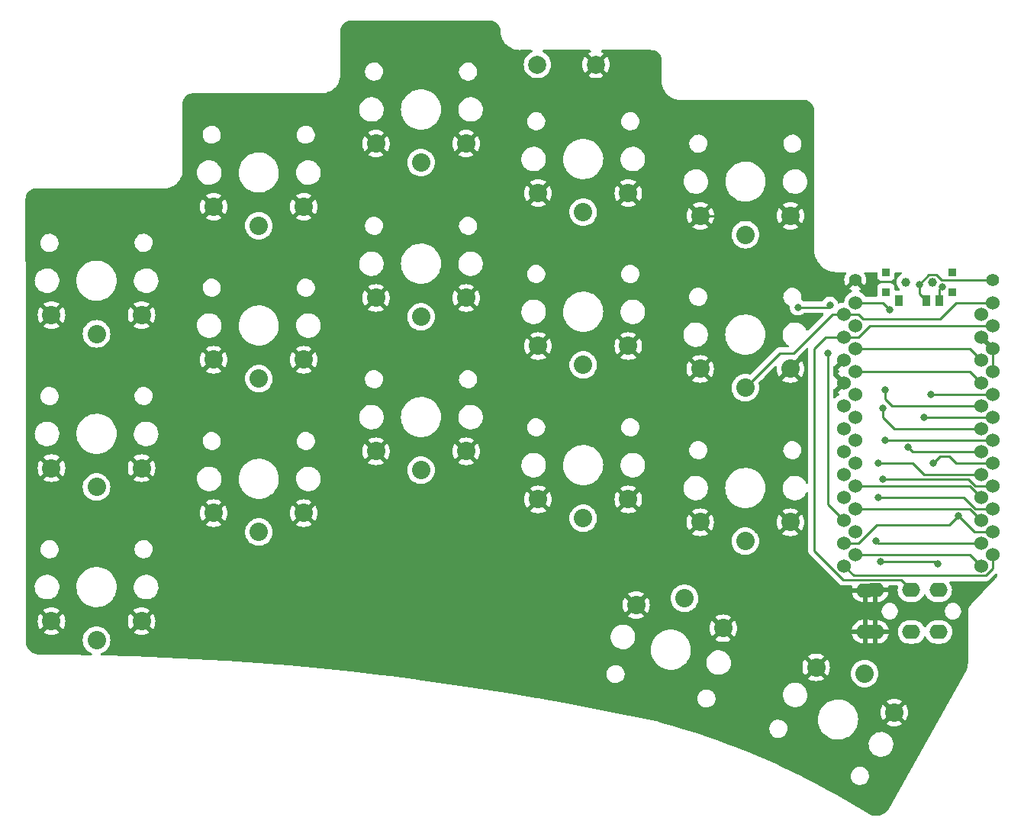
<source format=gbr>
%TF.GenerationSoftware,KiCad,Pcbnew,(6.0.4-0)*%
%TF.CreationDate,2022-12-22T20:07:12-07:00*%
%TF.ProjectId,half-swept,68616c66-2d73-4776-9570-742e6b696361,rev?*%
%TF.SameCoordinates,Original*%
%TF.FileFunction,Copper,L2,Bot*%
%TF.FilePolarity,Positive*%
%FSLAX46Y46*%
G04 Gerber Fmt 4.6, Leading zero omitted, Abs format (unit mm)*
G04 Created by KiCad (PCBNEW (6.0.4-0)) date 2022-12-22 20:07:12*
%MOMM*%
%LPD*%
G01*
G04 APERTURE LIST*
%TA.AperFunction,ComponentPad*%
%ADD10C,1.397000*%
%TD*%
%TA.AperFunction,ComponentPad*%
%ADD11O,2.000000X1.600000*%
%TD*%
%TA.AperFunction,ComponentPad*%
%ADD12C,2.000000*%
%TD*%
%TA.AperFunction,ComponentPad*%
%ADD13C,2.032000*%
%TD*%
%TA.AperFunction,ComponentPad*%
%ADD14C,1.524000*%
%TD*%
%TA.AperFunction,WasherPad*%
%ADD15C,1.000000*%
%TD*%
%TA.AperFunction,SMDPad,CuDef*%
%ADD16R,0.900000X0.900000*%
%TD*%
%TA.AperFunction,SMDPad,CuDef*%
%ADD17R,0.900000X1.250000*%
%TD*%
%TA.AperFunction,ViaPad*%
%ADD18C,0.800000*%
%TD*%
%TA.AperFunction,Conductor*%
%ADD19C,0.250000*%
%TD*%
G04 APERTURE END LIST*
D10*
%TO.P,B+,1*%
%TO.N,BT+_r*%
X126492000Y-45974000D03*
%TD*%
%TO.P,B-,1*%
%TO.N,gnd*%
X111252000Y-45974000D03*
%TD*%
D11*
%TO.P,J2,R1*%
%TO.N,Switch18*%
X117498000Y-85050000D03*
X117478000Y-80420000D03*
%TO.P,J2,R2*%
%TO.N,vcc*%
X120478000Y-80420000D03*
X120498000Y-85050000D03*
%TO.P,J2,S*%
%TO.N,gnd*%
X112398000Y-80450000D03*
X112378000Y-85020000D03*
%TO.P,J2,T*%
X113498000Y-85050000D03*
X113478000Y-80420000D03*
%TD*%
D12*
%TO.P,RSW1,1*%
%TO.N,gnd*%
X82498000Y-22098000D03*
%TO.P,RSW1,2*%
%TO.N,reset*%
X75998000Y-22098000D03*
%TD*%
D13*
%TO.P,SW2,1*%
%TO.N,Switch1*%
X27080000Y-51980000D03*
%TO.P,SW2,2*%
%TO.N,gnd*%
X32080000Y-49880000D03*
X22080000Y-49880000D03*
%TD*%
%TO.P,SW3,1*%
%TO.N,Switch2*%
X45080000Y-39980000D03*
%TO.P,SW3,2*%
%TO.N,gnd*%
X50080000Y-37880000D03*
X40080000Y-37880000D03*
%TD*%
%TO.P,SW4,1*%
%TO.N,Switch3*%
X63080000Y-32980000D03*
%TO.P,SW4,2*%
%TO.N,gnd*%
X58080000Y-30880000D03*
X68080000Y-30880000D03*
%TD*%
%TO.P,SW5,1*%
%TO.N,Switch4*%
X81080000Y-38480000D03*
%TO.P,SW5,2*%
%TO.N,gnd*%
X76080000Y-36380000D03*
X86080000Y-36380000D03*
%TD*%
%TO.P,SW6,1*%
%TO.N,Switch5*%
X99080000Y-40980000D03*
%TO.P,SW6,2*%
%TO.N,gnd*%
X94080000Y-38880000D03*
X104080000Y-38880000D03*
%TD*%
%TO.P,SW8,1*%
%TO.N,Switch6*%
X27080000Y-68980000D03*
%TO.P,SW8,2*%
%TO.N,gnd*%
X22080000Y-66880000D03*
X32080000Y-66880000D03*
%TD*%
%TO.P,SW9,1*%
%TO.N,Switch7*%
X45080000Y-56954000D03*
%TO.P,SW9,2*%
%TO.N,gnd*%
X40080000Y-54854000D03*
X50080000Y-54854000D03*
%TD*%
%TO.P,SW10,1*%
%TO.N,Switch8*%
X63080000Y-50096000D03*
%TO.P,SW10,2*%
%TO.N,gnd*%
X58080000Y-47996000D03*
X68080000Y-47996000D03*
%TD*%
%TO.P,SW11,1*%
%TO.N,Switch9*%
X81080000Y-55430000D03*
%TO.P,SW11,2*%
%TO.N,gnd*%
X76080000Y-53330000D03*
X86080000Y-53330000D03*
%TD*%
%TO.P,SW12,1*%
%TO.N,Switch10*%
X99060000Y-57970000D03*
%TO.P,SW12,2*%
%TO.N,gnd*%
X94060000Y-55870000D03*
X104060000Y-55870000D03*
%TD*%
%TO.P,SW14,1*%
%TO.N,Switch11*%
X27080000Y-85980000D03*
%TO.P,SW14,2*%
%TO.N,gnd*%
X32080000Y-83880000D03*
X22080000Y-83880000D03*
%TD*%
%TO.P,SW15,1*%
%TO.N,Switch12*%
X45080000Y-73972000D03*
%TO.P,SW15,2*%
%TO.N,gnd*%
X50080000Y-71872000D03*
X40080000Y-71872000D03*
%TD*%
%TO.P,SW16,1*%
%TO.N,Switch13*%
X63080000Y-67114000D03*
%TO.P,SW16,2*%
%TO.N,gnd*%
X58080000Y-65014000D03*
X68080000Y-65014000D03*
%TD*%
%TO.P,SW17,1*%
%TO.N,Switch14*%
X81080000Y-72448000D03*
%TO.P,SW17,2*%
%TO.N,gnd*%
X86080000Y-70348000D03*
X76080000Y-70348000D03*
%TD*%
%TO.P,SW18,1*%
%TO.N,Switch15*%
X99060000Y-74988000D03*
%TO.P,SW18,2*%
%TO.N,gnd*%
X94060000Y-72888000D03*
X104060000Y-72888000D03*
%TD*%
%TO.P,SW20,1*%
%TO.N,Switch17*%
X112306000Y-89670450D03*
%TO.P,SW20,2*%
%TO.N,gnd*%
X106925873Y-88989103D03*
X115586127Y-93989103D03*
%TD*%
%TO.P,SW21,1*%
%TO.N,Switch16*%
X92323032Y-81331038D03*
%TO.P,SW21,2*%
%TO.N,gnd*%
X96609142Y-84653577D03*
X86949883Y-82065387D03*
%TD*%
D14*
%TO.P,U1,1*%
%TO.N,Switch10*%
X126528400Y-48514000D03*
%TO.P,U1,2*%
%TO.N,Switch18*%
X109982000Y-52324000D03*
X126528400Y-51054000D03*
%TO.P,U1,3*%
%TO.N,gnd*%
X126528400Y-53594000D03*
X109982000Y-54864000D03*
%TO.P,U1,4*%
X109982000Y-57404000D03*
X126528400Y-56134000D03*
%TO.P,U1,5*%
%TO.N,Switch11*%
X126528400Y-58674000D03*
X109982000Y-59944000D03*
%TO.P,U1,6*%
%TO.N,Switch12*%
X126528400Y-61214000D03*
X109982000Y-62484000D03*
%TO.P,U1,7*%
%TO.N,Switch13*%
X126528400Y-63754000D03*
X109982000Y-65024000D03*
%TO.P,U1,8*%
%TO.N,Switch14*%
X126528400Y-66294000D03*
X109982000Y-67564000D03*
%TO.P,U1,9*%
%TO.N,Switch15*%
X109982000Y-70104000D03*
X126528400Y-68834000D03*
%TO.P,U1,10*%
%TO.N,Switch1*%
X126528400Y-71374000D03*
X109982000Y-72644000D03*
%TO.P,U1,11*%
%TO.N,Switch16*%
X126528400Y-73914000D03*
X109982000Y-75184000D03*
%TO.P,U1,12*%
%TO.N,Switch17*%
X109982000Y-77724000D03*
X126528400Y-76454000D03*
%TO.P,U1,13*%
%TO.N,Switch9*%
X125222000Y-77724000D03*
X111308400Y-76454000D03*
%TO.P,U1,14*%
%TO.N,Switch8*%
X125222000Y-75184000D03*
X111308400Y-73914000D03*
%TO.P,U1,15*%
%TO.N,Switch7*%
X125222000Y-72644000D03*
X111308400Y-71374000D03*
%TO.P,U1,16*%
%TO.N,Switch6*%
X111308400Y-68834000D03*
X125222000Y-70104000D03*
%TO.P,U1,17*%
%TO.N,Switch2*%
X125222000Y-67564000D03*
X111308400Y-66294000D03*
%TO.P,U1,18*%
%TO.N,Switch3*%
X111308400Y-63754000D03*
X125222000Y-65024000D03*
%TO.P,U1,19*%
%TO.N,Switch4*%
X111308400Y-61214000D03*
X125222000Y-62484000D03*
%TO.P,U1,20*%
%TO.N,Switch5*%
X111308400Y-58674000D03*
X125222000Y-59944000D03*
%TO.P,U1,21*%
%TO.N,vcc*%
X125222000Y-57404000D03*
X111308400Y-56134000D03*
%TO.P,U1,22*%
%TO.N,reset*%
X111308400Y-53594000D03*
X125222000Y-54864000D03*
%TO.P,U1,23*%
%TO.N,gnd*%
X125222000Y-52324000D03*
X111308400Y-51054000D03*
%TO.P,U1,24*%
%TO.N,raw*%
X111308400Y-48514000D03*
X125222000Y-49784000D03*
%TO.P,U1,\u0415*%
%TO.N,Switch10*%
X109982000Y-49784000D03*
%TD*%
D15*
%TO.P,POWER SW,*%
%TO.N,*%
X116864000Y-46228000D03*
X119864000Y-46228000D03*
D16*
%TO.P,POWER SW,0*%
%TO.N,N/C*%
X114664000Y-47328000D03*
X122064000Y-45128000D03*
X122064000Y-47328000D03*
X114664000Y-45128000D03*
D17*
%TO.P,POWER SW,1*%
%TO.N,Net-(SW_POWERR1-Pad1)*%
X116114000Y-48303000D03*
%TO.P,POWER SW,2*%
%TO.N,BT+_r*%
X119114000Y-48303000D03*
%TO.P,POWER SW,3*%
%TO.N,raw*%
X120614000Y-48303000D03*
%TD*%
D18*
%TO.N,vcc*%
X120396000Y-77470000D03*
X114046000Y-77216000D03*
%TO.N,Switch1*%
X104902000Y-49022000D03*
X108204000Y-54102000D03*
X113792000Y-70104000D03*
X108458000Y-48768000D03*
%TO.N,Switch2*%
X113792000Y-66294000D03*
%TO.N,Switch3*%
X117094000Y-64516000D03*
%TO.N,Switch4*%
X114300000Y-60198000D03*
%TO.N,Switch5*%
X114554000Y-58166000D03*
%TO.N,Switch8*%
X113538000Y-74930000D03*
%TO.N,Switch11*%
X119634000Y-58674000D03*
%TO.N,Switch12*%
X118872000Y-61214000D03*
%TO.N,Switch13*%
X114554000Y-63754000D03*
%TO.N,Switch14*%
X119888000Y-66294000D03*
%TO.N,Switch15*%
X114300000Y-68072000D03*
%TO.N,Switch16*%
X122682000Y-72136000D03*
%TO.N,raw*%
X120904000Y-46736000D03*
X115062000Y-49276000D03*
%TO.N,BT+_r*%
X118364000Y-46482000D03*
%TD*%
D19*
%TO.N,gnd*%
X109728000Y-47498000D02*
X111252000Y-45974000D01*
X100383159Y-38880000D02*
X94080000Y-38880000D01*
X113468000Y-85020000D02*
X113498000Y-85050000D01*
X109001159Y-47498000D02*
X109728000Y-47498000D01*
X126528400Y-53594000D02*
X126528400Y-56134000D01*
X109001159Y-47498000D02*
X100383159Y-38880000D01*
X113478000Y-85030000D02*
X113498000Y-85050000D01*
%TO.N,vcc*%
X120396000Y-77470000D02*
X120396000Y-77470000D01*
X120142000Y-77216000D02*
X120396000Y-77470000D01*
X123952000Y-56134000D02*
X125222000Y-57404000D01*
X111308400Y-56134000D02*
X123952000Y-56134000D01*
X120478000Y-85030000D02*
X120498000Y-85050000D01*
X114046000Y-77216000D02*
X120142000Y-77216000D01*
%TO.N,Switch18*%
X117478000Y-80420000D02*
X116319011Y-79261011D01*
X109982000Y-52324000D02*
X107950000Y-52324000D01*
X107950000Y-52324000D02*
X106680000Y-53594000D01*
X106680000Y-73152000D02*
X106680000Y-72898000D01*
X106680000Y-73152000D02*
X106680000Y-53594000D01*
X109910249Y-79261011D02*
X106680000Y-76030762D01*
X111647162Y-52324000D02*
X109982000Y-52324000D01*
X112917162Y-51054000D02*
X111647162Y-52324000D01*
X116319011Y-79261011D02*
X109910249Y-79261011D01*
X126528400Y-51054000D02*
X112917162Y-51054000D01*
X106680000Y-76030762D02*
X106680000Y-73152000D01*
%TO.N,reset*%
X125222000Y-54864000D02*
X123952000Y-53594000D01*
X123952000Y-53594000D02*
X111308400Y-53594000D01*
%TO.N,Switch1*%
X113792000Y-70104000D02*
X113792000Y-70104000D01*
X108204000Y-54102000D02*
X108204000Y-70866000D01*
X124588410Y-71374000D02*
X123318410Y-70104000D01*
X108458000Y-71120000D02*
X109982000Y-72644000D01*
X108204000Y-70866000D02*
X108458000Y-71120000D01*
X123318410Y-70104000D02*
X113792000Y-70104000D01*
X126528400Y-71374000D02*
X124588410Y-71374000D01*
X108204000Y-49022000D02*
X108458000Y-48768000D01*
X104902000Y-49022000D02*
X108204000Y-49022000D01*
%TO.N,Switch2*%
X113792000Y-66294000D02*
X117602000Y-66294000D01*
X118872000Y-67564000D02*
X122682000Y-67564000D01*
X117602000Y-66294000D02*
X118872000Y-67564000D01*
X122682000Y-67564000D02*
X123190000Y-67564000D01*
X125222000Y-67564000D02*
X122682000Y-67564000D01*
%TO.N,Switch3*%
X117094000Y-64516000D02*
X117094000Y-64516000D01*
X125222000Y-65024000D02*
X117602000Y-65024000D01*
X117602000Y-65024000D02*
X117094000Y-64516000D01*
%TO.N,Switch4*%
X125222000Y-62484000D02*
X116840000Y-62484000D01*
X114300000Y-60198000D02*
X114300000Y-61214000D01*
X114300000Y-61214000D02*
X115570000Y-62484000D01*
X116840000Y-62484000D02*
X115570000Y-62484000D01*
%TO.N,Switch5*%
X114554000Y-59182000D02*
X115316000Y-59944000D01*
X125222000Y-59944000D02*
X115316000Y-59944000D01*
X114554000Y-58166000D02*
X114554000Y-59182000D01*
%TO.N,Switch6*%
X123952000Y-68834000D02*
X125222000Y-70104000D01*
X111308400Y-68834000D02*
X123952000Y-68834000D01*
%TO.N,Switch7*%
X125213400Y-72644000D02*
X123952000Y-71382600D01*
X123952000Y-71374000D02*
X125222000Y-72644000D01*
X111308400Y-71374000D02*
X123952000Y-71374000D01*
X123952000Y-71382600D02*
X123952000Y-71374000D01*
%TO.N,Switch8*%
X113538000Y-74930000D02*
X113538000Y-74930000D01*
X125222000Y-75184000D02*
X113792000Y-75184000D01*
X113792000Y-75184000D02*
X113538000Y-74930000D01*
%TO.N,Switch9*%
X123952000Y-76454000D02*
X125222000Y-77724000D01*
X111308400Y-76454000D02*
X123952000Y-76454000D01*
%TO.N,Switch10*%
X120650000Y-50292000D02*
X112155162Y-50292000D01*
X111647162Y-49784000D02*
X109982000Y-49784000D01*
X122428000Y-48514000D02*
X120650000Y-50292000D01*
X126528400Y-48514000D02*
X122428000Y-48514000D01*
X100359000Y-56671000D02*
X100713001Y-56316999D01*
X109982000Y-49784000D02*
X108709256Y-49784000D01*
X112155162Y-50292000D02*
X111647162Y-49784000D01*
X108709256Y-49784000D02*
X104391256Y-54102000D01*
X99060000Y-57970000D02*
X100359000Y-56671000D01*
X102928000Y-54102000D02*
X100359000Y-56671000D01*
X104391256Y-54102000D02*
X102928000Y-54102000D01*
%TO.N,Switch11*%
X119634000Y-58674000D02*
X126528400Y-58674000D01*
%TO.N,Switch12*%
X118872000Y-61214000D02*
X121666000Y-61214000D01*
X121666000Y-61214000D02*
X126528400Y-61214000D01*
%TO.N,Switch13*%
X114554000Y-63754000D02*
X114554000Y-63754000D01*
X126528400Y-63754000D02*
X114554000Y-63754000D01*
%TO.N,Switch14*%
X119888000Y-66294000D02*
X119888000Y-66294000D01*
X122428000Y-66294000D02*
X121666000Y-65532000D01*
X120650000Y-65532000D02*
X119888000Y-66294000D01*
X121666000Y-65532000D02*
X121158000Y-65532000D01*
X126528400Y-66294000D02*
X122428000Y-66294000D01*
X121158000Y-65532000D02*
X120650000Y-65532000D01*
%TO.N,Switch15*%
X114300000Y-68072000D02*
X114300000Y-68072000D01*
X123826410Y-68072000D02*
X114300000Y-68072000D01*
X126528400Y-68834000D02*
X124588410Y-68834000D01*
X124588410Y-68834000D02*
X123826410Y-68072000D01*
%TO.N,Switch16*%
X122682000Y-72136000D02*
X121666000Y-73152000D01*
X124460000Y-73914000D02*
X122682000Y-72136000D01*
X113679162Y-73152000D02*
X111647162Y-75184000D01*
X122682000Y-72136000D02*
X122682000Y-72136000D01*
X126528400Y-73914000D02*
X124460000Y-73914000D01*
X121666000Y-73152000D02*
X113679162Y-73152000D01*
X111647162Y-75184000D02*
X109982000Y-75184000D01*
%TO.N,Switch17*%
X111069001Y-78811001D02*
X109982000Y-77724000D01*
X126528400Y-76454000D02*
X126528400Y-78026362D01*
X126528400Y-78026362D02*
X125743761Y-78811001D01*
X125743761Y-78811001D02*
X111069001Y-78811001D01*
%TO.N,raw*%
X111308400Y-48514000D02*
X114300000Y-48514000D01*
X120614000Y-47026000D02*
X120904000Y-46736000D01*
X114300000Y-48514000D02*
X115062000Y-49276000D01*
X120614000Y-48303000D02*
X120614000Y-47026000D01*
%TO.N,BT+_r*%
X118364000Y-47553000D02*
X119114000Y-48303000D01*
X120831002Y-45974000D02*
X120260001Y-45402999D01*
X119443001Y-45402999D02*
X118364000Y-46482000D01*
X126492000Y-45974000D02*
X120831002Y-45974000D01*
X120260001Y-45402999D02*
X119443001Y-45402999D01*
X118364000Y-46482000D02*
X118364000Y-47553000D01*
%TD*%
%TA.AperFunction,Conductor*%
%TO.N,gnd*%
G36*
X70759818Y-17223200D02*
G01*
X70774651Y-17225510D01*
X70774655Y-17225510D01*
X70783524Y-17226891D01*
X70796198Y-17225234D01*
X70823507Y-17224649D01*
X70973552Y-17237776D01*
X70995180Y-17241591D01*
X71162704Y-17286480D01*
X71183343Y-17293992D01*
X71340518Y-17367285D01*
X71359539Y-17378267D01*
X71501602Y-17477743D01*
X71518426Y-17491860D01*
X71641064Y-17614502D01*
X71655172Y-17631316D01*
X71754647Y-17773386D01*
X71765628Y-17792406D01*
X71838921Y-17949589D01*
X71846432Y-17970229D01*
X71891315Y-18137752D01*
X71895129Y-18159382D01*
X71907375Y-18299401D01*
X71907350Y-18321633D01*
X71906975Y-18325816D01*
X71906169Y-18330607D01*
X71906096Y-18336584D01*
X71906054Y-18336855D01*
X71906090Y-18337127D01*
X71906016Y-18343159D01*
X71906707Y-18347984D01*
X71906826Y-18349806D01*
X71907451Y-18355796D01*
X71909859Y-18392514D01*
X71924963Y-18622880D01*
X71979658Y-18897815D01*
X72069770Y-19163258D01*
X72193758Y-19414669D01*
X72196056Y-19418108D01*
X72225945Y-19462838D01*
X72349500Y-19647746D01*
X72534331Y-19858501D01*
X72745090Y-20043328D01*
X72748513Y-20045615D01*
X72748518Y-20045619D01*
X72811480Y-20087688D01*
X72978170Y-20199065D01*
X73229584Y-20323048D01*
X73233489Y-20324373D01*
X73233490Y-20324374D01*
X73491116Y-20411826D01*
X73491125Y-20411828D01*
X73495030Y-20413154D01*
X73499074Y-20413958D01*
X73499080Y-20413960D01*
X73765926Y-20467040D01*
X73765932Y-20467041D01*
X73769965Y-20467843D01*
X73922028Y-20477810D01*
X74018005Y-20484102D01*
X74030658Y-20485577D01*
X74032331Y-20485858D01*
X74032333Y-20485858D01*
X74037135Y-20486666D01*
X74043318Y-20486741D01*
X74044822Y-20486760D01*
X74044826Y-20486760D01*
X74049687Y-20486819D01*
X74077320Y-20482862D01*
X74095180Y-20481590D01*
X75325012Y-20481590D01*
X75393133Y-20501592D01*
X75439626Y-20555248D01*
X75449730Y-20625522D01*
X75420236Y-20690102D01*
X75373230Y-20723999D01*
X75315611Y-20747865D01*
X75315607Y-20747867D01*
X75311037Y-20749760D01*
X75306817Y-20752346D01*
X75112798Y-20871241D01*
X75112792Y-20871245D01*
X75108584Y-20873824D01*
X74928031Y-21028031D01*
X74773824Y-21208584D01*
X74771245Y-21212792D01*
X74771241Y-21212798D01*
X74703511Y-21323324D01*
X74649760Y-21411037D01*
X74647867Y-21415607D01*
X74647865Y-21415611D01*
X74560789Y-21625833D01*
X74558895Y-21630406D01*
X74503465Y-21861289D01*
X74484835Y-22098000D01*
X74503465Y-22334711D01*
X74504619Y-22339518D01*
X74504620Y-22339524D01*
X74507386Y-22351045D01*
X74558895Y-22565594D01*
X74560788Y-22570165D01*
X74560789Y-22570167D01*
X74647772Y-22780163D01*
X74649760Y-22784963D01*
X74652346Y-22789183D01*
X74771241Y-22983202D01*
X74771245Y-22983208D01*
X74773824Y-22987416D01*
X74928031Y-23167969D01*
X75108584Y-23322176D01*
X75112792Y-23324755D01*
X75112798Y-23324759D01*
X75259529Y-23414676D01*
X75311037Y-23446240D01*
X75315607Y-23448133D01*
X75315611Y-23448135D01*
X75525833Y-23535211D01*
X75530406Y-23537105D01*
X75610609Y-23556360D01*
X75756476Y-23591380D01*
X75756482Y-23591381D01*
X75761289Y-23592535D01*
X75998000Y-23611165D01*
X76234711Y-23592535D01*
X76239518Y-23591381D01*
X76239524Y-23591380D01*
X76385391Y-23556360D01*
X76465594Y-23537105D01*
X76470167Y-23535211D01*
X76680389Y-23448135D01*
X76680393Y-23448133D01*
X76684963Y-23446240D01*
X76736471Y-23414676D01*
X76873556Y-23330670D01*
X81630160Y-23330670D01*
X81635887Y-23338320D01*
X81807042Y-23443205D01*
X81815837Y-23447687D01*
X82025988Y-23534734D01*
X82035373Y-23537783D01*
X82256554Y-23590885D01*
X82266301Y-23592428D01*
X82493070Y-23610275D01*
X82502930Y-23610275D01*
X82729699Y-23592428D01*
X82739446Y-23590885D01*
X82960627Y-23537783D01*
X82970012Y-23534734D01*
X83180163Y-23447687D01*
X83188958Y-23443205D01*
X83356445Y-23340568D01*
X83365907Y-23330110D01*
X83362124Y-23321334D01*
X82510812Y-22470022D01*
X82496868Y-22462408D01*
X82495035Y-22462539D01*
X82488420Y-22466790D01*
X81636920Y-23318290D01*
X81630160Y-23330670D01*
X76873556Y-23330670D01*
X76883202Y-23324759D01*
X76883208Y-23324755D01*
X76887416Y-23322176D01*
X77067969Y-23167969D01*
X77222176Y-22987416D01*
X77224755Y-22983208D01*
X77224759Y-22983202D01*
X77343654Y-22789183D01*
X77346240Y-22784963D01*
X77348229Y-22780163D01*
X77435211Y-22570167D01*
X77435212Y-22570165D01*
X77437105Y-22565594D01*
X77488614Y-22351045D01*
X77491380Y-22339524D01*
X77491381Y-22339518D01*
X77492535Y-22334711D01*
X77510777Y-22102930D01*
X80985725Y-22102930D01*
X81003572Y-22329699D01*
X81005115Y-22339446D01*
X81058217Y-22560627D01*
X81061266Y-22570012D01*
X81148313Y-22780163D01*
X81152795Y-22788958D01*
X81255432Y-22956445D01*
X81265890Y-22965907D01*
X81274666Y-22962124D01*
X82125978Y-22110812D01*
X82132356Y-22099132D01*
X82862408Y-22099132D01*
X82862539Y-22100965D01*
X82866790Y-22107580D01*
X83718290Y-22959080D01*
X83730670Y-22965840D01*
X83738320Y-22960113D01*
X83843205Y-22788958D01*
X83847687Y-22780163D01*
X83934734Y-22570012D01*
X83937783Y-22560627D01*
X83990885Y-22339446D01*
X83992428Y-22329699D01*
X84010275Y-22102930D01*
X84010275Y-22093070D01*
X83992428Y-21866301D01*
X83990885Y-21856554D01*
X83937783Y-21635373D01*
X83934734Y-21625988D01*
X83847687Y-21415837D01*
X83843205Y-21407042D01*
X83740568Y-21239555D01*
X83730110Y-21230093D01*
X83721334Y-21233876D01*
X82870022Y-22085188D01*
X82862408Y-22099132D01*
X82132356Y-22099132D01*
X82133592Y-22096868D01*
X82133461Y-22095035D01*
X82129210Y-22088420D01*
X81277710Y-21236920D01*
X81265330Y-21230160D01*
X81257680Y-21235887D01*
X81152795Y-21407042D01*
X81148313Y-21415837D01*
X81061266Y-21625988D01*
X81058217Y-21635373D01*
X81005115Y-21856554D01*
X81003572Y-21866301D01*
X80985725Y-22093070D01*
X80985725Y-22102930D01*
X77510777Y-22102930D01*
X77511165Y-22098000D01*
X77492535Y-21861289D01*
X77437105Y-21630406D01*
X77435211Y-21625833D01*
X77348135Y-21415611D01*
X77348133Y-21415607D01*
X77346240Y-21411037D01*
X77292489Y-21323324D01*
X77224759Y-21212798D01*
X77224755Y-21212792D01*
X77222176Y-21208584D01*
X77067969Y-21028031D01*
X76887416Y-20873824D01*
X76883208Y-20871245D01*
X76883202Y-20871241D01*
X76689183Y-20752346D01*
X76684963Y-20749760D01*
X76680393Y-20747867D01*
X76680389Y-20747865D01*
X76622770Y-20723999D01*
X76567489Y-20679451D01*
X76545068Y-20612088D01*
X76562626Y-20543296D01*
X76614588Y-20494918D01*
X76670988Y-20481590D01*
X81826319Y-20481590D01*
X81894440Y-20501592D01*
X81940933Y-20555248D01*
X81951037Y-20625522D01*
X81921543Y-20690102D01*
X81874537Y-20723999D01*
X81815837Y-20748313D01*
X81807042Y-20752795D01*
X81639555Y-20855432D01*
X81630093Y-20865890D01*
X81633876Y-20874666D01*
X82485188Y-21725978D01*
X82499132Y-21733592D01*
X82500965Y-21733461D01*
X82507580Y-21729210D01*
X83359080Y-20877710D01*
X83365840Y-20865330D01*
X83360113Y-20857680D01*
X83188958Y-20752795D01*
X83180163Y-20748313D01*
X83121463Y-20723999D01*
X83066182Y-20679451D01*
X83043761Y-20612087D01*
X83061319Y-20543296D01*
X83113281Y-20494918D01*
X83169681Y-20481590D01*
X88622033Y-20481590D01*
X88641418Y-20483090D01*
X88656251Y-20485400D01*
X88656255Y-20485400D01*
X88665124Y-20486781D01*
X88677798Y-20485124D01*
X88705107Y-20484539D01*
X88855153Y-20497666D01*
X88876780Y-20501480D01*
X89044303Y-20546368D01*
X89064943Y-20553881D01*
X89222124Y-20627177D01*
X89241136Y-20638153D01*
X89383215Y-20737640D01*
X89400030Y-20751750D01*
X89522667Y-20874391D01*
X89536776Y-20891205D01*
X89632581Y-21028031D01*
X89636255Y-21033278D01*
X89647237Y-21052300D01*
X89720530Y-21209485D01*
X89728040Y-21230121D01*
X89729046Y-21233876D01*
X89772923Y-21397639D01*
X89776737Y-21419269D01*
X89789270Y-21562558D01*
X89788721Y-21578897D01*
X89789145Y-21578902D01*
X89789035Y-21587878D01*
X89787654Y-21596748D01*
X89788818Y-21605650D01*
X89791782Y-21628323D01*
X89792845Y-21644657D01*
X89792845Y-23843797D01*
X89791098Y-23864705D01*
X89787769Y-23884489D01*
X89787616Y-23897041D01*
X89788306Y-23901859D01*
X89788348Y-23902507D01*
X89789216Y-23910837D01*
X89803398Y-24127301D01*
X89806638Y-24176761D01*
X89861319Y-24451696D01*
X89862646Y-24455605D01*
X89950094Y-24713240D01*
X89950097Y-24713247D01*
X89951419Y-24717142D01*
X90075396Y-24968556D01*
X90231129Y-25201637D01*
X90233847Y-25204736D01*
X90233849Y-25204739D01*
X90413232Y-25409294D01*
X90413238Y-25409300D01*
X90415953Y-25412396D01*
X90626706Y-25597227D01*
X90630136Y-25599519D01*
X90630140Y-25599522D01*
X90811445Y-25720670D01*
X90859781Y-25752968D01*
X90863485Y-25754794D01*
X90863489Y-25754797D01*
X91048955Y-25846261D01*
X91111191Y-25876953D01*
X91115091Y-25878277D01*
X91115096Y-25878279D01*
X91216120Y-25912573D01*
X91376634Y-25967062D01*
X91651567Y-26021752D01*
X91655674Y-26022021D01*
X91655680Y-26022022D01*
X91899607Y-26038012D01*
X91912256Y-26039486D01*
X91918735Y-26040576D01*
X91924950Y-26040652D01*
X91926422Y-26040670D01*
X91926426Y-26040670D01*
X91931287Y-26040729D01*
X91958920Y-26036772D01*
X91976780Y-26035500D01*
X105628613Y-26035500D01*
X105685028Y-26027421D01*
X105713865Y-26026627D01*
X105775857Y-26032051D01*
X105797480Y-26035863D01*
X105909604Y-26065907D01*
X105965006Y-26080752D01*
X105985644Y-26088264D01*
X106142826Y-26161560D01*
X106161847Y-26172542D01*
X106303913Y-26272019D01*
X106320738Y-26286137D01*
X106443371Y-26408771D01*
X106457489Y-26425596D01*
X106552967Y-26561954D01*
X106556967Y-26567667D01*
X106567946Y-26586685D01*
X106637140Y-26735074D01*
X106641240Y-26743867D01*
X106648751Y-26764503D01*
X106693639Y-26932034D01*
X106697452Y-26953659D01*
X106709980Y-27096883D01*
X106709429Y-27113286D01*
X106709845Y-27113291D01*
X106709735Y-27122266D01*
X106708354Y-27131137D01*
X106709518Y-27140040D01*
X106709518Y-27140045D01*
X106712481Y-27162707D01*
X106713545Y-27179043D01*
X106713528Y-32980000D01*
X106713501Y-42641845D01*
X106712410Y-42658389D01*
X106708300Y-42689419D01*
X106708586Y-42701968D01*
X106709444Y-42706756D01*
X106709469Y-42707010D01*
X106710815Y-42716847D01*
X106733508Y-42955683D01*
X106737796Y-43000817D01*
X106801617Y-43294177D01*
X106802849Y-43297731D01*
X106802851Y-43297738D01*
X106898719Y-43574284D01*
X106898723Y-43574293D01*
X106899952Y-43577839D01*
X107031398Y-43847757D01*
X107033442Y-43850928D01*
X107033443Y-43850929D01*
X107047302Y-43872424D01*
X107194081Y-44100082D01*
X107385682Y-44331216D01*
X107388406Y-44333801D01*
X107388411Y-44333806D01*
X107600739Y-44535275D01*
X107600743Y-44535279D01*
X107603467Y-44537863D01*
X107844333Y-44717076D01*
X108104844Y-44866300D01*
X108108301Y-44867764D01*
X108108302Y-44867765D01*
X108377826Y-44981943D01*
X108377831Y-44981945D01*
X108381285Y-44983408D01*
X108669714Y-45066728D01*
X108673430Y-45067334D01*
X108673433Y-45067335D01*
X108784123Y-45085395D01*
X108966018Y-45115073D01*
X108969762Y-45115231D01*
X108969769Y-45115232D01*
X109099012Y-45120695D01*
X109233659Y-45126388D01*
X109247052Y-45127675D01*
X109253435Y-45128634D01*
X109258306Y-45128608D01*
X109261120Y-45128593D01*
X109265987Y-45128567D01*
X109288053Y-45125012D01*
X109308061Y-45123409D01*
X109629576Y-45123356D01*
X110128265Y-45123274D01*
X110196389Y-45143265D01*
X110242891Y-45196913D01*
X110253006Y-45267185D01*
X110235462Y-45313895D01*
X110235809Y-45314078D01*
X110234355Y-45316842D01*
X110233957Y-45317901D01*
X110233118Y-45319193D01*
X110135256Y-45505198D01*
X110130851Y-45515832D01*
X110068522Y-45716563D01*
X110066130Y-45727817D01*
X110041425Y-45936547D01*
X110041124Y-45948048D01*
X110054871Y-46157779D01*
X110056672Y-46169149D01*
X110108409Y-46372863D01*
X110112250Y-46383710D01*
X110200247Y-46574592D01*
X110205996Y-46584549D01*
X110227112Y-46614427D01*
X110237701Y-46622815D01*
X110251000Y-46615788D01*
X111162905Y-45703884D01*
X111225217Y-45669859D01*
X111296033Y-45674924D01*
X111341095Y-45703884D01*
X112254609Y-46617398D01*
X112266987Y-46624156D01*
X112273566Y-46619231D01*
X112356095Y-46471865D01*
X112360771Y-46461362D01*
X112428334Y-46262328D01*
X112431019Y-46251145D01*
X112461475Y-46041088D01*
X112462105Y-46033705D01*
X112463572Y-45977704D01*
X112463329Y-45970305D01*
X112443908Y-45758945D01*
X112441811Y-45747630D01*
X112384758Y-45545336D01*
X112380636Y-45534597D01*
X112287673Y-45346085D01*
X112281663Y-45336278D01*
X112272711Y-45324290D01*
X112247979Y-45257740D01*
X112263153Y-45188384D01*
X112313415Y-45138242D01*
X112373646Y-45122902D01*
X113365110Y-45122737D01*
X113579479Y-45122702D01*
X113647603Y-45142693D01*
X113694105Y-45196341D01*
X113705500Y-45248702D01*
X113705500Y-45626134D01*
X113712255Y-45688316D01*
X113763385Y-45824705D01*
X113850739Y-45941261D01*
X113967295Y-46028615D01*
X114103684Y-46079745D01*
X114165866Y-46086500D01*
X115162134Y-46086500D01*
X115224316Y-46079745D01*
X115360705Y-46028615D01*
X115477261Y-45941261D01*
X115564615Y-45824705D01*
X115615745Y-45688316D01*
X115622500Y-45626134D01*
X115622500Y-45248343D01*
X115642502Y-45180222D01*
X115696158Y-45133729D01*
X115748478Y-45122343D01*
X115875527Y-45122322D01*
X116289207Y-45122254D01*
X116357331Y-45142245D01*
X116403833Y-45195893D01*
X116413948Y-45266165D01*
X116384466Y-45330751D01*
X116347603Y-45359916D01*
X116314571Y-45377184D01*
X116314563Y-45377189D01*
X116309110Y-45380040D01*
X116154975Y-45503968D01*
X116027846Y-45655474D01*
X116024879Y-45660872D01*
X116024875Y-45660877D01*
X115966910Y-45766316D01*
X115932567Y-45828787D01*
X115930706Y-45834654D01*
X115930705Y-45834656D01*
X115876694Y-46004919D01*
X115872765Y-46017306D01*
X115850719Y-46213851D01*
X115851235Y-46219995D01*
X115866720Y-46404403D01*
X115867268Y-46410934D01*
X115873530Y-46432771D01*
X115905425Y-46544002D01*
X115921783Y-46601050D01*
X115924602Y-46606535D01*
X116005567Y-46764074D01*
X116012187Y-46776956D01*
X116135035Y-46931953D01*
X116139729Y-46935948D01*
X116139733Y-46935952D01*
X116153356Y-46947546D01*
X116192270Y-47006928D01*
X116192901Y-47077922D01*
X116155050Y-47137987D01*
X116090734Y-47168053D01*
X116071694Y-47169500D01*
X115748500Y-47169500D01*
X115680379Y-47149498D01*
X115633886Y-47095842D01*
X115622500Y-47043500D01*
X115622500Y-46829866D01*
X115615745Y-46767684D01*
X115564615Y-46631295D01*
X115477261Y-46514739D01*
X115360705Y-46427385D01*
X115224316Y-46376255D01*
X115162134Y-46369500D01*
X114165866Y-46369500D01*
X114103684Y-46376255D01*
X113967295Y-46427385D01*
X113850739Y-46514739D01*
X113763385Y-46631295D01*
X113712255Y-46767684D01*
X113705500Y-46829866D01*
X113705500Y-47754500D01*
X113685498Y-47822621D01*
X113631842Y-47869114D01*
X113579500Y-47880500D01*
X112481404Y-47880500D01*
X112413283Y-47860498D01*
X112378191Y-47826771D01*
X112288536Y-47698730D01*
X112288534Y-47698727D01*
X112285377Y-47694219D01*
X112128181Y-47537023D01*
X112123673Y-47533866D01*
X112123670Y-47533864D01*
X112041191Y-47476112D01*
X111946077Y-47409512D01*
X111941095Y-47407189D01*
X111941090Y-47407186D01*
X111749581Y-47317884D01*
X111749576Y-47317882D01*
X111744596Y-47315560D01*
X111744659Y-47315424D01*
X111689286Y-47274650D01*
X111663951Y-47208328D01*
X111678494Y-47138837D01*
X111728298Y-47088240D01*
X111738312Y-47083237D01*
X111749876Y-47078089D01*
X111892404Y-46998270D01*
X111902266Y-46988194D01*
X111899311Y-46980522D01*
X111264811Y-46346021D01*
X111250868Y-46338408D01*
X111249034Y-46338539D01*
X111242420Y-46342790D01*
X110610239Y-46974972D01*
X110604046Y-46986314D01*
X110613928Y-46998803D01*
X110669041Y-47035627D01*
X110679155Y-47041119D01*
X110827447Y-47104831D01*
X110882140Y-47150099D01*
X110903677Y-47217750D01*
X110885220Y-47286306D01*
X110830959Y-47334793D01*
X110675711Y-47407186D01*
X110675706Y-47407189D01*
X110670724Y-47409512D01*
X110666217Y-47412668D01*
X110666215Y-47412669D01*
X110493130Y-47533864D01*
X110493127Y-47533866D01*
X110488619Y-47537023D01*
X110331423Y-47694219D01*
X110328266Y-47698727D01*
X110328264Y-47698730D01*
X110207069Y-47871815D01*
X110203912Y-47876324D01*
X110201589Y-47881306D01*
X110201586Y-47881311D01*
X110137856Y-48017980D01*
X110109960Y-48077804D01*
X110108538Y-48083112D01*
X110108537Y-48083114D01*
X110106924Y-48089134D01*
X110052422Y-48292537D01*
X110047248Y-48351675D01*
X110043127Y-48398781D01*
X110017264Y-48464899D01*
X109959760Y-48506538D01*
X109928588Y-48513320D01*
X109760537Y-48528022D01*
X109656343Y-48555941D01*
X109551114Y-48584137D01*
X109551112Y-48584138D01*
X109545804Y-48585560D01*
X109540822Y-48587883D01*
X109540817Y-48587885D01*
X109508290Y-48603053D01*
X109438099Y-48613715D01*
X109373286Y-48584736D01*
X109335206Y-48527796D01*
X109330503Y-48513320D01*
X109292527Y-48396444D01*
X109197040Y-48231056D01*
X109162069Y-48192216D01*
X109073675Y-48094045D01*
X109073674Y-48094044D01*
X109069253Y-48089134D01*
X108951430Y-48003530D01*
X108920094Y-47980763D01*
X108920093Y-47980762D01*
X108914752Y-47976882D01*
X108908724Y-47974198D01*
X108908722Y-47974197D01*
X108746319Y-47901891D01*
X108746318Y-47901891D01*
X108740288Y-47899206D01*
X108646887Y-47879353D01*
X108559944Y-47860872D01*
X108559939Y-47860872D01*
X108553487Y-47859500D01*
X108362513Y-47859500D01*
X108356061Y-47860872D01*
X108356056Y-47860872D01*
X108269113Y-47879353D01*
X108175712Y-47899206D01*
X108169682Y-47901891D01*
X108169681Y-47901891D01*
X108007278Y-47974197D01*
X108007276Y-47974198D01*
X108001248Y-47976882D01*
X107995907Y-47980762D01*
X107995906Y-47980763D01*
X107964570Y-48003530D01*
X107846747Y-48089134D01*
X107842326Y-48094044D01*
X107842325Y-48094045D01*
X107753932Y-48192216D01*
X107718960Y-48231056D01*
X107672050Y-48312306D01*
X107664432Y-48325501D01*
X107613049Y-48374494D01*
X107555313Y-48388500D01*
X105610200Y-48388500D01*
X105542079Y-48368498D01*
X105522853Y-48352157D01*
X105522580Y-48352460D01*
X105517668Y-48348037D01*
X105513253Y-48343134D01*
X105443691Y-48292594D01*
X105364094Y-48234763D01*
X105364093Y-48234762D01*
X105358752Y-48230882D01*
X105352724Y-48228198D01*
X105352722Y-48228197D01*
X105334998Y-48220306D01*
X105280902Y-48174326D01*
X105260253Y-48106398D01*
X105264316Y-48073439D01*
X105275489Y-48030543D01*
X105277100Y-48024359D01*
X105283149Y-47908928D01*
X105287438Y-47827094D01*
X105287438Y-47827090D01*
X105287772Y-47820712D01*
X105257278Y-47619078D01*
X105238369Y-47567684D01*
X105189067Y-47433684D01*
X105189066Y-47433683D01*
X105186863Y-47427694D01*
X105108662Y-47301570D01*
X105082764Y-47259800D01*
X105082763Y-47259799D01*
X105079402Y-47254378D01*
X105045432Y-47218455D01*
X104943671Y-47110846D01*
X104939286Y-47106209D01*
X104930725Y-47100214D01*
X104777472Y-46992906D01*
X104777471Y-46992905D01*
X104772239Y-46989242D01*
X104585084Y-46908253D01*
X104527324Y-46896186D01*
X104390212Y-46867541D01*
X104390208Y-46867541D01*
X104385467Y-46866550D01*
X104380630Y-46866297D01*
X104380626Y-46866296D01*
X104380560Y-46866293D01*
X104378788Y-46866200D01*
X104229033Y-46866200D01*
X104156387Y-46873579D01*
X104083466Y-46880986D01*
X104083465Y-46880986D01*
X104077117Y-46881631D01*
X103882522Y-46942614D01*
X103704163Y-47041479D01*
X103549327Y-47174190D01*
X103424339Y-47335324D01*
X103334304Y-47518299D01*
X103332695Y-47524477D01*
X103332694Y-47524479D01*
X103285951Y-47703930D01*
X103282900Y-47715641D01*
X103280992Y-47752044D01*
X103272771Y-47908928D01*
X103272228Y-47919288D01*
X103302722Y-48120922D01*
X103304928Y-48126917D01*
X103304928Y-48126918D01*
X103369690Y-48302936D01*
X103373137Y-48312306D01*
X103444872Y-48428002D01*
X103473142Y-48473596D01*
X103480598Y-48485622D01*
X103484979Y-48490255D01*
X103484980Y-48490256D01*
X103522040Y-48529446D01*
X103620714Y-48633791D01*
X103625944Y-48637453D01*
X103625945Y-48637454D01*
X103734999Y-48713814D01*
X103787761Y-48750758D01*
X103793622Y-48753294D01*
X103793625Y-48753296D01*
X103922087Y-48808886D01*
X103976662Y-48854297D01*
X103998022Y-48922004D01*
X103997357Y-48937693D01*
X103988496Y-49022000D01*
X103989186Y-49028565D01*
X104007334Y-49201229D01*
X104008458Y-49211928D01*
X104067473Y-49393556D01*
X104070776Y-49399278D01*
X104070777Y-49399279D01*
X104104004Y-49456829D01*
X104162960Y-49558944D01*
X104167378Y-49563851D01*
X104167379Y-49563852D01*
X104286325Y-49695955D01*
X104290747Y-49700866D01*
X104445248Y-49813118D01*
X104451276Y-49815802D01*
X104451278Y-49815803D01*
X104606541Y-49884930D01*
X104619712Y-49890794D01*
X104713112Y-49910647D01*
X104800056Y-49929128D01*
X104800061Y-49929128D01*
X104806513Y-49930500D01*
X104997487Y-49930500D01*
X105003939Y-49929128D01*
X105003944Y-49929128D01*
X105090888Y-49910647D01*
X105184288Y-49890794D01*
X105197459Y-49884930D01*
X105352722Y-49815803D01*
X105352724Y-49815802D01*
X105358752Y-49813118D01*
X105398830Y-49784000D01*
X105502417Y-49708739D01*
X105513253Y-49700866D01*
X105517668Y-49695963D01*
X105522580Y-49691540D01*
X105523705Y-49692789D01*
X105577014Y-49659949D01*
X105610200Y-49655500D01*
X107637661Y-49655500D01*
X107705782Y-49675502D01*
X107752275Y-49729158D01*
X107762379Y-49799432D01*
X107732885Y-49864012D01*
X107726756Y-49870595D01*
X106017435Y-51579916D01*
X105955123Y-51613942D01*
X105884308Y-51608877D01*
X105827472Y-51566330D01*
X105811148Y-51537102D01*
X105810367Y-51535123D01*
X105794513Y-51494978D01*
X105783994Y-51468343D01*
X105783992Y-51468339D01*
X105782033Y-51463378D01*
X105662353Y-51266151D01*
X105621882Y-51219512D01*
X105514653Y-51095941D01*
X105514651Y-51095939D01*
X105511153Y-51091908D01*
X105413102Y-51011511D01*
X105336885Y-50949016D01*
X105336879Y-50949012D01*
X105332757Y-50945632D01*
X105132265Y-50831506D01*
X105127249Y-50829685D01*
X105127244Y-50829683D01*
X104920425Y-50754611D01*
X104920421Y-50754610D01*
X104915410Y-50752791D01*
X104910161Y-50751842D01*
X104910158Y-50751841D01*
X104692477Y-50712478D01*
X104692470Y-50712477D01*
X104688393Y-50711740D01*
X104670656Y-50710904D01*
X104665708Y-50710670D01*
X104665701Y-50710670D01*
X104664220Y-50710600D01*
X104502075Y-50710600D01*
X104435119Y-50716281D01*
X104335438Y-50724739D01*
X104335434Y-50724740D01*
X104330127Y-50725190D01*
X104324972Y-50726528D01*
X104324966Y-50726529D01*
X104111997Y-50781805D01*
X104111993Y-50781806D01*
X104106828Y-50783147D01*
X104101962Y-50785339D01*
X104101959Y-50785340D01*
X103906315Y-50873471D01*
X103896485Y-50877899D01*
X103892065Y-50880875D01*
X103892061Y-50880877D01*
X103854350Y-50906266D01*
X103705115Y-51006738D01*
X103538188Y-51165978D01*
X103535000Y-51170263D01*
X103407546Y-51341568D01*
X103400479Y-51351066D01*
X103398064Y-51355816D01*
X103343377Y-51463378D01*
X103295923Y-51556712D01*
X103271064Y-51636771D01*
X103229095Y-51771930D01*
X103229094Y-51771936D01*
X103227511Y-51777033D01*
X103215165Y-51870186D01*
X103201264Y-51975070D01*
X103197200Y-52005732D01*
X103197400Y-52011062D01*
X103197400Y-52011063D01*
X103201249Y-52113586D01*
X103205854Y-52236268D01*
X103253228Y-52462050D01*
X103255186Y-52467009D01*
X103255187Y-52467011D01*
X103274209Y-52515178D01*
X103337967Y-52676622D01*
X103408717Y-52793214D01*
X103453958Y-52867769D01*
X103457647Y-52873849D01*
X103461144Y-52877879D01*
X103567380Y-53000305D01*
X103608847Y-53048092D01*
X103612978Y-53051479D01*
X103783115Y-53190984D01*
X103783121Y-53190988D01*
X103787243Y-53194368D01*
X103831832Y-53219749D01*
X103855107Y-53232998D01*
X103904413Y-53284080D01*
X103918275Y-53353710D01*
X103892292Y-53419781D01*
X103834713Y-53461316D01*
X103792775Y-53468500D01*
X103006768Y-53468500D01*
X102995585Y-53467973D01*
X102988092Y-53466298D01*
X102980166Y-53466547D01*
X102980165Y-53466547D01*
X102920002Y-53468438D01*
X102916044Y-53468500D01*
X102888144Y-53468500D01*
X102884154Y-53469004D01*
X102872320Y-53469936D01*
X102828111Y-53471326D01*
X102820495Y-53473539D01*
X102820493Y-53473539D01*
X102808652Y-53476979D01*
X102789293Y-53480988D01*
X102787983Y-53481154D01*
X102769203Y-53483526D01*
X102761837Y-53486442D01*
X102761831Y-53486444D01*
X102728098Y-53499800D01*
X102716868Y-53503645D01*
X102682017Y-53513770D01*
X102674407Y-53515981D01*
X102667584Y-53520016D01*
X102656966Y-53526295D01*
X102639213Y-53534992D01*
X102631568Y-53538019D01*
X102620383Y-53542448D01*
X102613968Y-53547109D01*
X102584612Y-53568437D01*
X102574695Y-53574951D01*
X102536638Y-53597458D01*
X102522317Y-53611779D01*
X102507284Y-53624619D01*
X102490893Y-53636528D01*
X102485842Y-53642634D01*
X102462702Y-53670605D01*
X102454712Y-53679384D01*
X99967637Y-56166458D01*
X99651685Y-56482410D01*
X99589373Y-56516436D01*
X99533042Y-56513595D01*
X99532553Y-56515631D01*
X99304035Y-56460768D01*
X99304029Y-56460767D01*
X99299222Y-56459613D01*
X99060000Y-56440786D01*
X98820778Y-56459613D01*
X98815971Y-56460767D01*
X98815965Y-56460768D01*
X98669037Y-56496043D01*
X98587447Y-56515631D01*
X98582876Y-56517524D01*
X98582874Y-56517525D01*
X98370323Y-56605566D01*
X98370321Y-56605567D01*
X98365751Y-56607460D01*
X98161151Y-56732840D01*
X98157384Y-56736057D01*
X98157383Y-56736058D01*
X98094281Y-56789952D01*
X97978682Y-56888682D01*
X97975469Y-56892444D01*
X97829556Y-57063288D01*
X97822840Y-57071151D01*
X97697460Y-57275751D01*
X97695567Y-57280321D01*
X97695566Y-57280323D01*
X97607525Y-57492874D01*
X97605631Y-57497447D01*
X97593332Y-57548676D01*
X97550768Y-57725965D01*
X97550767Y-57725971D01*
X97549613Y-57730778D01*
X97530786Y-57970000D01*
X97549613Y-58209222D01*
X97550767Y-58214029D01*
X97550768Y-58214035D01*
X97582288Y-58345324D01*
X97605631Y-58442553D01*
X97607524Y-58447124D01*
X97607525Y-58447126D01*
X97622829Y-58484072D01*
X97697460Y-58664249D01*
X97822840Y-58868849D01*
X97978682Y-59051318D01*
X97982444Y-59054531D01*
X98143352Y-59191958D01*
X98161151Y-59207160D01*
X98365751Y-59332540D01*
X98370321Y-59334433D01*
X98370323Y-59334434D01*
X98576211Y-59419715D01*
X98587447Y-59424369D01*
X98669037Y-59443957D01*
X98815965Y-59479232D01*
X98815971Y-59479233D01*
X98820778Y-59480387D01*
X99060000Y-59499214D01*
X99299222Y-59480387D01*
X99304029Y-59479233D01*
X99304035Y-59479232D01*
X99450963Y-59443957D01*
X99532553Y-59424369D01*
X99543789Y-59419715D01*
X99749677Y-59334434D01*
X99749679Y-59334433D01*
X99754249Y-59332540D01*
X99958849Y-59207160D01*
X99976649Y-59191958D01*
X100137556Y-59054531D01*
X100141318Y-59051318D01*
X100297160Y-58868849D01*
X100422540Y-58664249D01*
X100497172Y-58484072D01*
X100512475Y-58447126D01*
X100512476Y-58447124D01*
X100514369Y-58442553D01*
X100537712Y-58345324D01*
X100569232Y-58214035D01*
X100569233Y-58214029D01*
X100570387Y-58209222D01*
X100589214Y-57970000D01*
X100570387Y-57730778D01*
X100569233Y-57725971D01*
X100569232Y-57725965D01*
X100514369Y-57497447D01*
X100516592Y-57496913D01*
X100514813Y-57435422D01*
X100547590Y-57378314D01*
X100811598Y-57114306D01*
X103180524Y-57114306D01*
X103186251Y-57121956D01*
X103361759Y-57229507D01*
X103370553Y-57233988D01*
X103583029Y-57321998D01*
X103592414Y-57325047D01*
X103816044Y-57378737D01*
X103825791Y-57380280D01*
X104055070Y-57398325D01*
X104064930Y-57398325D01*
X104294209Y-57380280D01*
X104303956Y-57378737D01*
X104527586Y-57325047D01*
X104536971Y-57321998D01*
X104749447Y-57233988D01*
X104758241Y-57229507D01*
X104930083Y-57124203D01*
X104939543Y-57113747D01*
X104935759Y-57104969D01*
X104072812Y-56242022D01*
X104058868Y-56234408D01*
X104057035Y-56234539D01*
X104050420Y-56238790D01*
X103187284Y-57101926D01*
X103180524Y-57114306D01*
X100811598Y-57114306D01*
X100835134Y-57090770D01*
X101189136Y-56736769D01*
X101189139Y-56736765D01*
X102330393Y-55595511D01*
X102392705Y-55561485D01*
X102463520Y-55566550D01*
X102520356Y-55609097D01*
X102545167Y-55675617D01*
X102545100Y-55694492D01*
X102531675Y-55865070D01*
X102531675Y-55874930D01*
X102549720Y-56104209D01*
X102551263Y-56113956D01*
X102604953Y-56337586D01*
X102608002Y-56346971D01*
X102696012Y-56559447D01*
X102700493Y-56568241D01*
X102805797Y-56740083D01*
X102816253Y-56749543D01*
X102825031Y-56745759D01*
X103699658Y-55871132D01*
X104424408Y-55871132D01*
X104424539Y-55872965D01*
X104428790Y-55879580D01*
X105291926Y-56742716D01*
X105304306Y-56749476D01*
X105311956Y-56743749D01*
X105419507Y-56568241D01*
X105423988Y-56559447D01*
X105511998Y-56346971D01*
X105515047Y-56337586D01*
X105568737Y-56113956D01*
X105570280Y-56104209D01*
X105588325Y-55874930D01*
X105588325Y-55865070D01*
X105570280Y-55635791D01*
X105568737Y-55626044D01*
X105515047Y-55402414D01*
X105511998Y-55393029D01*
X105423988Y-55180553D01*
X105419507Y-55171759D01*
X105314203Y-54999917D01*
X105303747Y-54990457D01*
X105294969Y-54994241D01*
X104432022Y-55857188D01*
X104424408Y-55871132D01*
X103699658Y-55871132D01*
X104932716Y-54638074D01*
X104939476Y-54625695D01*
X104929552Y-54612438D01*
X104904742Y-54545917D01*
X104919834Y-54476543D01*
X104941326Y-54447834D01*
X105831405Y-53557755D01*
X105893717Y-53523729D01*
X105964532Y-53528794D01*
X106021368Y-53571341D01*
X106046179Y-53637861D01*
X106046500Y-53646850D01*
X106046500Y-68488968D01*
X106026498Y-68557089D01*
X105972842Y-68603582D01*
X105902568Y-68613686D01*
X105837988Y-68584192D01*
X105803308Y-68535249D01*
X105783994Y-68486343D01*
X105783992Y-68486339D01*
X105782033Y-68481378D01*
X105662353Y-68284151D01*
X105644907Y-68264046D01*
X105514653Y-68113941D01*
X105514651Y-68113939D01*
X105511153Y-68109908D01*
X105413102Y-68029511D01*
X105336885Y-67967016D01*
X105336879Y-67967012D01*
X105332757Y-67963632D01*
X105132265Y-67849506D01*
X105127249Y-67847685D01*
X105127244Y-67847683D01*
X104920425Y-67772611D01*
X104920421Y-67772610D01*
X104915410Y-67770791D01*
X104910161Y-67769842D01*
X104910158Y-67769841D01*
X104692477Y-67730478D01*
X104692470Y-67730477D01*
X104688393Y-67729740D01*
X104670656Y-67728904D01*
X104665708Y-67728670D01*
X104665701Y-67728670D01*
X104664220Y-67728600D01*
X104502075Y-67728600D01*
X104435119Y-67734281D01*
X104335438Y-67742739D01*
X104335434Y-67742740D01*
X104330127Y-67743190D01*
X104324972Y-67744528D01*
X104324966Y-67744529D01*
X104111997Y-67799805D01*
X104111993Y-67799806D01*
X104106828Y-67801147D01*
X104101962Y-67803339D01*
X104101959Y-67803340D01*
X103906315Y-67891471D01*
X103896485Y-67895899D01*
X103892065Y-67898875D01*
X103892061Y-67898877D01*
X103854350Y-67924266D01*
X103705115Y-68024738D01*
X103538188Y-68183978D01*
X103535000Y-68188263D01*
X103407546Y-68359568D01*
X103400479Y-68369066D01*
X103390478Y-68388737D01*
X103343377Y-68481378D01*
X103295923Y-68574712D01*
X103267785Y-68665331D01*
X103229095Y-68789930D01*
X103229094Y-68789936D01*
X103227511Y-68795033D01*
X103220488Y-68848022D01*
X103199992Y-69002669D01*
X103197200Y-69023732D01*
X103197400Y-69029062D01*
X103197400Y-69029063D01*
X103201224Y-69130920D01*
X103205854Y-69254268D01*
X103253228Y-69480050D01*
X103255186Y-69485009D01*
X103255187Y-69485011D01*
X103289888Y-69572879D01*
X103337967Y-69694622D01*
X103406208Y-69807080D01*
X103453958Y-69885769D01*
X103457647Y-69891849D01*
X103461144Y-69895879D01*
X103547768Y-69995704D01*
X103608847Y-70066092D01*
X103612978Y-70069479D01*
X103783115Y-70208984D01*
X103783121Y-70208988D01*
X103787243Y-70212368D01*
X103987735Y-70326494D01*
X103992751Y-70328315D01*
X103992756Y-70328317D01*
X104199575Y-70403389D01*
X104199579Y-70403390D01*
X104204590Y-70405209D01*
X104209839Y-70406158D01*
X104209842Y-70406159D01*
X104427523Y-70445522D01*
X104427530Y-70445523D01*
X104431607Y-70446260D01*
X104449344Y-70447096D01*
X104454292Y-70447330D01*
X104454299Y-70447330D01*
X104455780Y-70447400D01*
X104617925Y-70447400D01*
X104684881Y-70441719D01*
X104784562Y-70433261D01*
X104784566Y-70433260D01*
X104789873Y-70432810D01*
X104795028Y-70431472D01*
X104795034Y-70431471D01*
X105008003Y-70376195D01*
X105008007Y-70376194D01*
X105013172Y-70374853D01*
X105018038Y-70372661D01*
X105018041Y-70372660D01*
X105218649Y-70282293D01*
X105223515Y-70280101D01*
X105227935Y-70277125D01*
X105227939Y-70277123D01*
X105378794Y-70175560D01*
X105414885Y-70151262D01*
X105581812Y-69992022D01*
X105662504Y-69883568D01*
X105716337Y-69811214D01*
X105716339Y-69811211D01*
X105719521Y-69806934D01*
X105808183Y-69632549D01*
X105856886Y-69580891D01*
X105925786Y-69563765D01*
X105993008Y-69586607D01*
X106037209Y-69642166D01*
X106046500Y-69689654D01*
X106046500Y-75951995D01*
X106045973Y-75963178D01*
X106044298Y-75970671D01*
X106044547Y-75978597D01*
X106044547Y-75978598D01*
X106046438Y-76038748D01*
X106046500Y-76042707D01*
X106046500Y-76070618D01*
X106046997Y-76074552D01*
X106046997Y-76074553D01*
X106047005Y-76074618D01*
X106047938Y-76086455D01*
X106049327Y-76130651D01*
X106054978Y-76150101D01*
X106058987Y-76169462D01*
X106061526Y-76189559D01*
X106064445Y-76196930D01*
X106064445Y-76196932D01*
X106077804Y-76230674D01*
X106081649Y-76241904D01*
X106093982Y-76284355D01*
X106098015Y-76291174D01*
X106098017Y-76291179D01*
X106104293Y-76301790D01*
X106112988Y-76319538D01*
X106120448Y-76338379D01*
X106125110Y-76344795D01*
X106125110Y-76344796D01*
X106146436Y-76374149D01*
X106152952Y-76384069D01*
X106167670Y-76408955D01*
X106175458Y-76422124D01*
X106189779Y-76436445D01*
X106202619Y-76451478D01*
X106214528Y-76467869D01*
X106248076Y-76495622D01*
X106248605Y-76496060D01*
X106257384Y-76504050D01*
X109406597Y-79653264D01*
X109414137Y-79661550D01*
X109418249Y-79668029D01*
X109424026Y-79673454D01*
X109467900Y-79714654D01*
X109470742Y-79717409D01*
X109490479Y-79737146D01*
X109493676Y-79739626D01*
X109502696Y-79747329D01*
X109534928Y-79777597D01*
X109541874Y-79781416D01*
X109541877Y-79781418D01*
X109552683Y-79787359D01*
X109569202Y-79798210D01*
X109585208Y-79810625D01*
X109592477Y-79813770D01*
X109592481Y-79813773D01*
X109625786Y-79828185D01*
X109636436Y-79833402D01*
X109675189Y-79854706D01*
X109682864Y-79856677D01*
X109682865Y-79856677D01*
X109694811Y-79859744D01*
X109713516Y-79866148D01*
X109732104Y-79874192D01*
X109739927Y-79875431D01*
X109739937Y-79875434D01*
X109775773Y-79881110D01*
X109787393Y-79883516D01*
X109822538Y-79892539D01*
X109830219Y-79894511D01*
X109850473Y-79894511D01*
X109870183Y-79896062D01*
X109890192Y-79899231D01*
X109898084Y-79898485D01*
X109934210Y-79895070D01*
X109946068Y-79894511D01*
X110828495Y-79894511D01*
X110896616Y-79914513D01*
X110943109Y-79968169D01*
X110953213Y-80038443D01*
X110950202Y-80053122D01*
X110916606Y-80178503D01*
X110916942Y-80192599D01*
X110924884Y-80196000D01*
X111911885Y-80196000D01*
X111949929Y-80184829D01*
X111971284Y-80171105D01*
X112006784Y-80166000D01*
X114945967Y-80166000D01*
X114959498Y-80162027D01*
X114960727Y-80153479D01*
X114933836Y-80053123D01*
X114935526Y-79982146D01*
X114975320Y-79923350D01*
X115040584Y-79895402D01*
X115055543Y-79894511D01*
X115899939Y-79894511D01*
X115968060Y-79914513D01*
X116014553Y-79968169D01*
X116024657Y-80038443D01*
X116021646Y-80053122D01*
X115988050Y-80178503D01*
X115984457Y-80191913D01*
X115964502Y-80420000D01*
X115984457Y-80648087D01*
X115985881Y-80653400D01*
X115985881Y-80653402D01*
X116024877Y-80798934D01*
X116043716Y-80869243D01*
X116046039Y-80874224D01*
X116046039Y-80874225D01*
X116138151Y-81071762D01*
X116138154Y-81071767D01*
X116140477Y-81076749D01*
X116200982Y-81163159D01*
X116262372Y-81250832D01*
X116271802Y-81264300D01*
X116433700Y-81426198D01*
X116438208Y-81429355D01*
X116438211Y-81429357D01*
X116452233Y-81439175D01*
X116621251Y-81557523D01*
X116626233Y-81559846D01*
X116626238Y-81559849D01*
X116801592Y-81641617D01*
X116828757Y-81654284D01*
X116834065Y-81655706D01*
X116834067Y-81655707D01*
X117044598Y-81712119D01*
X117044600Y-81712119D01*
X117049913Y-81713543D01*
X117148120Y-81722135D01*
X117218149Y-81728262D01*
X117218156Y-81728262D01*
X117220873Y-81728500D01*
X117735127Y-81728500D01*
X117737844Y-81728262D01*
X117737851Y-81728262D01*
X117807880Y-81722135D01*
X117906087Y-81713543D01*
X117911400Y-81712119D01*
X117911402Y-81712119D01*
X118121933Y-81655707D01*
X118121935Y-81655706D01*
X118127243Y-81654284D01*
X118154408Y-81641617D01*
X118329762Y-81559849D01*
X118329767Y-81559846D01*
X118334749Y-81557523D01*
X118503767Y-81439175D01*
X118517789Y-81429357D01*
X118517792Y-81429355D01*
X118522300Y-81426198D01*
X118684198Y-81264300D01*
X118693629Y-81250832D01*
X118755018Y-81163159D01*
X118815523Y-81076749D01*
X118863805Y-80973207D01*
X118910722Y-80919922D01*
X118978999Y-80900461D01*
X119046959Y-80921003D01*
X119092195Y-80973207D01*
X119140477Y-81076749D01*
X119200982Y-81163159D01*
X119262372Y-81250832D01*
X119271802Y-81264300D01*
X119433700Y-81426198D01*
X119438208Y-81429355D01*
X119438211Y-81429357D01*
X119452233Y-81439175D01*
X119621251Y-81557523D01*
X119626233Y-81559846D01*
X119626238Y-81559849D01*
X119801592Y-81641617D01*
X119828757Y-81654284D01*
X119834065Y-81655706D01*
X119834067Y-81655707D01*
X120044598Y-81712119D01*
X120044600Y-81712119D01*
X120049913Y-81713543D01*
X120148120Y-81722135D01*
X120218149Y-81728262D01*
X120218156Y-81728262D01*
X120220873Y-81728500D01*
X120735127Y-81728500D01*
X120737844Y-81728262D01*
X120737851Y-81728262D01*
X120807880Y-81722135D01*
X120906087Y-81713543D01*
X120911400Y-81712119D01*
X120911402Y-81712119D01*
X121121933Y-81655707D01*
X121121935Y-81655706D01*
X121127243Y-81654284D01*
X121154408Y-81641617D01*
X121329762Y-81559849D01*
X121329767Y-81559846D01*
X121334749Y-81557523D01*
X121503767Y-81439175D01*
X121517789Y-81429357D01*
X121517792Y-81429355D01*
X121522300Y-81426198D01*
X121684198Y-81264300D01*
X121693629Y-81250832D01*
X121755018Y-81163159D01*
X121815523Y-81076749D01*
X121817846Y-81071767D01*
X121817849Y-81071762D01*
X121909961Y-80874225D01*
X121909961Y-80874224D01*
X121912284Y-80869243D01*
X121931124Y-80798934D01*
X121970119Y-80653402D01*
X121970119Y-80653400D01*
X121971543Y-80648087D01*
X121991498Y-80420000D01*
X121971543Y-80191913D01*
X121967950Y-80178503D01*
X121913707Y-79976067D01*
X121913706Y-79976065D01*
X121912284Y-79970757D01*
X121885693Y-79913732D01*
X121817849Y-79768238D01*
X121817846Y-79768233D01*
X121815523Y-79763251D01*
X121731162Y-79642771D01*
X121708474Y-79575498D01*
X121725759Y-79506638D01*
X121777528Y-79458053D01*
X121834375Y-79444501D01*
X125664994Y-79444501D01*
X125676177Y-79445028D01*
X125683670Y-79446703D01*
X125691596Y-79446454D01*
X125691597Y-79446454D01*
X125751747Y-79444563D01*
X125755706Y-79444501D01*
X125783617Y-79444501D01*
X125787552Y-79444004D01*
X125787617Y-79443996D01*
X125799454Y-79443063D01*
X125831712Y-79442049D01*
X125835731Y-79441923D01*
X125843650Y-79441674D01*
X125863104Y-79436022D01*
X125882461Y-79432014D01*
X125894691Y-79430469D01*
X125894692Y-79430469D01*
X125902558Y-79429475D01*
X125909929Y-79426556D01*
X125909931Y-79426556D01*
X125943673Y-79413197D01*
X125954903Y-79409352D01*
X125989744Y-79399230D01*
X125989745Y-79399230D01*
X125997354Y-79397019D01*
X126004173Y-79392986D01*
X126004178Y-79392984D01*
X126014789Y-79386708D01*
X126032537Y-79378013D01*
X126051378Y-79370553D01*
X126087148Y-79344565D01*
X126097068Y-79338049D01*
X126128296Y-79319581D01*
X126128299Y-79319579D01*
X126135123Y-79315543D01*
X126149444Y-79301222D01*
X126164478Y-79288381D01*
X126174455Y-79281132D01*
X126180868Y-79276473D01*
X126185919Y-79270368D01*
X126185924Y-79270363D01*
X126209060Y-79242397D01*
X126217048Y-79233619D01*
X126840718Y-78609949D01*
X126903030Y-78575923D01*
X126973845Y-78580988D01*
X127030681Y-78623535D01*
X127055492Y-78690055D01*
X127048365Y-78741721D01*
X127030336Y-78791805D01*
X127019392Y-78822205D01*
X127011345Y-78840062D01*
X126925873Y-78996057D01*
X126915147Y-79012460D01*
X126911848Y-79016738D01*
X126846162Y-79101908D01*
X126825694Y-79128447D01*
X126813831Y-79140604D01*
X126813938Y-79140703D01*
X126807839Y-79147290D01*
X126800867Y-79152945D01*
X126795763Y-79160330D01*
X126785668Y-79174936D01*
X126774147Y-79189248D01*
X124124390Y-82029547D01*
X124109334Y-82043264D01*
X124105343Y-82045880D01*
X124096029Y-82054296D01*
X124080080Y-82073955D01*
X124075174Y-82079645D01*
X123983841Y-82179378D01*
X123981009Y-82183732D01*
X123906056Y-82298966D01*
X123892309Y-82320100D01*
X123890231Y-82324856D01*
X123890230Y-82324858D01*
X123842467Y-82434177D01*
X123825099Y-82473929D01*
X123784030Y-82636699D01*
X123783091Y-82648074D01*
X123773619Y-82762778D01*
X123772546Y-82771792D01*
X123768509Y-82797724D01*
X123769673Y-82806626D01*
X123769673Y-82806628D01*
X123772636Y-82829283D01*
X123773700Y-82845621D01*
X123773700Y-88174908D01*
X123772754Y-88190322D01*
X123768569Y-88224274D01*
X123770016Y-88233134D01*
X123772079Y-88245769D01*
X123773723Y-88266881D01*
X123773593Y-88287237D01*
X123772229Y-88499987D01*
X123771799Y-88509608D01*
X123771564Y-88512442D01*
X123749876Y-88773491D01*
X123748712Y-88783055D01*
X123706691Y-89044488D01*
X123704800Y-89053933D01*
X123657177Y-89252103D01*
X123644502Y-89284402D01*
X114978597Y-104701206D01*
X114972348Y-104711128D01*
X114966413Y-104717444D01*
X114959111Y-104731827D01*
X114945765Y-104752724D01*
X114828920Y-104901128D01*
X114817593Y-104913681D01*
X114663177Y-105063273D01*
X114650271Y-105074196D01*
X114477222Y-105201763D01*
X114462971Y-105210859D01*
X114295417Y-105302599D01*
X114274393Y-105314110D01*
X114259052Y-105321216D01*
X114058354Y-105398287D01*
X114042198Y-105403276D01*
X113832989Y-105452780D01*
X113816311Y-105455561D01*
X113656364Y-105471296D01*
X113602346Y-105476610D01*
X113585449Y-105477132D01*
X113370603Y-105469344D01*
X113353785Y-105467599D01*
X113141916Y-105431114D01*
X113125486Y-105427134D01*
X112975706Y-105380009D01*
X112947367Y-105367054D01*
X111541955Y-104500032D01*
X111541919Y-104500011D01*
X111541416Y-104499700D01*
X110064409Y-103628185D01*
X110063915Y-103627906D01*
X110063883Y-103627888D01*
X109078853Y-103072519D01*
X108570528Y-102785921D01*
X107302634Y-102103614D01*
X107060912Y-101973533D01*
X107060890Y-101973521D01*
X107060354Y-101973233D01*
X107024215Y-101954693D01*
X105535018Y-101190718D01*
X105535008Y-101190713D01*
X105534470Y-101190437D01*
X105301371Y-101076595D01*
X110768881Y-101076595D01*
X110799375Y-101278229D01*
X110869790Y-101469613D01*
X110977251Y-101642929D01*
X111117367Y-101791098D01*
X111122597Y-101794760D01*
X111122598Y-101794761D01*
X111279181Y-101904401D01*
X111284414Y-101908065D01*
X111385006Y-101951595D01*
X111434339Y-101972943D01*
X111471569Y-101989054D01*
X111477817Y-101990359D01*
X111477816Y-101990359D01*
X111666441Y-102029766D01*
X111666445Y-102029766D01*
X111671186Y-102030757D01*
X111676023Y-102031010D01*
X111676027Y-102031011D01*
X111676093Y-102031014D01*
X111677865Y-102031107D01*
X111827620Y-102031107D01*
X111900266Y-102023728D01*
X111973187Y-102016321D01*
X111973188Y-102016321D01*
X111979536Y-102015676D01*
X112174131Y-101954693D01*
X112352490Y-101855828D01*
X112507326Y-101723117D01*
X112632314Y-101561983D01*
X112722349Y-101379008D01*
X112723959Y-101372828D01*
X112772143Y-101187848D01*
X112772143Y-101187845D01*
X112773753Y-101181666D01*
X112784425Y-100978019D01*
X112753931Y-100776385D01*
X112683516Y-100585001D01*
X112592269Y-100437836D01*
X112579417Y-100417107D01*
X112579416Y-100417106D01*
X112576055Y-100411685D01*
X112435939Y-100263516D01*
X112339078Y-100195693D01*
X112274125Y-100150213D01*
X112274124Y-100150212D01*
X112268892Y-100146549D01*
X112081737Y-100065560D01*
X112031280Y-100055019D01*
X111886865Y-100024848D01*
X111886861Y-100024848D01*
X111882120Y-100023857D01*
X111877283Y-100023604D01*
X111877279Y-100023603D01*
X111877213Y-100023600D01*
X111875441Y-100023507D01*
X111725686Y-100023507D01*
X111653040Y-100030886D01*
X111580119Y-100038293D01*
X111580118Y-100038293D01*
X111573770Y-100038938D01*
X111379175Y-100099921D01*
X111200816Y-100198786D01*
X111045980Y-100331497D01*
X110920992Y-100492631D01*
X110918177Y-100498352D01*
X110845431Y-100646192D01*
X110830957Y-100675606D01*
X110829348Y-100681784D01*
X110829347Y-100681786D01*
X110806268Y-100770389D01*
X110779553Y-100872948D01*
X110768881Y-101076595D01*
X105301371Y-101076595D01*
X104480320Y-100675606D01*
X103994030Y-100438109D01*
X103993991Y-100438090D01*
X103993470Y-100437836D01*
X103103843Y-100024848D01*
X102438519Y-99715987D01*
X102438507Y-99715982D01*
X102437950Y-99715723D01*
X100868514Y-99024377D01*
X100867922Y-99024130D01*
X100867894Y-99024118D01*
X99286315Y-98364293D01*
X99286284Y-98364280D01*
X99285770Y-98364066D01*
X98164645Y-97922050D01*
X97690878Y-97735262D01*
X97690856Y-97735254D01*
X97690332Y-97735047D01*
X96965749Y-97465732D01*
X112756340Y-97465732D01*
X112764994Y-97696268D01*
X112812368Y-97922050D01*
X112897107Y-98136622D01*
X113016787Y-98333849D01*
X113020284Y-98337879D01*
X113106908Y-98437704D01*
X113167987Y-98508092D01*
X113172118Y-98511479D01*
X113342255Y-98650984D01*
X113342261Y-98650988D01*
X113346383Y-98654368D01*
X113546875Y-98768494D01*
X113551891Y-98770315D01*
X113551896Y-98770317D01*
X113758715Y-98845389D01*
X113758719Y-98845390D01*
X113763730Y-98847209D01*
X113768979Y-98848158D01*
X113768982Y-98848159D01*
X113986663Y-98887522D01*
X113986670Y-98887523D01*
X113990747Y-98888260D01*
X114008484Y-98889096D01*
X114013432Y-98889330D01*
X114013439Y-98889330D01*
X114014920Y-98889400D01*
X114177065Y-98889400D01*
X114244021Y-98883719D01*
X114343702Y-98875261D01*
X114343706Y-98875260D01*
X114349013Y-98874810D01*
X114354168Y-98873472D01*
X114354174Y-98873471D01*
X114567143Y-98818195D01*
X114567147Y-98818194D01*
X114572312Y-98816853D01*
X114577178Y-98814661D01*
X114577181Y-98814660D01*
X114777789Y-98724293D01*
X114782655Y-98722101D01*
X114787075Y-98719125D01*
X114787079Y-98719123D01*
X114888288Y-98650984D01*
X114974025Y-98593262D01*
X115140952Y-98434022D01*
X115278661Y-98248934D01*
X115333445Y-98141183D01*
X115380798Y-98048046D01*
X115380798Y-98048045D01*
X115383217Y-98043288D01*
X115422483Y-97916831D01*
X115450045Y-97828070D01*
X115450046Y-97828064D01*
X115451629Y-97822967D01*
X115481940Y-97594268D01*
X115473286Y-97363732D01*
X115425912Y-97137950D01*
X115341173Y-96923378D01*
X115234257Y-96747185D01*
X115224262Y-96730714D01*
X115224261Y-96730713D01*
X115221493Y-96726151D01*
X115134568Y-96625978D01*
X115073793Y-96555941D01*
X115073791Y-96555939D01*
X115070293Y-96551908D01*
X115004637Y-96498073D01*
X114896025Y-96409016D01*
X114896019Y-96409012D01*
X114891897Y-96405632D01*
X114691405Y-96291506D01*
X114686389Y-96289685D01*
X114686384Y-96289683D01*
X114479565Y-96214611D01*
X114479561Y-96214610D01*
X114474550Y-96212791D01*
X114469301Y-96211842D01*
X114469298Y-96211841D01*
X114251617Y-96172478D01*
X114251610Y-96172477D01*
X114247533Y-96171740D01*
X114229796Y-96170904D01*
X114224848Y-96170670D01*
X114224841Y-96170670D01*
X114223360Y-96170600D01*
X114061215Y-96170600D01*
X113994259Y-96176281D01*
X113894578Y-96184739D01*
X113894574Y-96184740D01*
X113889267Y-96185190D01*
X113884112Y-96186528D01*
X113884106Y-96186529D01*
X113671137Y-96241805D01*
X113671133Y-96241806D01*
X113665968Y-96243147D01*
X113661102Y-96245339D01*
X113661099Y-96245340D01*
X113639575Y-96255036D01*
X113455625Y-96337899D01*
X113451205Y-96340875D01*
X113451201Y-96340877D01*
X113442074Y-96347022D01*
X113264255Y-96466738D01*
X113097328Y-96625978D01*
X113087698Y-96638921D01*
X112970590Y-96796321D01*
X112959619Y-96811066D01*
X112957204Y-96815816D01*
X112862035Y-97003000D01*
X112855063Y-97016712D01*
X112820857Y-97126873D01*
X112788235Y-97231930D01*
X112788234Y-97231936D01*
X112786651Y-97237033D01*
X112756340Y-97465732D01*
X96965749Y-97465732D01*
X96082818Y-97137562D01*
X94463851Y-96571845D01*
X94392630Y-96548521D01*
X93749479Y-96337899D01*
X92834060Y-96038113D01*
X92563227Y-95955287D01*
X92240513Y-95856595D01*
X101727575Y-95856595D01*
X101758069Y-96058229D01*
X101760275Y-96064224D01*
X101760275Y-96064225D01*
X101799833Y-96171740D01*
X101828484Y-96249613D01*
X101906685Y-96375737D01*
X101927319Y-96409016D01*
X101935945Y-96422929D01*
X102076061Y-96571098D01*
X102081291Y-96574760D01*
X102081292Y-96574761D01*
X102237875Y-96684401D01*
X102243108Y-96688065D01*
X102430263Y-96769054D01*
X102436511Y-96770359D01*
X102436510Y-96770359D01*
X102625135Y-96809766D01*
X102625139Y-96809766D01*
X102629880Y-96810757D01*
X102634717Y-96811010D01*
X102634721Y-96811011D01*
X102634787Y-96811014D01*
X102636559Y-96811107D01*
X102786314Y-96811107D01*
X102858960Y-96803728D01*
X102931881Y-96796321D01*
X102931882Y-96796321D01*
X102938230Y-96795676D01*
X103132825Y-96734693D01*
X103311184Y-96635828D01*
X103466020Y-96503117D01*
X103591008Y-96341983D01*
X103681043Y-96159008D01*
X103692608Y-96114610D01*
X103730837Y-95967848D01*
X103730837Y-95967845D01*
X103732447Y-95961666D01*
X103743119Y-95758019D01*
X103712625Y-95556385D01*
X103642210Y-95365001D01*
X103534749Y-95191685D01*
X103394633Y-95043516D01*
X103367013Y-95024176D01*
X103232819Y-94930213D01*
X103232818Y-94930212D01*
X103227586Y-94926549D01*
X103080391Y-94862852D01*
X103046287Y-94848094D01*
X103046286Y-94848094D01*
X103040431Y-94845560D01*
X102949959Y-94826659D01*
X107128514Y-94826659D01*
X107128877Y-94830807D01*
X107128877Y-94830811D01*
X107149493Y-95066454D01*
X107154252Y-95120849D01*
X107155162Y-95124921D01*
X107155163Y-95124926D01*
X107210165Y-95370991D01*
X107218672Y-95409050D01*
X107320644Y-95686199D01*
X107458374Y-95947427D01*
X107499830Y-96005761D01*
X107627019Y-96184735D01*
X107627022Y-96184739D01*
X107629443Y-96188145D01*
X107632287Y-96191195D01*
X107632292Y-96191201D01*
X107724128Y-96289683D01*
X107830846Y-96404124D01*
X108059045Y-96591568D01*
X108310029Y-96747185D01*
X108313846Y-96748901D01*
X108313849Y-96748902D01*
X108361593Y-96770359D01*
X108579390Y-96868241D01*
X108862395Y-96952608D01*
X108866515Y-96953261D01*
X108866517Y-96953261D01*
X109150592Y-96998255D01*
X109150598Y-96998256D01*
X109154073Y-96998806D01*
X109178632Y-96999921D01*
X109245017Y-97002936D01*
X109245038Y-97002936D01*
X109246437Y-97003000D01*
X109430901Y-97003000D01*
X109650664Y-96988403D01*
X109654763Y-96987577D01*
X109654767Y-96987576D01*
X109828190Y-96952608D01*
X109940151Y-96930033D01*
X110219375Y-96833888D01*
X110389089Y-96748902D01*
X110479695Y-96703530D01*
X110479697Y-96703529D01*
X110483431Y-96701659D01*
X110727678Y-96535668D01*
X110947827Y-96338832D01*
X110986125Y-96294149D01*
X111137289Y-96117784D01*
X111137292Y-96117780D01*
X111140009Y-96114610D01*
X111142283Y-96111108D01*
X111142287Y-96111103D01*
X111298570Y-95870449D01*
X111298573Y-95870444D01*
X111300849Y-95866939D01*
X111427519Y-95600172D01*
X111439550Y-95562702D01*
X111516515Y-95322983D01*
X111516515Y-95322982D01*
X111517795Y-95318996D01*
X111533195Y-95233409D01*
X114706651Y-95233409D01*
X114712378Y-95241059D01*
X114887886Y-95348610D01*
X114896680Y-95353091D01*
X115109156Y-95441101D01*
X115118541Y-95444150D01*
X115342171Y-95497840D01*
X115351918Y-95499383D01*
X115581197Y-95517428D01*
X115591057Y-95517428D01*
X115820336Y-95499383D01*
X115830083Y-95497840D01*
X116053713Y-95444150D01*
X116063098Y-95441101D01*
X116275574Y-95353091D01*
X116284368Y-95348610D01*
X116456210Y-95243306D01*
X116465670Y-95232850D01*
X116461886Y-95224072D01*
X115598939Y-94361125D01*
X115584995Y-94353511D01*
X115583162Y-94353642D01*
X115576547Y-94357893D01*
X114713411Y-95221029D01*
X114706651Y-95233409D01*
X111533195Y-95233409D01*
X111540702Y-95191685D01*
X111569351Y-95032459D01*
X111569352Y-95032454D01*
X111570090Y-95028350D01*
X111572153Y-94982937D01*
X111583297Y-94737511D01*
X111583297Y-94737506D01*
X111583486Y-94733341D01*
X111578693Y-94678550D01*
X111558112Y-94443312D01*
X111557748Y-94439151D01*
X111556837Y-94435074D01*
X111494240Y-94155028D01*
X111494238Y-94155021D01*
X111493328Y-94150950D01*
X111435593Y-93994033D01*
X114057802Y-93994033D01*
X114075847Y-94223312D01*
X114077390Y-94233059D01*
X114131080Y-94456689D01*
X114134129Y-94466074D01*
X114222139Y-94678550D01*
X114226620Y-94687344D01*
X114331924Y-94859186D01*
X114342380Y-94868646D01*
X114351158Y-94864862D01*
X115214105Y-94001915D01*
X115220483Y-93990235D01*
X115950535Y-93990235D01*
X115950666Y-93992068D01*
X115954917Y-93998683D01*
X116818053Y-94861819D01*
X116830433Y-94868579D01*
X116838083Y-94862852D01*
X116945634Y-94687344D01*
X116950115Y-94678550D01*
X117038125Y-94466074D01*
X117041174Y-94456689D01*
X117094864Y-94233059D01*
X117096407Y-94223312D01*
X117114452Y-93994033D01*
X117114452Y-93984173D01*
X117096407Y-93754894D01*
X117094864Y-93745147D01*
X117041174Y-93521517D01*
X117038125Y-93512132D01*
X116950115Y-93299656D01*
X116945634Y-93290862D01*
X116840330Y-93119020D01*
X116829874Y-93109560D01*
X116821096Y-93113344D01*
X115958149Y-93976291D01*
X115950535Y-93990235D01*
X115220483Y-93990235D01*
X115221719Y-93987971D01*
X115221588Y-93986138D01*
X115217337Y-93979523D01*
X114354201Y-93116387D01*
X114341821Y-93109627D01*
X114334171Y-93115354D01*
X114226620Y-93290862D01*
X114222139Y-93299656D01*
X114134129Y-93512132D01*
X114131080Y-93521517D01*
X114077390Y-93745147D01*
X114075847Y-93754894D01*
X114057802Y-93984173D01*
X114057802Y-93994033D01*
X111435593Y-93994033D01*
X111391356Y-93873801D01*
X111253626Y-93612573D01*
X111188916Y-93521517D01*
X111084981Y-93375265D01*
X111084976Y-93375259D01*
X111082557Y-93371855D01*
X111079713Y-93368805D01*
X111079708Y-93368799D01*
X110884000Y-93158928D01*
X110881154Y-93155876D01*
X110652955Y-92968432D01*
X110401971Y-92812815D01*
X110251868Y-92745356D01*
X114706584Y-92745356D01*
X114710368Y-92754134D01*
X115573315Y-93617081D01*
X115587259Y-93624695D01*
X115589092Y-93624564D01*
X115595707Y-93620313D01*
X116458843Y-92757177D01*
X116465603Y-92744797D01*
X116459876Y-92737147D01*
X116284368Y-92629596D01*
X116275574Y-92625115D01*
X116063098Y-92537105D01*
X116053713Y-92534056D01*
X115830083Y-92480366D01*
X115820336Y-92478823D01*
X115591057Y-92460778D01*
X115581197Y-92460778D01*
X115351918Y-92478823D01*
X115342171Y-92480366D01*
X115118541Y-92534056D01*
X115109156Y-92537105D01*
X114896680Y-92625115D01*
X114887886Y-92629596D01*
X114716044Y-92734900D01*
X114706584Y-92745356D01*
X110251868Y-92745356D01*
X110132610Y-92691759D01*
X109849605Y-92607392D01*
X109845485Y-92606739D01*
X109845483Y-92606739D01*
X109561408Y-92561745D01*
X109561402Y-92561744D01*
X109557927Y-92561194D01*
X109533368Y-92560079D01*
X109466983Y-92557064D01*
X109466962Y-92557064D01*
X109465563Y-92557000D01*
X109281099Y-92557000D01*
X109061336Y-92571597D01*
X109057237Y-92572423D01*
X109057233Y-92572424D01*
X108958743Y-92592283D01*
X108771849Y-92629967D01*
X108492625Y-92726112D01*
X108378133Y-92783445D01*
X108277479Y-92833849D01*
X108228569Y-92858341D01*
X107984322Y-93024332D01*
X107764173Y-93221168D01*
X107761456Y-93224338D01*
X107761455Y-93224339D01*
X107575209Y-93441636D01*
X107571991Y-93445390D01*
X107569717Y-93448892D01*
X107569713Y-93448897D01*
X107437416Y-93652616D01*
X107411151Y-93693061D01*
X107284481Y-93959828D01*
X107283202Y-93963811D01*
X107283201Y-93963814D01*
X107276034Y-93986138D01*
X107194205Y-94241004D01*
X107193464Y-94245123D01*
X107159287Y-94435074D01*
X107141910Y-94531650D01*
X107141721Y-94535817D01*
X107141720Y-94535824D01*
X107128778Y-94820847D01*
X107128514Y-94826659D01*
X102949959Y-94826659D01*
X102929999Y-94822489D01*
X102845559Y-94804848D01*
X102845555Y-94804848D01*
X102840814Y-94803857D01*
X102835977Y-94803604D01*
X102835973Y-94803603D01*
X102835907Y-94803600D01*
X102834135Y-94803507D01*
X102684380Y-94803507D01*
X102611734Y-94810886D01*
X102538813Y-94818293D01*
X102538812Y-94818293D01*
X102532464Y-94818938D01*
X102337869Y-94879921D01*
X102159510Y-94978786D01*
X102004674Y-95111497D01*
X101879686Y-95272631D01*
X101789651Y-95455606D01*
X101788042Y-95461784D01*
X101788041Y-95461786D01*
X101764962Y-95550389D01*
X101738247Y-95652948D01*
X101727575Y-95856595D01*
X92240513Y-95856595D01*
X91918178Y-95758019D01*
X91194076Y-95536575D01*
X91193497Y-95536410D01*
X91193479Y-95536405D01*
X90162939Y-95243306D01*
X89568643Y-95074280D01*
X89560573Y-95071634D01*
X89556866Y-95069916D01*
X89544800Y-95066454D01*
X89541650Y-95066058D01*
X89534083Y-95064098D01*
X89531131Y-95062912D01*
X89526386Y-95061814D01*
X89526384Y-95061813D01*
X89525269Y-95061555D01*
X89518901Y-95060081D01*
X89515399Y-95059825D01*
X89511453Y-95059106D01*
X88312198Y-94803507D01*
X86130466Y-94338511D01*
X82734641Y-93652574D01*
X81351129Y-93388455D01*
X79331936Y-93002981D01*
X79331847Y-93002965D01*
X79331687Y-93002934D01*
X79331496Y-93002900D01*
X79331433Y-93002888D01*
X76464343Y-92487212D01*
X93743321Y-92487212D01*
X93773815Y-92688846D01*
X93776021Y-92694841D01*
X93776021Y-92694842D01*
X93818795Y-92811098D01*
X93844230Y-92880230D01*
X93951691Y-93053546D01*
X93956072Y-93058179D01*
X93956073Y-93058180D01*
X94013606Y-93119020D01*
X94091807Y-93201715D01*
X94097037Y-93205377D01*
X94097038Y-93205378D01*
X94231682Y-93299656D01*
X94258854Y-93318682D01*
X94359446Y-93362212D01*
X94437785Y-93396112D01*
X94446009Y-93399671D01*
X94452257Y-93400976D01*
X94452256Y-93400976D01*
X94640881Y-93440383D01*
X94640885Y-93440383D01*
X94645626Y-93441374D01*
X94650463Y-93441627D01*
X94650467Y-93441628D01*
X94650533Y-93441631D01*
X94652305Y-93441724D01*
X94802060Y-93441724D01*
X94874706Y-93434345D01*
X94947627Y-93426938D01*
X94947628Y-93426938D01*
X94953976Y-93426293D01*
X95148571Y-93365310D01*
X95326930Y-93266445D01*
X95481766Y-93133734D01*
X95606754Y-92972600D01*
X95696789Y-92789625D01*
X95706034Y-92754134D01*
X95746583Y-92598465D01*
X95746583Y-92598462D01*
X95748193Y-92592283D01*
X95754139Y-92478823D01*
X95758531Y-92395018D01*
X95758531Y-92395014D01*
X95758865Y-92388636D01*
X95728371Y-92187002D01*
X95693566Y-92092403D01*
X95660160Y-92001608D01*
X95660159Y-92001607D01*
X95657956Y-91995618D01*
X95639426Y-91965732D01*
X103230060Y-91965732D01*
X103238714Y-92196268D01*
X103286088Y-92422050D01*
X103288046Y-92427009D01*
X103288047Y-92427011D01*
X103308509Y-92478823D01*
X103370827Y-92636622D01*
X103441577Y-92753214D01*
X103482770Y-92821098D01*
X103490507Y-92833849D01*
X103494004Y-92837879D01*
X103610909Y-92972600D01*
X103641707Y-93008092D01*
X103661513Y-93024332D01*
X103815975Y-93150984D01*
X103815981Y-93150988D01*
X103820103Y-93154368D01*
X104020595Y-93268494D01*
X104025611Y-93270315D01*
X104025616Y-93270317D01*
X104232435Y-93345389D01*
X104232439Y-93345390D01*
X104237450Y-93347209D01*
X104242699Y-93348158D01*
X104242702Y-93348159D01*
X104460383Y-93387522D01*
X104460390Y-93387523D01*
X104464467Y-93388260D01*
X104482204Y-93389096D01*
X104487152Y-93389330D01*
X104487159Y-93389330D01*
X104488640Y-93389400D01*
X104650785Y-93389400D01*
X104717741Y-93383719D01*
X104817422Y-93375261D01*
X104817426Y-93375260D01*
X104822733Y-93374810D01*
X104827888Y-93373472D01*
X104827894Y-93373471D01*
X105040863Y-93318195D01*
X105040867Y-93318194D01*
X105046032Y-93316853D01*
X105050898Y-93314661D01*
X105050901Y-93314660D01*
X105251509Y-93224293D01*
X105256375Y-93222101D01*
X105260795Y-93219125D01*
X105260799Y-93219123D01*
X105395122Y-93128690D01*
X105447745Y-93093262D01*
X105614672Y-92934022D01*
X105703210Y-92815022D01*
X105749197Y-92753214D01*
X105749199Y-92753211D01*
X105752381Y-92748934D01*
X105807165Y-92641183D01*
X105854518Y-92548046D01*
X105854518Y-92548045D01*
X105856937Y-92543288D01*
X105896203Y-92416831D01*
X105923765Y-92328070D01*
X105923766Y-92328064D01*
X105925349Y-92322967D01*
X105955660Y-92094268D01*
X105947006Y-91863732D01*
X105899632Y-91637950D01*
X105814893Y-91423378D01*
X105695213Y-91226151D01*
X105605638Y-91122925D01*
X105547513Y-91055941D01*
X105547511Y-91055939D01*
X105544013Y-91051908D01*
X105501878Y-91017360D01*
X105369745Y-90909016D01*
X105369739Y-90909012D01*
X105365617Y-90905632D01*
X105165125Y-90791506D01*
X105160109Y-90789685D01*
X105160104Y-90789683D01*
X104953285Y-90714611D01*
X104953281Y-90714610D01*
X104948270Y-90712791D01*
X104943021Y-90711842D01*
X104943018Y-90711841D01*
X104725337Y-90672478D01*
X104725330Y-90672477D01*
X104721253Y-90671740D01*
X104703516Y-90670904D01*
X104698568Y-90670670D01*
X104698561Y-90670670D01*
X104697080Y-90670600D01*
X104534935Y-90670600D01*
X104467979Y-90676281D01*
X104368298Y-90684739D01*
X104368294Y-90684740D01*
X104362987Y-90685190D01*
X104357832Y-90686528D01*
X104357826Y-90686529D01*
X104144857Y-90741805D01*
X104144853Y-90741806D01*
X104139688Y-90743147D01*
X104134822Y-90745339D01*
X104134819Y-90745340D01*
X104082842Y-90768754D01*
X103929345Y-90837899D01*
X103924925Y-90840875D01*
X103924921Y-90840877D01*
X103858571Y-90885547D01*
X103737975Y-90966738D01*
X103571048Y-91125978D01*
X103433339Y-91311066D01*
X103430924Y-91315816D01*
X103376237Y-91423378D01*
X103328783Y-91516712D01*
X103298713Y-91613554D01*
X103261955Y-91731930D01*
X103261954Y-91731936D01*
X103260371Y-91737033D01*
X103230060Y-91965732D01*
X95639426Y-91965732D01*
X95550495Y-91822302D01*
X95410379Y-91674133D01*
X95313518Y-91606310D01*
X95248565Y-91560830D01*
X95248564Y-91560829D01*
X95243332Y-91557166D01*
X95056177Y-91476177D01*
X95005720Y-91465636D01*
X94861305Y-91435465D01*
X94861301Y-91435465D01*
X94856560Y-91434474D01*
X94851723Y-91434221D01*
X94851719Y-91434220D01*
X94851653Y-91434217D01*
X94849881Y-91434124D01*
X94700126Y-91434124D01*
X94627480Y-91441503D01*
X94554559Y-91448910D01*
X94554558Y-91448910D01*
X94548210Y-91449555D01*
X94353615Y-91510538D01*
X94175256Y-91609403D01*
X94020420Y-91742114D01*
X93895432Y-91903248D01*
X93805397Y-92086223D01*
X93803788Y-92092401D01*
X93803787Y-92092403D01*
X93780708Y-92181006D01*
X93753993Y-92283565D01*
X93751928Y-92322967D01*
X93743680Y-92480366D01*
X93743321Y-92487212D01*
X76464343Y-92487212D01*
X76129634Y-92427011D01*
X75921990Y-92389664D01*
X75921762Y-92389626D01*
X75921702Y-92389615D01*
X73556290Y-91990195D01*
X72505939Y-91812834D01*
X72505590Y-91812779D01*
X72505548Y-91812772D01*
X69084192Y-91272552D01*
X69084139Y-91272544D01*
X69083924Y-91272510D01*
X65656336Y-90768754D01*
X63179180Y-90431663D01*
X62223940Y-90301674D01*
X62223910Y-90301670D01*
X62223564Y-90301623D01*
X59757096Y-89992771D01*
X58786257Y-89871202D01*
X58786224Y-89871198D01*
X58786000Y-89871170D01*
X58785766Y-89871143D01*
X58785739Y-89871140D01*
X58033933Y-89785141D01*
X83659055Y-89785141D01*
X83689549Y-89986775D01*
X83759964Y-90178159D01*
X83867425Y-90351475D01*
X84007541Y-90499644D01*
X84012771Y-90503306D01*
X84012772Y-90503307D01*
X84107019Y-90569299D01*
X84174588Y-90616611D01*
X84361743Y-90697600D01*
X84367991Y-90698905D01*
X84367990Y-90698905D01*
X84556615Y-90738312D01*
X84556619Y-90738312D01*
X84561360Y-90739303D01*
X84566197Y-90739556D01*
X84566201Y-90739557D01*
X84566267Y-90739560D01*
X84568039Y-90739653D01*
X84717794Y-90739653D01*
X84790440Y-90732274D01*
X84863361Y-90724867D01*
X84863362Y-90724867D01*
X84869710Y-90724222D01*
X85064305Y-90663239D01*
X85242664Y-90564374D01*
X85397500Y-90431663D01*
X85522488Y-90270529D01*
X85540753Y-90233409D01*
X106046397Y-90233409D01*
X106052124Y-90241059D01*
X106227632Y-90348610D01*
X106236426Y-90353091D01*
X106448902Y-90441101D01*
X106458287Y-90444150D01*
X106681917Y-90497840D01*
X106691664Y-90499383D01*
X106920943Y-90517428D01*
X106930803Y-90517428D01*
X107160082Y-90499383D01*
X107169829Y-90497840D01*
X107393459Y-90444150D01*
X107402844Y-90441101D01*
X107615320Y-90353091D01*
X107624114Y-90348610D01*
X107795956Y-90243306D01*
X107805416Y-90232850D01*
X107801632Y-90224072D01*
X106938685Y-89361125D01*
X106924741Y-89353511D01*
X106922908Y-89353642D01*
X106916293Y-89357893D01*
X106053157Y-90221029D01*
X106046397Y-90233409D01*
X85540753Y-90233409D01*
X85612523Y-90087554D01*
X85614133Y-90081374D01*
X85662317Y-89896394D01*
X85662317Y-89896391D01*
X85663927Y-89890212D01*
X85669768Y-89778759D01*
X85674265Y-89692947D01*
X85674265Y-89692943D01*
X85674599Y-89686565D01*
X85644105Y-89484931D01*
X85622998Y-89427564D01*
X85575894Y-89299537D01*
X85575893Y-89299536D01*
X85573690Y-89293547D01*
X85466229Y-89120231D01*
X85354344Y-89001915D01*
X85330498Y-88976699D01*
X85326113Y-88972062D01*
X85311301Y-88961690D01*
X85164299Y-88858759D01*
X85164298Y-88858758D01*
X85159066Y-88855095D01*
X84971911Y-88774106D01*
X84921454Y-88763565D01*
X84777039Y-88733394D01*
X84777035Y-88733394D01*
X84772294Y-88732403D01*
X84767457Y-88732150D01*
X84767453Y-88732149D01*
X84767387Y-88732146D01*
X84765615Y-88732053D01*
X84615860Y-88732053D01*
X84543214Y-88739432D01*
X84470293Y-88746839D01*
X84470292Y-88746839D01*
X84463944Y-88747484D01*
X84269349Y-88808467D01*
X84090990Y-88907332D01*
X83936154Y-89040043D01*
X83811166Y-89201177D01*
X83721131Y-89384152D01*
X83719522Y-89390330D01*
X83719521Y-89390332D01*
X83671492Y-89574719D01*
X83669727Y-89581494D01*
X83668505Y-89604808D01*
X83661517Y-89738165D01*
X83659055Y-89785141D01*
X58033933Y-89785141D01*
X55344413Y-89477487D01*
X55344411Y-89477487D01*
X55344037Y-89477444D01*
X51898065Y-89120491D01*
X51897820Y-89120468D01*
X51897757Y-89120462D01*
X48448728Y-88800374D01*
X48448710Y-88800372D01*
X48448479Y-88800351D01*
X44995672Y-88517060D01*
X44995369Y-88517038D01*
X44995351Y-88517037D01*
X41540306Y-88270669D01*
X41540267Y-88270666D01*
X41540036Y-88270650D01*
X39593470Y-88152722D01*
X38082365Y-88061175D01*
X38082340Y-88061174D01*
X38081967Y-88061151D01*
X38081699Y-88061138D01*
X38081652Y-88061135D01*
X34622204Y-87888602D01*
X34622158Y-87888600D01*
X34621857Y-87888585D01*
X31160103Y-87752973D01*
X27697098Y-87654329D01*
X27696743Y-87654323D01*
X27696673Y-87654321D01*
X27666823Y-87653790D01*
X27654507Y-87653571D01*
X27586754Y-87632360D01*
X27541223Y-87577886D01*
X27532371Y-87507443D01*
X27563009Y-87443397D01*
X27608532Y-87411182D01*
X27769677Y-87344434D01*
X27769679Y-87344433D01*
X27774249Y-87342540D01*
X27978849Y-87217160D01*
X27998678Y-87200225D01*
X28143356Y-87076659D01*
X88568514Y-87076659D01*
X88568877Y-87080807D01*
X88568877Y-87080811D01*
X88580618Y-87215011D01*
X88594252Y-87370849D01*
X88595162Y-87374921D01*
X88595163Y-87374926D01*
X88657617Y-87654329D01*
X88658672Y-87659050D01*
X88760644Y-87936199D01*
X88898374Y-88197427D01*
X88900794Y-88200832D01*
X89067019Y-88434735D01*
X89067024Y-88434741D01*
X89069443Y-88438145D01*
X89072287Y-88441195D01*
X89072292Y-88441201D01*
X89143032Y-88517060D01*
X89270846Y-88654124D01*
X89499045Y-88841568D01*
X89750029Y-88997185D01*
X89753846Y-88998901D01*
X89753849Y-88998902D01*
X89826708Y-89031646D01*
X90019390Y-89118241D01*
X90185261Y-89167689D01*
X90297595Y-89201177D01*
X90302395Y-89202608D01*
X90306515Y-89203261D01*
X90306517Y-89203261D01*
X90590592Y-89248255D01*
X90590598Y-89248256D01*
X90594073Y-89248806D01*
X90618632Y-89249921D01*
X90685017Y-89252936D01*
X90685038Y-89252936D01*
X90686437Y-89253000D01*
X90870901Y-89253000D01*
X91090664Y-89238403D01*
X91094763Y-89237577D01*
X91094767Y-89237576D01*
X91237361Y-89208824D01*
X91380151Y-89180033D01*
X91659375Y-89083888D01*
X91829526Y-88998683D01*
X91919695Y-88953530D01*
X91919697Y-88953529D01*
X91923431Y-88951659D01*
X92167678Y-88785668D01*
X92180610Y-88774106D01*
X92384712Y-88591617D01*
X92387827Y-88588832D01*
X92390778Y-88585389D01*
X92558901Y-88389237D01*
X94745792Y-88389237D01*
X94745992Y-88394567D01*
X94745992Y-88394568D01*
X94747446Y-88433290D01*
X94754446Y-88619773D01*
X94801820Y-88845555D01*
X94803778Y-88850514D01*
X94803779Y-88850516D01*
X94826217Y-88907332D01*
X94886559Y-89060127D01*
X95006239Y-89257354D01*
X95009736Y-89261384D01*
X95096360Y-89361209D01*
X95157439Y-89431597D01*
X95188041Y-89456689D01*
X95331707Y-89574489D01*
X95331713Y-89574493D01*
X95335835Y-89577873D01*
X95536327Y-89691999D01*
X95541343Y-89693820D01*
X95541348Y-89693822D01*
X95748167Y-89768894D01*
X95748171Y-89768895D01*
X95753182Y-89770714D01*
X95758431Y-89771663D01*
X95758434Y-89771664D01*
X95976115Y-89811027D01*
X95976122Y-89811028D01*
X95980199Y-89811765D01*
X95997936Y-89812601D01*
X96002884Y-89812835D01*
X96002891Y-89812835D01*
X96004372Y-89812905D01*
X96166517Y-89812905D01*
X96233473Y-89807224D01*
X96333154Y-89798766D01*
X96333158Y-89798765D01*
X96338465Y-89798315D01*
X96343620Y-89796977D01*
X96343626Y-89796976D01*
X96556595Y-89741700D01*
X96556599Y-89741699D01*
X96561764Y-89740358D01*
X96566630Y-89738166D01*
X96566633Y-89738165D01*
X96767241Y-89647798D01*
X96772107Y-89645606D01*
X96776527Y-89642630D01*
X96776531Y-89642628D01*
X96896267Y-89562016D01*
X96963477Y-89516767D01*
X97130404Y-89357527D01*
X97208222Y-89252936D01*
X97264929Y-89176719D01*
X97264931Y-89176716D01*
X97268113Y-89172439D01*
X97322897Y-89064688D01*
X97358820Y-88994033D01*
X105397548Y-88994033D01*
X105415593Y-89223312D01*
X105417136Y-89233059D01*
X105470826Y-89456689D01*
X105473875Y-89466074D01*
X105561885Y-89678550D01*
X105566366Y-89687344D01*
X105671670Y-89859186D01*
X105682126Y-89868646D01*
X105690904Y-89864862D01*
X106553851Y-89001915D01*
X106560229Y-88990235D01*
X107290281Y-88990235D01*
X107290412Y-88992068D01*
X107294663Y-88998683D01*
X108157799Y-89861819D01*
X108170179Y-89868579D01*
X108177829Y-89862852D01*
X108285380Y-89687344D01*
X108289861Y-89678550D01*
X108293216Y-89670450D01*
X110776786Y-89670450D01*
X110795613Y-89909672D01*
X110796767Y-89914479D01*
X110796768Y-89914485D01*
X110812607Y-89980458D01*
X110851631Y-90143003D01*
X110853524Y-90147574D01*
X110853525Y-90147576D01*
X110935737Y-90346053D01*
X110943460Y-90364699D01*
X111068840Y-90569299D01*
X111072057Y-90573066D01*
X111072058Y-90573067D01*
X111155418Y-90670670D01*
X111224682Y-90751768D01*
X111407151Y-90907610D01*
X111611751Y-91032990D01*
X111616321Y-91034883D01*
X111616323Y-91034884D01*
X111828874Y-91122925D01*
X111833447Y-91124819D01*
X111915037Y-91144407D01*
X112061965Y-91179682D01*
X112061971Y-91179683D01*
X112066778Y-91180837D01*
X112306000Y-91199664D01*
X112545222Y-91180837D01*
X112550029Y-91179683D01*
X112550035Y-91179682D01*
X112696963Y-91144407D01*
X112778553Y-91124819D01*
X112783126Y-91122925D01*
X112995677Y-91034884D01*
X112995679Y-91034883D01*
X113000249Y-91032990D01*
X113204849Y-90907610D01*
X113387318Y-90751768D01*
X113456582Y-90670670D01*
X113539942Y-90573067D01*
X113539943Y-90573066D01*
X113543160Y-90569299D01*
X113668540Y-90364699D01*
X113676264Y-90346053D01*
X113758475Y-90147576D01*
X113758476Y-90147574D01*
X113760369Y-90143003D01*
X113799393Y-89980458D01*
X113815232Y-89914485D01*
X113815233Y-89914479D01*
X113816387Y-89909672D01*
X113835214Y-89670450D01*
X113816387Y-89431228D01*
X113815233Y-89426421D01*
X113815232Y-89426415D01*
X113768811Y-89233059D01*
X113760369Y-89197897D01*
X113726664Y-89116525D01*
X113670434Y-88980773D01*
X113670433Y-88980771D01*
X113668540Y-88976201D01*
X113543160Y-88771601D01*
X113522012Y-88746839D01*
X113390531Y-88592894D01*
X113387318Y-88589132D01*
X113282942Y-88499987D01*
X113208617Y-88436508D01*
X113208616Y-88436507D01*
X113204849Y-88433290D01*
X113000249Y-88307910D01*
X112995679Y-88306017D01*
X112995677Y-88306016D01*
X112783126Y-88217975D01*
X112783124Y-88217974D01*
X112778553Y-88216081D01*
X112696963Y-88196493D01*
X112550035Y-88161218D01*
X112550029Y-88161217D01*
X112545222Y-88160063D01*
X112306000Y-88141236D01*
X112066778Y-88160063D01*
X112061971Y-88161217D01*
X112061965Y-88161218D01*
X111915037Y-88196493D01*
X111833447Y-88216081D01*
X111828876Y-88217974D01*
X111828874Y-88217975D01*
X111616323Y-88306016D01*
X111616321Y-88306017D01*
X111611751Y-88307910D01*
X111407151Y-88433290D01*
X111403384Y-88436507D01*
X111403383Y-88436508D01*
X111329058Y-88499987D01*
X111224682Y-88589132D01*
X111221469Y-88592894D01*
X111089989Y-88746839D01*
X111068840Y-88771601D01*
X110943460Y-88976201D01*
X110941567Y-88980771D01*
X110941566Y-88980773D01*
X110885336Y-89116525D01*
X110851631Y-89197897D01*
X110843189Y-89233059D01*
X110796768Y-89426415D01*
X110796767Y-89426421D01*
X110795613Y-89431228D01*
X110776786Y-89670450D01*
X108293216Y-89670450D01*
X108377871Y-89466074D01*
X108380920Y-89456689D01*
X108434610Y-89233059D01*
X108436153Y-89223312D01*
X108454198Y-88994033D01*
X108454198Y-88984173D01*
X108436153Y-88754894D01*
X108434610Y-88745147D01*
X108380920Y-88521517D01*
X108377871Y-88512132D01*
X108289861Y-88299656D01*
X108285380Y-88290862D01*
X108180076Y-88119020D01*
X108169620Y-88109560D01*
X108160842Y-88113344D01*
X107297895Y-88976291D01*
X107290281Y-88990235D01*
X106560229Y-88990235D01*
X106561465Y-88987971D01*
X106561334Y-88986138D01*
X106557083Y-88979523D01*
X105693947Y-88116387D01*
X105681567Y-88109627D01*
X105673917Y-88115354D01*
X105566366Y-88290862D01*
X105561885Y-88299656D01*
X105473875Y-88512132D01*
X105470826Y-88521517D01*
X105417136Y-88745147D01*
X105415593Y-88754894D01*
X105397548Y-88984173D01*
X105397548Y-88994033D01*
X97358820Y-88994033D01*
X97370250Y-88971551D01*
X97370250Y-88971550D01*
X97372669Y-88966793D01*
X97421831Y-88808467D01*
X97439497Y-88751575D01*
X97439498Y-88751569D01*
X97441081Y-88746472D01*
X97461178Y-88594840D01*
X97470692Y-88523058D01*
X97470692Y-88523053D01*
X97471392Y-88517773D01*
X97462738Y-88287237D01*
X97415364Y-88061455D01*
X97330625Y-87846883D01*
X97269017Y-87745356D01*
X106046330Y-87745356D01*
X106050114Y-87754134D01*
X106913061Y-88617081D01*
X106927005Y-88624695D01*
X106928838Y-88624564D01*
X106935453Y-88620313D01*
X107798589Y-87757177D01*
X107805349Y-87744797D01*
X107799622Y-87737147D01*
X107624114Y-87629596D01*
X107615320Y-87625115D01*
X107402844Y-87537105D01*
X107393459Y-87534056D01*
X107169829Y-87480366D01*
X107160082Y-87478823D01*
X106930803Y-87460778D01*
X106920943Y-87460778D01*
X106691664Y-87478823D01*
X106681917Y-87480366D01*
X106458287Y-87534056D01*
X106448902Y-87537105D01*
X106236426Y-87625115D01*
X106227632Y-87629596D01*
X106055790Y-87734900D01*
X106046330Y-87745356D01*
X97269017Y-87745356D01*
X97219027Y-87662975D01*
X97213714Y-87654219D01*
X97213713Y-87654218D01*
X97210945Y-87649656D01*
X97193538Y-87629596D01*
X97063245Y-87479446D01*
X97063243Y-87479444D01*
X97059745Y-87475413D01*
X96981410Y-87411182D01*
X96885477Y-87332521D01*
X96885471Y-87332517D01*
X96881349Y-87329137D01*
X96680857Y-87215011D01*
X96675841Y-87213190D01*
X96675836Y-87213188D01*
X96469017Y-87138116D01*
X96469013Y-87138115D01*
X96464002Y-87136296D01*
X96458753Y-87135347D01*
X96458750Y-87135346D01*
X96241069Y-87095983D01*
X96241062Y-87095982D01*
X96236985Y-87095245D01*
X96219248Y-87094409D01*
X96214300Y-87094175D01*
X96214293Y-87094175D01*
X96212812Y-87094105D01*
X96050667Y-87094105D01*
X95983711Y-87099786D01*
X95884030Y-87108244D01*
X95884026Y-87108245D01*
X95878719Y-87108695D01*
X95873564Y-87110033D01*
X95873558Y-87110034D01*
X95660589Y-87165310D01*
X95660585Y-87165311D01*
X95655420Y-87166652D01*
X95650554Y-87168844D01*
X95650551Y-87168845D01*
X95542199Y-87217654D01*
X95445077Y-87261404D01*
X95440657Y-87264380D01*
X95440653Y-87264382D01*
X95426106Y-87274176D01*
X95253707Y-87390243D01*
X95086780Y-87549483D01*
X95073326Y-87567566D01*
X95008764Y-87654341D01*
X94949071Y-87734571D01*
X94923710Y-87784453D01*
X94891969Y-87846883D01*
X94844515Y-87940217D01*
X94811042Y-88048017D01*
X94777687Y-88155435D01*
X94777686Y-88155441D01*
X94776103Y-88160538D01*
X94767656Y-88224274D01*
X94749521Y-88361103D01*
X94745792Y-88389237D01*
X92558901Y-88389237D01*
X92577289Y-88367784D01*
X92577292Y-88367780D01*
X92580009Y-88364610D01*
X92582283Y-88361108D01*
X92582287Y-88361103D01*
X92738570Y-88120449D01*
X92738573Y-88120444D01*
X92740849Y-88116939D01*
X92773576Y-88048017D01*
X92794077Y-88004841D01*
X92867519Y-87850172D01*
X92870040Y-87842322D01*
X92956515Y-87572983D01*
X92956515Y-87572982D01*
X92957795Y-87568996D01*
X92989296Y-87393919D01*
X93009351Y-87282459D01*
X93009352Y-87282454D01*
X93010090Y-87278350D01*
X93010725Y-87264382D01*
X93023297Y-86987511D01*
X93023297Y-86987506D01*
X93023486Y-86983341D01*
X93021796Y-86964017D01*
X92998112Y-86693312D01*
X92997748Y-86689151D01*
X92993395Y-86669677D01*
X92934240Y-86405028D01*
X92934238Y-86405021D01*
X92933328Y-86400950D01*
X92831356Y-86123801D01*
X92712243Y-85897883D01*
X95729666Y-85897883D01*
X95735393Y-85905533D01*
X95910901Y-86013084D01*
X95919695Y-86017565D01*
X96132171Y-86105575D01*
X96141556Y-86108624D01*
X96365186Y-86162314D01*
X96374933Y-86163857D01*
X96604212Y-86181902D01*
X96614072Y-86181902D01*
X96843351Y-86163857D01*
X96853098Y-86162314D01*
X97076728Y-86108624D01*
X97086113Y-86105575D01*
X97298589Y-86017565D01*
X97307383Y-86013084D01*
X97479225Y-85907780D01*
X97488685Y-85897324D01*
X97484901Y-85888546D01*
X96621954Y-85025599D01*
X96608010Y-85017985D01*
X96606177Y-85018116D01*
X96599562Y-85022367D01*
X95736426Y-85885503D01*
X95729666Y-85897883D01*
X92712243Y-85897883D01*
X92693626Y-85862573D01*
X92633510Y-85777981D01*
X92524981Y-85625265D01*
X92524976Y-85625259D01*
X92522557Y-85621855D01*
X92519713Y-85618805D01*
X92519708Y-85618799D01*
X92324000Y-85408928D01*
X92321154Y-85405876D01*
X92092955Y-85218432D01*
X91841971Y-85062815D01*
X91813457Y-85050000D01*
X91751970Y-85022367D01*
X91572610Y-84941759D01*
X91390805Y-84887561D01*
X91293604Y-84858584D01*
X91293602Y-84858584D01*
X91289605Y-84857392D01*
X91285485Y-84856739D01*
X91285483Y-84856739D01*
X91001408Y-84811745D01*
X91001402Y-84811744D01*
X90997927Y-84811194D01*
X90973368Y-84810079D01*
X90906983Y-84807064D01*
X90906962Y-84807064D01*
X90905563Y-84807000D01*
X90721099Y-84807000D01*
X90501336Y-84821597D01*
X90497237Y-84822423D01*
X90497233Y-84822424D01*
X90354639Y-84851176D01*
X90211849Y-84879967D01*
X89932625Y-84976112D01*
X89798147Y-85043453D01*
X89688601Y-85098310D01*
X89668569Y-85108341D01*
X89424322Y-85274332D01*
X89421208Y-85277116D01*
X89421207Y-85277117D01*
X89374565Y-85318820D01*
X89204173Y-85471168D01*
X89201456Y-85474338D01*
X89201455Y-85474339D01*
X89024319Y-85681007D01*
X89011991Y-85695390D01*
X89009717Y-85698892D01*
X89009713Y-85698897D01*
X88853430Y-85939551D01*
X88851151Y-85943061D01*
X88724481Y-86209828D01*
X88723202Y-86213811D01*
X88723201Y-86213814D01*
X88653805Y-86429958D01*
X88634205Y-86491004D01*
X88633464Y-86495123D01*
X88599287Y-86685074D01*
X88581910Y-86781650D01*
X88581721Y-86785817D01*
X88581720Y-86785824D01*
X88568703Y-87072489D01*
X88568514Y-87076659D01*
X28143356Y-87076659D01*
X28157556Y-87064531D01*
X28161318Y-87061318D01*
X28242876Y-86965825D01*
X28313942Y-86882617D01*
X28313943Y-86882616D01*
X28317160Y-86878849D01*
X28442540Y-86674249D01*
X28445924Y-86666081D01*
X28532475Y-86457126D01*
X28532476Y-86457124D01*
X28534369Y-86452553D01*
X28572721Y-86292805D01*
X28589232Y-86224035D01*
X28589233Y-86224029D01*
X28590387Y-86219222D01*
X28609214Y-85980000D01*
X28590387Y-85740778D01*
X28589233Y-85735971D01*
X28589232Y-85735965D01*
X28542719Y-85542227D01*
X84120608Y-85542227D01*
X84129262Y-85772763D01*
X84176636Y-85998545D01*
X84261375Y-86213117D01*
X84330692Y-86327348D01*
X84375355Y-86400950D01*
X84381055Y-86410344D01*
X84384552Y-86414374D01*
X84522521Y-86573369D01*
X84532255Y-86584587D01*
X84536386Y-86587974D01*
X84706523Y-86727479D01*
X84706529Y-86727483D01*
X84710651Y-86730863D01*
X84911143Y-86844989D01*
X84916159Y-86846810D01*
X84916164Y-86846812D01*
X85122983Y-86921884D01*
X85122987Y-86921885D01*
X85127998Y-86923704D01*
X85133247Y-86924653D01*
X85133250Y-86924654D01*
X85350931Y-86964017D01*
X85350938Y-86964018D01*
X85355015Y-86964755D01*
X85372752Y-86965591D01*
X85377700Y-86965825D01*
X85377707Y-86965825D01*
X85379188Y-86965895D01*
X85541333Y-86965895D01*
X85608289Y-86960214D01*
X85707970Y-86951756D01*
X85707974Y-86951755D01*
X85713281Y-86951305D01*
X85718436Y-86949967D01*
X85718442Y-86949966D01*
X85931411Y-86894690D01*
X85931415Y-86894689D01*
X85936580Y-86893348D01*
X85941446Y-86891156D01*
X85941449Y-86891155D01*
X86142057Y-86800788D01*
X86146923Y-86798596D01*
X86151343Y-86795620D01*
X86151347Y-86795618D01*
X86252556Y-86727479D01*
X86338293Y-86669757D01*
X86505220Y-86510517D01*
X86551927Y-86447741D01*
X86639745Y-86329709D01*
X86639747Y-86329706D01*
X86642929Y-86325429D01*
X86694480Y-86224035D01*
X86745066Y-86124541D01*
X86745066Y-86124540D01*
X86747485Y-86119783D01*
X86792420Y-85975070D01*
X86814313Y-85904565D01*
X86814314Y-85904559D01*
X86815897Y-85899462D01*
X86836275Y-85745712D01*
X86845508Y-85676048D01*
X86845508Y-85676043D01*
X86846208Y-85670763D01*
X86837554Y-85440227D01*
X86790180Y-85214445D01*
X86705441Y-84999873D01*
X86585761Y-84802646D01*
X86545075Y-84755759D01*
X86460684Y-84658507D01*
X95080817Y-84658507D01*
X95098862Y-84887786D01*
X95100405Y-84897533D01*
X95154095Y-85121163D01*
X95157144Y-85130548D01*
X95245154Y-85343024D01*
X95249635Y-85351818D01*
X95354939Y-85523660D01*
X95365395Y-85533120D01*
X95374173Y-85529336D01*
X96237120Y-84666389D01*
X96243498Y-84654709D01*
X96973550Y-84654709D01*
X96973681Y-84656542D01*
X96977932Y-84663157D01*
X97841068Y-85526293D01*
X97853448Y-85533053D01*
X97861098Y-85527326D01*
X97968649Y-85351818D01*
X97973130Y-85343024D01*
X97996534Y-85286522D01*
X110895273Y-85286522D01*
X110942764Y-85463761D01*
X110946510Y-85474053D01*
X111038586Y-85671511D01*
X111044069Y-85681007D01*
X111169028Y-85859467D01*
X111176084Y-85867875D01*
X111330125Y-86021916D01*
X111338533Y-86028972D01*
X111516993Y-86153931D01*
X111526489Y-86159414D01*
X111723947Y-86251490D01*
X111734239Y-86255236D01*
X111944688Y-86311625D01*
X111955481Y-86313528D01*
X112109330Y-86326988D01*
X112121124Y-86323525D01*
X112122329Y-86322135D01*
X112124000Y-86314452D01*
X112124000Y-86309885D01*
X112632000Y-86309885D01*
X112636475Y-86325124D01*
X112637865Y-86326329D01*
X112642553Y-86327348D01*
X112800518Y-86313528D01*
X112811307Y-86311626D01*
X112849406Y-86301417D01*
X112914629Y-86301417D01*
X113064688Y-86341625D01*
X113075481Y-86343528D01*
X113229330Y-86356988D01*
X113241124Y-86353525D01*
X113242329Y-86352135D01*
X113244000Y-86344452D01*
X113244000Y-86339885D01*
X113752000Y-86339885D01*
X113756475Y-86355124D01*
X113757865Y-86356329D01*
X113762553Y-86357348D01*
X113920519Y-86343528D01*
X113931312Y-86341625D01*
X114141761Y-86285236D01*
X114152053Y-86281490D01*
X114349511Y-86189414D01*
X114359007Y-86183931D01*
X114537467Y-86058972D01*
X114545875Y-86051916D01*
X114699916Y-85897875D01*
X114706972Y-85889467D01*
X114831931Y-85711007D01*
X114837414Y-85701511D01*
X114929490Y-85504053D01*
X114933236Y-85493761D01*
X114979394Y-85321497D01*
X114979058Y-85307401D01*
X114971116Y-85304000D01*
X113770115Y-85304000D01*
X113754876Y-85308475D01*
X113753672Y-85309864D01*
X113752000Y-85317548D01*
X113752000Y-86339885D01*
X113244000Y-86339885D01*
X113244000Y-85322115D01*
X113239525Y-85306876D01*
X113238135Y-85305671D01*
X113230452Y-85304000D01*
X112650115Y-85304000D01*
X112634876Y-85308475D01*
X112633672Y-85309864D01*
X112632000Y-85317548D01*
X112632000Y-86309885D01*
X112124000Y-86309885D01*
X112124000Y-85322115D01*
X112119525Y-85306876D01*
X112118135Y-85305671D01*
X112110452Y-85304000D01*
X112023824Y-85304000D01*
X111955703Y-85283998D01*
X111944762Y-85275808D01*
X111936452Y-85274000D01*
X110910033Y-85274000D01*
X110896502Y-85277973D01*
X110895273Y-85286522D01*
X97996534Y-85286522D01*
X98061140Y-85130548D01*
X98064189Y-85121163D01*
X98081274Y-85050000D01*
X115984502Y-85050000D01*
X116004457Y-85278087D01*
X116005881Y-85283400D01*
X116005881Y-85283402D01*
X116054209Y-85463761D01*
X116063716Y-85499243D01*
X116066039Y-85504224D01*
X116066039Y-85504225D01*
X116158151Y-85701762D01*
X116158154Y-85701767D01*
X116160477Y-85706749D01*
X116202968Y-85767432D01*
X116267412Y-85859467D01*
X116291802Y-85894300D01*
X116453700Y-86056198D01*
X116458208Y-86059355D01*
X116458211Y-86059357D01*
X116524217Y-86105575D01*
X116641251Y-86187523D01*
X116646233Y-86189846D01*
X116646238Y-86189849D01*
X116819021Y-86270418D01*
X116848757Y-86284284D01*
X116854065Y-86285706D01*
X116854067Y-86285707D01*
X117064598Y-86342119D01*
X117064600Y-86342119D01*
X117069913Y-86343543D01*
X117168120Y-86352135D01*
X117238149Y-86358262D01*
X117238156Y-86358262D01*
X117240873Y-86358500D01*
X117755127Y-86358500D01*
X117757844Y-86358262D01*
X117757851Y-86358262D01*
X117827880Y-86352135D01*
X117926087Y-86343543D01*
X117931400Y-86342119D01*
X117931402Y-86342119D01*
X118141933Y-86285707D01*
X118141935Y-86285706D01*
X118147243Y-86284284D01*
X118176979Y-86270418D01*
X118349762Y-86189849D01*
X118349767Y-86189846D01*
X118354749Y-86187523D01*
X118471783Y-86105575D01*
X118537789Y-86059357D01*
X118537792Y-86059355D01*
X118542300Y-86056198D01*
X118704198Y-85894300D01*
X118728589Y-85859467D01*
X118793032Y-85767432D01*
X118835523Y-85706749D01*
X118883805Y-85603207D01*
X118930722Y-85549922D01*
X118998999Y-85530461D01*
X119066959Y-85551003D01*
X119112195Y-85603207D01*
X119160477Y-85706749D01*
X119202968Y-85767432D01*
X119267412Y-85859467D01*
X119291802Y-85894300D01*
X119453700Y-86056198D01*
X119458208Y-86059355D01*
X119458211Y-86059357D01*
X119524217Y-86105575D01*
X119641251Y-86187523D01*
X119646233Y-86189846D01*
X119646238Y-86189849D01*
X119819021Y-86270418D01*
X119848757Y-86284284D01*
X119854065Y-86285706D01*
X119854067Y-86285707D01*
X120064598Y-86342119D01*
X120064600Y-86342119D01*
X120069913Y-86343543D01*
X120168120Y-86352135D01*
X120238149Y-86358262D01*
X120238156Y-86358262D01*
X120240873Y-86358500D01*
X120755127Y-86358500D01*
X120757844Y-86358262D01*
X120757851Y-86358262D01*
X120827880Y-86352135D01*
X120926087Y-86343543D01*
X120931400Y-86342119D01*
X120931402Y-86342119D01*
X121141933Y-86285707D01*
X121141935Y-86285706D01*
X121147243Y-86284284D01*
X121176979Y-86270418D01*
X121349762Y-86189849D01*
X121349767Y-86189846D01*
X121354749Y-86187523D01*
X121471783Y-86105575D01*
X121537789Y-86059357D01*
X121537792Y-86059355D01*
X121542300Y-86056198D01*
X121704198Y-85894300D01*
X121728589Y-85859467D01*
X121793032Y-85767432D01*
X121835523Y-85706749D01*
X121837846Y-85701767D01*
X121837849Y-85701762D01*
X121929961Y-85504225D01*
X121929961Y-85504224D01*
X121932284Y-85499243D01*
X121941792Y-85463761D01*
X121990119Y-85283402D01*
X121990119Y-85283400D01*
X121991543Y-85278087D01*
X122011498Y-85050000D01*
X121991543Y-84821913D01*
X121990119Y-84816598D01*
X121933707Y-84606067D01*
X121933706Y-84606065D01*
X121932284Y-84600757D01*
X121908148Y-84548997D01*
X121837849Y-84398238D01*
X121837846Y-84398233D01*
X121835523Y-84393251D01*
X121743399Y-84261685D01*
X121707357Y-84210211D01*
X121707355Y-84210208D01*
X121704198Y-84205700D01*
X121542300Y-84043802D01*
X121537792Y-84040645D01*
X121537789Y-84040643D01*
X121415958Y-83955336D01*
X121354749Y-83912477D01*
X121349767Y-83910154D01*
X121349762Y-83910151D01*
X121152225Y-83818039D01*
X121152224Y-83818039D01*
X121147243Y-83815716D01*
X121141935Y-83814294D01*
X121141933Y-83814293D01*
X120931402Y-83757881D01*
X120931400Y-83757881D01*
X120926087Y-83756457D01*
X120826520Y-83747746D01*
X120757851Y-83741738D01*
X120757844Y-83741738D01*
X120755127Y-83741500D01*
X120240873Y-83741500D01*
X120238156Y-83741738D01*
X120238149Y-83741738D01*
X120169480Y-83747746D01*
X120069913Y-83756457D01*
X120064600Y-83757881D01*
X120064598Y-83757881D01*
X119854067Y-83814293D01*
X119854065Y-83814294D01*
X119848757Y-83815716D01*
X119843776Y-83818039D01*
X119843775Y-83818039D01*
X119646238Y-83910151D01*
X119646233Y-83910154D01*
X119641251Y-83912477D01*
X119580042Y-83955336D01*
X119458211Y-84040643D01*
X119458208Y-84040645D01*
X119453700Y-84043802D01*
X119291802Y-84205700D01*
X119288645Y-84210208D01*
X119288643Y-84210211D01*
X119252601Y-84261685D01*
X119160477Y-84393251D01*
X119120265Y-84479487D01*
X119112195Y-84496793D01*
X119065278Y-84550078D01*
X118997001Y-84569539D01*
X118929041Y-84548997D01*
X118883805Y-84496793D01*
X118875735Y-84479487D01*
X118835523Y-84393251D01*
X118743399Y-84261685D01*
X118707357Y-84210211D01*
X118707355Y-84210208D01*
X118704198Y-84205700D01*
X118542300Y-84043802D01*
X118537792Y-84040645D01*
X118537789Y-84040643D01*
X118415958Y-83955336D01*
X118354749Y-83912477D01*
X118349767Y-83910154D01*
X118349762Y-83910151D01*
X118152225Y-83818039D01*
X118152224Y-83818039D01*
X118147243Y-83815716D01*
X118141935Y-83814294D01*
X118141933Y-83814293D01*
X117931402Y-83757881D01*
X117931400Y-83757881D01*
X117926087Y-83756457D01*
X117826520Y-83747746D01*
X117757851Y-83741738D01*
X117757844Y-83741738D01*
X117755127Y-83741500D01*
X117240873Y-83741500D01*
X117238156Y-83741738D01*
X117238149Y-83741738D01*
X117169480Y-83747746D01*
X117069913Y-83756457D01*
X117064600Y-83757881D01*
X117064598Y-83757881D01*
X116854067Y-83814293D01*
X116854065Y-83814294D01*
X116848757Y-83815716D01*
X116843776Y-83818039D01*
X116843775Y-83818039D01*
X116646238Y-83910151D01*
X116646233Y-83910154D01*
X116641251Y-83912477D01*
X116580042Y-83955336D01*
X116458211Y-84040643D01*
X116458208Y-84040645D01*
X116453700Y-84043802D01*
X116291802Y-84205700D01*
X116288645Y-84210208D01*
X116288643Y-84210211D01*
X116252601Y-84261685D01*
X116160477Y-84393251D01*
X116158154Y-84398233D01*
X116158151Y-84398238D01*
X116087852Y-84548997D01*
X116063716Y-84600757D01*
X116062294Y-84606065D01*
X116062293Y-84606067D01*
X116005881Y-84816598D01*
X116004457Y-84821913D01*
X115984502Y-85050000D01*
X98081274Y-85050000D01*
X98117879Y-84897533D01*
X98119422Y-84887786D01*
X98130384Y-84748503D01*
X110896606Y-84748503D01*
X110896942Y-84762599D01*
X110904884Y-84766000D01*
X112105885Y-84766000D01*
X112121124Y-84761525D01*
X112122329Y-84760135D01*
X112124000Y-84752452D01*
X112124000Y-84747885D01*
X112632000Y-84747885D01*
X112636475Y-84763124D01*
X112637865Y-84764329D01*
X112645548Y-84766000D01*
X113225885Y-84766000D01*
X113241124Y-84761525D01*
X113242329Y-84760135D01*
X113244000Y-84752452D01*
X113244000Y-84747885D01*
X113752000Y-84747885D01*
X113756475Y-84763124D01*
X113757865Y-84764329D01*
X113765548Y-84766000D01*
X113852176Y-84766000D01*
X113920297Y-84786002D01*
X113931238Y-84794192D01*
X113939548Y-84796000D01*
X114965967Y-84796000D01*
X114979498Y-84792027D01*
X114980727Y-84783478D01*
X114933236Y-84606239D01*
X114929490Y-84595947D01*
X114837414Y-84398489D01*
X114831931Y-84388993D01*
X114706972Y-84210533D01*
X114699916Y-84202125D01*
X114545875Y-84048084D01*
X114537467Y-84041028D01*
X114359007Y-83916069D01*
X114349511Y-83910586D01*
X114152053Y-83818510D01*
X114141761Y-83814764D01*
X113931312Y-83758375D01*
X113920519Y-83756472D01*
X113766670Y-83743012D01*
X113754876Y-83746475D01*
X113753671Y-83747865D01*
X113752000Y-83755548D01*
X113752000Y-84747885D01*
X113244000Y-84747885D01*
X113244000Y-83760115D01*
X113239525Y-83744876D01*
X113238135Y-83743671D01*
X113233447Y-83742652D01*
X113075482Y-83756472D01*
X113064693Y-83758374D01*
X113026594Y-83768583D01*
X112961371Y-83768583D01*
X112811312Y-83728375D01*
X112800519Y-83726472D01*
X112646670Y-83713012D01*
X112634876Y-83716475D01*
X112633671Y-83717865D01*
X112632000Y-83725548D01*
X112632000Y-84747885D01*
X112124000Y-84747885D01*
X112124000Y-83730115D01*
X112119525Y-83714876D01*
X112118135Y-83713671D01*
X112113447Y-83712652D01*
X111955481Y-83726472D01*
X111944688Y-83728375D01*
X111734239Y-83784764D01*
X111723947Y-83788510D01*
X111526489Y-83880586D01*
X111516993Y-83886069D01*
X111338533Y-84011028D01*
X111330125Y-84018084D01*
X111176084Y-84172125D01*
X111169028Y-84180533D01*
X111044069Y-84358993D01*
X111038586Y-84368489D01*
X110946510Y-84565947D01*
X110942764Y-84576239D01*
X110896606Y-84748503D01*
X98130384Y-84748503D01*
X98137467Y-84658507D01*
X98137467Y-84648647D01*
X98119422Y-84419368D01*
X98117879Y-84409621D01*
X98064189Y-84185991D01*
X98061140Y-84176606D01*
X97973130Y-83964130D01*
X97968649Y-83955336D01*
X97863345Y-83783494D01*
X97852889Y-83774034D01*
X97844111Y-83777818D01*
X96981164Y-84640765D01*
X96973550Y-84654709D01*
X96243498Y-84654709D01*
X96244734Y-84652445D01*
X96244603Y-84650612D01*
X96240352Y-84643997D01*
X95377216Y-83780861D01*
X95364836Y-83774101D01*
X95357186Y-83779828D01*
X95249635Y-83955336D01*
X95245154Y-83964130D01*
X95157144Y-84176606D01*
X95154095Y-84185991D01*
X95100405Y-84409621D01*
X95098862Y-84419368D01*
X95080817Y-84648647D01*
X95080817Y-84658507D01*
X86460684Y-84658507D01*
X86438061Y-84632436D01*
X86438059Y-84632434D01*
X86434561Y-84628403D01*
X86370943Y-84576239D01*
X86260293Y-84485511D01*
X86260287Y-84485507D01*
X86256165Y-84482127D01*
X86055673Y-84368001D01*
X86050657Y-84366180D01*
X86050652Y-84366178D01*
X85843833Y-84291106D01*
X85843829Y-84291105D01*
X85838818Y-84289286D01*
X85833569Y-84288337D01*
X85833566Y-84288336D01*
X85615885Y-84248973D01*
X85615878Y-84248972D01*
X85611801Y-84248235D01*
X85594064Y-84247399D01*
X85589116Y-84247165D01*
X85589109Y-84247165D01*
X85587628Y-84247095D01*
X85425483Y-84247095D01*
X85367417Y-84252022D01*
X85258846Y-84261234D01*
X85258842Y-84261235D01*
X85253535Y-84261685D01*
X85248380Y-84263023D01*
X85248374Y-84263024D01*
X85035405Y-84318300D01*
X85035401Y-84318301D01*
X85030236Y-84319642D01*
X85025370Y-84321834D01*
X85025367Y-84321835D01*
X84968202Y-84347586D01*
X84819893Y-84414394D01*
X84815473Y-84417370D01*
X84815469Y-84417372D01*
X84765838Y-84450786D01*
X84628523Y-84543233D01*
X84461596Y-84702473D01*
X84458408Y-84706758D01*
X84330152Y-84879141D01*
X84323887Y-84887561D01*
X84321472Y-84892311D01*
X84266785Y-84999873D01*
X84219331Y-85093207D01*
X84185125Y-85203368D01*
X84152503Y-85308425D01*
X84152502Y-85308431D01*
X84150919Y-85313528D01*
X84150218Y-85318820D01*
X84121824Y-85533053D01*
X84120608Y-85542227D01*
X28542719Y-85542227D01*
X28541450Y-85536942D01*
X28534369Y-85507447D01*
X28530971Y-85499243D01*
X28444434Y-85290323D01*
X28444433Y-85290321D01*
X28442540Y-85285751D01*
X28343606Y-85124306D01*
X31200524Y-85124306D01*
X31206251Y-85131956D01*
X31381759Y-85239507D01*
X31390553Y-85243988D01*
X31603029Y-85331998D01*
X31612414Y-85335047D01*
X31836044Y-85388737D01*
X31845791Y-85390280D01*
X32075070Y-85408325D01*
X32084930Y-85408325D01*
X32314209Y-85390280D01*
X32323956Y-85388737D01*
X32547586Y-85335047D01*
X32556971Y-85331998D01*
X32769447Y-85243988D01*
X32778241Y-85239507D01*
X32950083Y-85134203D01*
X32959543Y-85123747D01*
X32955759Y-85114969D01*
X32092812Y-84252022D01*
X32078868Y-84244408D01*
X32077035Y-84244539D01*
X32070420Y-84248790D01*
X31207284Y-85111926D01*
X31200524Y-85124306D01*
X28343606Y-85124306D01*
X28317160Y-85081151D01*
X28269715Y-85025599D01*
X28164531Y-84902444D01*
X28161318Y-84898682D01*
X28001984Y-84762599D01*
X27982617Y-84746058D01*
X27982616Y-84746057D01*
X27978849Y-84742840D01*
X27774249Y-84617460D01*
X27769679Y-84615567D01*
X27769677Y-84615566D01*
X27557126Y-84527525D01*
X27557124Y-84527524D01*
X27552553Y-84525631D01*
X27470963Y-84506043D01*
X27324035Y-84470768D01*
X27324029Y-84470767D01*
X27319222Y-84469613D01*
X27080000Y-84450786D01*
X26840778Y-84469613D01*
X26835971Y-84470767D01*
X26835965Y-84470768D01*
X26689037Y-84506043D01*
X26607447Y-84525631D01*
X26602876Y-84527524D01*
X26602874Y-84527525D01*
X26390323Y-84615566D01*
X26390321Y-84615567D01*
X26385751Y-84617460D01*
X26181151Y-84742840D01*
X26177384Y-84746057D01*
X26177383Y-84746058D01*
X26158016Y-84762599D01*
X25998682Y-84898682D01*
X25995469Y-84902444D01*
X25890286Y-85025599D01*
X25842840Y-85081151D01*
X25717460Y-85285751D01*
X25715567Y-85290321D01*
X25715566Y-85290323D01*
X25629029Y-85499243D01*
X25625631Y-85507447D01*
X25618550Y-85536942D01*
X25570768Y-85735965D01*
X25570767Y-85735971D01*
X25569613Y-85740778D01*
X25550786Y-85980000D01*
X25569613Y-86219222D01*
X25570767Y-86224029D01*
X25570768Y-86224035D01*
X25587279Y-86292805D01*
X25625631Y-86452553D01*
X25627524Y-86457124D01*
X25627525Y-86457126D01*
X25714077Y-86666081D01*
X25717460Y-86674249D01*
X25842840Y-86878849D01*
X25846057Y-86882616D01*
X25846058Y-86882617D01*
X25917124Y-86965825D01*
X25998682Y-87061318D01*
X26002444Y-87064531D01*
X26161323Y-87200225D01*
X26181151Y-87217160D01*
X26385751Y-87342540D01*
X26390321Y-87344433D01*
X26390323Y-87344434D01*
X26437229Y-87363863D01*
X26499668Y-87389726D01*
X26554948Y-87434273D01*
X26577369Y-87501636D01*
X26559811Y-87570428D01*
X26507849Y-87618806D01*
X26449206Y-87632114D01*
X24233578Y-87592672D01*
X24233566Y-87592672D01*
X24233237Y-87592666D01*
X20788378Y-87568129D01*
X20783309Y-87567879D01*
X20781468Y-87567566D01*
X20776600Y-87567498D01*
X20776599Y-87567498D01*
X20775660Y-87567485D01*
X20768917Y-87567391D01*
X20764099Y-87568072D01*
X20763768Y-87568093D01*
X20758798Y-87567472D01*
X20744428Y-87569793D01*
X20718520Y-87571270D01*
X20537541Y-87562898D01*
X20518475Y-87560550D01*
X20402178Y-87537105D01*
X20316795Y-87519892D01*
X20298297Y-87514667D01*
X20105161Y-87443810D01*
X20087673Y-87435833D01*
X20005074Y-87390243D01*
X19907547Y-87336413D01*
X19891495Y-87325881D01*
X19728581Y-87200214D01*
X19714317Y-87187361D01*
X19572425Y-87038387D01*
X19560268Y-87023498D01*
X19529408Y-86979189D01*
X19442686Y-86854671D01*
X19432937Y-86838107D01*
X19414650Y-86800788D01*
X19359943Y-86689151D01*
X19342411Y-86653373D01*
X19335294Y-86635518D01*
X19273920Y-86439162D01*
X19269601Y-86420431D01*
X19243540Y-86248274D01*
X19242947Y-86231263D01*
X19242838Y-86231270D01*
X19242285Y-86222309D01*
X19243007Y-86213363D01*
X19241190Y-86204576D01*
X19241098Y-86203089D01*
X19238701Y-86179750D01*
X19237840Y-85124306D01*
X21200524Y-85124306D01*
X21206251Y-85131956D01*
X21381759Y-85239507D01*
X21390553Y-85243988D01*
X21603029Y-85331998D01*
X21612414Y-85335047D01*
X21836044Y-85388737D01*
X21845791Y-85390280D01*
X22075070Y-85408325D01*
X22084930Y-85408325D01*
X22314209Y-85390280D01*
X22323956Y-85388737D01*
X22547586Y-85335047D01*
X22556971Y-85331998D01*
X22769447Y-85243988D01*
X22778241Y-85239507D01*
X22950083Y-85134203D01*
X22959543Y-85123747D01*
X22955759Y-85114969D01*
X22092812Y-84252022D01*
X22078868Y-84244408D01*
X22077035Y-84244539D01*
X22070420Y-84248790D01*
X21207284Y-85111926D01*
X21200524Y-85124306D01*
X19237840Y-85124306D01*
X19236829Y-83884930D01*
X20551675Y-83884930D01*
X20569720Y-84114209D01*
X20571263Y-84123956D01*
X20624953Y-84347586D01*
X20628002Y-84356971D01*
X20716012Y-84569447D01*
X20720493Y-84578241D01*
X20825797Y-84750083D01*
X20836253Y-84759543D01*
X20845031Y-84755759D01*
X21707978Y-83892812D01*
X21714356Y-83881132D01*
X22444408Y-83881132D01*
X22444539Y-83882965D01*
X22448790Y-83889580D01*
X23311926Y-84752716D01*
X23324306Y-84759476D01*
X23331956Y-84753749D01*
X23439507Y-84578241D01*
X23443988Y-84569447D01*
X23531998Y-84356971D01*
X23535047Y-84347586D01*
X23588737Y-84123956D01*
X23590280Y-84114209D01*
X23608325Y-83884930D01*
X30551675Y-83884930D01*
X30569720Y-84114209D01*
X30571263Y-84123956D01*
X30624953Y-84347586D01*
X30628002Y-84356971D01*
X30716012Y-84569447D01*
X30720493Y-84578241D01*
X30825797Y-84750083D01*
X30836253Y-84759543D01*
X30845031Y-84755759D01*
X31707978Y-83892812D01*
X31714356Y-83881132D01*
X32444408Y-83881132D01*
X32444539Y-83882965D01*
X32448790Y-83889580D01*
X33311926Y-84752716D01*
X33324306Y-84759476D01*
X33331956Y-84753749D01*
X33439507Y-84578241D01*
X33443988Y-84569447D01*
X33531998Y-84356971D01*
X33535047Y-84347586D01*
X33588737Y-84123956D01*
X33590280Y-84114209D01*
X33608325Y-83884930D01*
X33608325Y-83875070D01*
X33590280Y-83645791D01*
X33588737Y-83636044D01*
X33535047Y-83412414D01*
X33531998Y-83403029D01*
X33493337Y-83309693D01*
X86070407Y-83309693D01*
X86076134Y-83317343D01*
X86251642Y-83424894D01*
X86260436Y-83429375D01*
X86472912Y-83517385D01*
X86482297Y-83520434D01*
X86705927Y-83574124D01*
X86715674Y-83575667D01*
X86944953Y-83593712D01*
X86954813Y-83593712D01*
X87184092Y-83575667D01*
X87193839Y-83574124D01*
X87417469Y-83520434D01*
X87426854Y-83517385D01*
X87639330Y-83429375D01*
X87648124Y-83424894D01*
X87672706Y-83409830D01*
X95729599Y-83409830D01*
X95733383Y-83418608D01*
X96596330Y-84281555D01*
X96610274Y-84289169D01*
X96612107Y-84289038D01*
X96618722Y-84284787D01*
X97481858Y-83421651D01*
X97488618Y-83409271D01*
X97482891Y-83401621D01*
X97307383Y-83294070D01*
X97298589Y-83289589D01*
X97086113Y-83201579D01*
X97076728Y-83198530D01*
X96853098Y-83144840D01*
X96843351Y-83143297D01*
X96614072Y-83125252D01*
X96604212Y-83125252D01*
X96374933Y-83143297D01*
X96365186Y-83144840D01*
X96141556Y-83198530D01*
X96132171Y-83201579D01*
X95919695Y-83289589D01*
X95910901Y-83294070D01*
X95739059Y-83399374D01*
X95729599Y-83409830D01*
X87672706Y-83409830D01*
X87819966Y-83319590D01*
X87829426Y-83309134D01*
X87825642Y-83300356D01*
X86962695Y-82437409D01*
X86948751Y-82429795D01*
X86946918Y-82429926D01*
X86940303Y-82434177D01*
X86077167Y-83297313D01*
X86070407Y-83309693D01*
X33493337Y-83309693D01*
X33443988Y-83190553D01*
X33439507Y-83181759D01*
X33334203Y-83009917D01*
X33323747Y-83000457D01*
X33314969Y-83004241D01*
X32452022Y-83867188D01*
X32444408Y-83881132D01*
X31714356Y-83881132D01*
X31715592Y-83878868D01*
X31715461Y-83877035D01*
X31711210Y-83870420D01*
X30848074Y-83007284D01*
X30835694Y-83000524D01*
X30828044Y-83006251D01*
X30720493Y-83181759D01*
X30716012Y-83190553D01*
X30628002Y-83403029D01*
X30624953Y-83412414D01*
X30571263Y-83636044D01*
X30569720Y-83645791D01*
X30551675Y-83875070D01*
X30551675Y-83884930D01*
X23608325Y-83884930D01*
X23608325Y-83875070D01*
X23590280Y-83645791D01*
X23588737Y-83636044D01*
X23535047Y-83412414D01*
X23531998Y-83403029D01*
X23443988Y-83190553D01*
X23439507Y-83181759D01*
X23334203Y-83009917D01*
X23323747Y-83000457D01*
X23314969Y-83004241D01*
X22452022Y-83867188D01*
X22444408Y-83881132D01*
X21714356Y-83881132D01*
X21715592Y-83878868D01*
X21715461Y-83877035D01*
X21711210Y-83870420D01*
X20848074Y-83007284D01*
X20835694Y-83000524D01*
X20828044Y-83006251D01*
X20720493Y-83181759D01*
X20716012Y-83190553D01*
X20628002Y-83403029D01*
X20624953Y-83412414D01*
X20571263Y-83636044D01*
X20569720Y-83645791D01*
X20551675Y-83875070D01*
X20551675Y-83884930D01*
X19236829Y-83884930D01*
X19235810Y-82636253D01*
X21200457Y-82636253D01*
X21204241Y-82645031D01*
X22067188Y-83507978D01*
X22081132Y-83515592D01*
X22082965Y-83515461D01*
X22089580Y-83511210D01*
X22952716Y-82648074D01*
X22959171Y-82636253D01*
X31200457Y-82636253D01*
X31204241Y-82645031D01*
X32067188Y-83507978D01*
X32081132Y-83515592D01*
X32082965Y-83515461D01*
X32089580Y-83511210D01*
X32952716Y-82648074D01*
X32959476Y-82635694D01*
X32953749Y-82628044D01*
X32778241Y-82520493D01*
X32769447Y-82516012D01*
X32556971Y-82428002D01*
X32547586Y-82424953D01*
X32323956Y-82371263D01*
X32314209Y-82369720D01*
X32084930Y-82351675D01*
X32075070Y-82351675D01*
X31845791Y-82369720D01*
X31836044Y-82371263D01*
X31612414Y-82424953D01*
X31603029Y-82428002D01*
X31390553Y-82516012D01*
X31381759Y-82520493D01*
X31209917Y-82625797D01*
X31200457Y-82636253D01*
X22959171Y-82636253D01*
X22959476Y-82635694D01*
X22953749Y-82628044D01*
X22778241Y-82520493D01*
X22769447Y-82516012D01*
X22556971Y-82428002D01*
X22547586Y-82424953D01*
X22323956Y-82371263D01*
X22314209Y-82369720D01*
X22084930Y-82351675D01*
X22075070Y-82351675D01*
X21845791Y-82369720D01*
X21836044Y-82371263D01*
X21612414Y-82424953D01*
X21603029Y-82428002D01*
X21390553Y-82516012D01*
X21381759Y-82520493D01*
X21209917Y-82625797D01*
X21200457Y-82636253D01*
X19235810Y-82636253D01*
X19233672Y-80015732D01*
X20217200Y-80015732D01*
X20217400Y-80021062D01*
X20217400Y-80021063D01*
X20221364Y-80126659D01*
X20225854Y-80246268D01*
X20273228Y-80472050D01*
X20357967Y-80686622D01*
X20477647Y-80883849D01*
X20481144Y-80887879D01*
X20567768Y-80987704D01*
X20628847Y-81058092D01*
X20632978Y-81061479D01*
X20803115Y-81200984D01*
X20803121Y-81200988D01*
X20807243Y-81204368D01*
X21007735Y-81318494D01*
X21012751Y-81320315D01*
X21012756Y-81320317D01*
X21219575Y-81395389D01*
X21219579Y-81395390D01*
X21224590Y-81397209D01*
X21229839Y-81398158D01*
X21229842Y-81398159D01*
X21447523Y-81437522D01*
X21447530Y-81437523D01*
X21451607Y-81438260D01*
X21469344Y-81439096D01*
X21474292Y-81439330D01*
X21474299Y-81439330D01*
X21475780Y-81439400D01*
X21637925Y-81439400D01*
X21704881Y-81433719D01*
X21804562Y-81425261D01*
X21804566Y-81425260D01*
X21809873Y-81424810D01*
X21815028Y-81423472D01*
X21815034Y-81423471D01*
X22028003Y-81368195D01*
X22028007Y-81368194D01*
X22033172Y-81366853D01*
X22038038Y-81364661D01*
X22038041Y-81364660D01*
X22238649Y-81274293D01*
X22243515Y-81272101D01*
X22247935Y-81269125D01*
X22247939Y-81269123D01*
X22363030Y-81191638D01*
X22434885Y-81143262D01*
X22601812Y-80984022D01*
X22649504Y-80919922D01*
X22736337Y-80803214D01*
X22736339Y-80803211D01*
X22739521Y-80798934D01*
X22780900Y-80717548D01*
X22841658Y-80598046D01*
X22841658Y-80598045D01*
X22844077Y-80593288D01*
X22897885Y-80420000D01*
X22910905Y-80378070D01*
X22910906Y-80378064D01*
X22912489Y-80372967D01*
X22935944Y-80196000D01*
X22942100Y-80149553D01*
X22942100Y-80149548D01*
X22942800Y-80144268D01*
X22942139Y-80126659D01*
X24852514Y-80126659D01*
X24852877Y-80130807D01*
X24852877Y-80130811D01*
X24854517Y-80149553D01*
X24878252Y-80420849D01*
X24879162Y-80424921D01*
X24879163Y-80424926D01*
X24940962Y-80701399D01*
X24942672Y-80709050D01*
X25044644Y-80986199D01*
X25046591Y-80989892D01*
X25046592Y-80989894D01*
X25082549Y-81058092D01*
X25182374Y-81247427D01*
X25197793Y-81269123D01*
X25351019Y-81484735D01*
X25351024Y-81484741D01*
X25353443Y-81488145D01*
X25356287Y-81491195D01*
X25356292Y-81491201D01*
X25537233Y-81685236D01*
X25554846Y-81704124D01*
X25783045Y-81891568D01*
X26034029Y-82047185D01*
X26037846Y-82048901D01*
X26037849Y-82048902D01*
X26100081Y-82076870D01*
X26303390Y-82168241D01*
X26340749Y-82179378D01*
X26510179Y-82229887D01*
X26586395Y-82252608D01*
X26590515Y-82253261D01*
X26590517Y-82253261D01*
X26874592Y-82298255D01*
X26874598Y-82298256D01*
X26878073Y-82298806D01*
X26902632Y-82299921D01*
X26969017Y-82302936D01*
X26969038Y-82302936D01*
X26970437Y-82303000D01*
X27154901Y-82303000D01*
X27374664Y-82288403D01*
X27378763Y-82287577D01*
X27378767Y-82287576D01*
X27552190Y-82252608D01*
X27664151Y-82230033D01*
X27943375Y-82133888D01*
X28070324Y-82070317D01*
X85421558Y-82070317D01*
X85439603Y-82299596D01*
X85441146Y-82309343D01*
X85494836Y-82532973D01*
X85497885Y-82542358D01*
X85585895Y-82754834D01*
X85590376Y-82763628D01*
X85695680Y-82935470D01*
X85706136Y-82944930D01*
X85714914Y-82941146D01*
X86577861Y-82078199D01*
X86584239Y-82066519D01*
X87314291Y-82066519D01*
X87314422Y-82068352D01*
X87318673Y-82074967D01*
X88181809Y-82938103D01*
X88194189Y-82944863D01*
X88201839Y-82939136D01*
X88309390Y-82763628D01*
X88313871Y-82754834D01*
X88401881Y-82542358D01*
X88404930Y-82532973D01*
X88458620Y-82309343D01*
X88460163Y-82299596D01*
X88478208Y-82070317D01*
X88478208Y-82060457D01*
X88460163Y-81831178D01*
X88458620Y-81821431D01*
X88404930Y-81597801D01*
X88401881Y-81588416D01*
X88313871Y-81375940D01*
X88309390Y-81367146D01*
X88287263Y-81331038D01*
X90793818Y-81331038D01*
X90812645Y-81570260D01*
X90813799Y-81575067D01*
X90813800Y-81575073D01*
X90844028Y-81700979D01*
X90868663Y-81803591D01*
X90870556Y-81808162D01*
X90870557Y-81808164D01*
X90954558Y-82010960D01*
X90960492Y-82025287D01*
X91085872Y-82229887D01*
X91089089Y-82233654D01*
X91089090Y-82233655D01*
X91145137Y-82299278D01*
X91241714Y-82412356D01*
X91245476Y-82415569D01*
X91363081Y-82516012D01*
X91424183Y-82568198D01*
X91628783Y-82693578D01*
X91633353Y-82695471D01*
X91633355Y-82695472D01*
X91806762Y-82767299D01*
X91850479Y-82785407D01*
X91901783Y-82797724D01*
X92078997Y-82840270D01*
X92079003Y-82840271D01*
X92083810Y-82841425D01*
X92323032Y-82860252D01*
X92510641Y-82845487D01*
X114189500Y-82845487D01*
X114229206Y-83032288D01*
X114231891Y-83038318D01*
X114231891Y-83038319D01*
X114299670Y-83190553D01*
X114306882Y-83206752D01*
X114419134Y-83361253D01*
X114424044Y-83365674D01*
X114424045Y-83365675D01*
X114489815Y-83424894D01*
X114561056Y-83489040D01*
X114610151Y-83517385D01*
X114708426Y-83574124D01*
X114726444Y-83584527D01*
X114908072Y-83643542D01*
X114914633Y-83644232D01*
X114914635Y-83644232D01*
X114967889Y-83649829D01*
X115050390Y-83658500D01*
X115145610Y-83658500D01*
X115228111Y-83649829D01*
X115281365Y-83644232D01*
X115281367Y-83644232D01*
X115287928Y-83643542D01*
X115469556Y-83584527D01*
X115487575Y-83574124D01*
X115585849Y-83517385D01*
X115634944Y-83489040D01*
X115706186Y-83424894D01*
X115771955Y-83365675D01*
X115771956Y-83365674D01*
X115776866Y-83361253D01*
X115889118Y-83206752D01*
X115896331Y-83190553D01*
X115964109Y-83038319D01*
X115964109Y-83038318D01*
X115966794Y-83032288D01*
X116006500Y-82845487D01*
X121189500Y-82845487D01*
X121229206Y-83032288D01*
X121231891Y-83038318D01*
X121231891Y-83038319D01*
X121299670Y-83190553D01*
X121306882Y-83206752D01*
X121419134Y-83361253D01*
X121424044Y-83365674D01*
X121424045Y-83365675D01*
X121489815Y-83424894D01*
X121561056Y-83489040D01*
X121610151Y-83517385D01*
X121708426Y-83574124D01*
X121726444Y-83584527D01*
X121908072Y-83643542D01*
X121914633Y-83644232D01*
X121914635Y-83644232D01*
X121967889Y-83649829D01*
X122050390Y-83658500D01*
X122145610Y-83658500D01*
X122228111Y-83649829D01*
X122281365Y-83644232D01*
X122281367Y-83644232D01*
X122287928Y-83643542D01*
X122469556Y-83584527D01*
X122487575Y-83574124D01*
X122585849Y-83517385D01*
X122634944Y-83489040D01*
X122706186Y-83424894D01*
X122771955Y-83365675D01*
X122771956Y-83365674D01*
X122776866Y-83361253D01*
X122889118Y-83206752D01*
X122896331Y-83190553D01*
X122964109Y-83038319D01*
X122964109Y-83038318D01*
X122966794Y-83032288D01*
X123006500Y-82845487D01*
X123006500Y-82654513D01*
X123003814Y-82641874D01*
X122986647Y-82561112D01*
X122966794Y-82467712D01*
X122953302Y-82437409D01*
X122891803Y-82299278D01*
X122891802Y-82299276D01*
X122889118Y-82293248D01*
X122776866Y-82138747D01*
X122700867Y-82070317D01*
X122639852Y-82015379D01*
X122639851Y-82015378D01*
X122634944Y-82010960D01*
X122469556Y-81915473D01*
X122287928Y-81856458D01*
X122281367Y-81855768D01*
X122281365Y-81855768D01*
X122228111Y-81850171D01*
X122145610Y-81841500D01*
X122050390Y-81841500D01*
X121967889Y-81850171D01*
X121914635Y-81855768D01*
X121914633Y-81855768D01*
X121908072Y-81856458D01*
X121726444Y-81915473D01*
X121561056Y-82010960D01*
X121556149Y-82015378D01*
X121556148Y-82015379D01*
X121495133Y-82070317D01*
X121419134Y-82138747D01*
X121306882Y-82293248D01*
X121304198Y-82299276D01*
X121304197Y-82299278D01*
X121242698Y-82437409D01*
X121229206Y-82467712D01*
X121209353Y-82561112D01*
X121192187Y-82641874D01*
X121189500Y-82654513D01*
X121189500Y-82845487D01*
X116006500Y-82845487D01*
X116006500Y-82654513D01*
X116003814Y-82641874D01*
X115986647Y-82561112D01*
X115966794Y-82467712D01*
X115953302Y-82437409D01*
X115891803Y-82299278D01*
X115891802Y-82299276D01*
X115889118Y-82293248D01*
X115776866Y-82138747D01*
X115700867Y-82070317D01*
X115639852Y-82015379D01*
X115639851Y-82015378D01*
X115634944Y-82010960D01*
X115469556Y-81915473D01*
X115287928Y-81856458D01*
X115281367Y-81855768D01*
X115281365Y-81855768D01*
X115228111Y-81850171D01*
X115145610Y-81841500D01*
X115050390Y-81841500D01*
X114967889Y-81850171D01*
X114914635Y-81855768D01*
X114914633Y-81855768D01*
X114908072Y-81856458D01*
X114726444Y-81915473D01*
X114561056Y-82010960D01*
X114556149Y-82015378D01*
X114556148Y-82015379D01*
X114495133Y-82070317D01*
X114419134Y-82138747D01*
X114306882Y-82293248D01*
X114304198Y-82299276D01*
X114304197Y-82299278D01*
X114242698Y-82437409D01*
X114229206Y-82467712D01*
X114209353Y-82561112D01*
X114192187Y-82641874D01*
X114189500Y-82654513D01*
X114189500Y-82845487D01*
X92510641Y-82845487D01*
X92562254Y-82841425D01*
X92567061Y-82840271D01*
X92567067Y-82840270D01*
X92744281Y-82797724D01*
X92795585Y-82785407D01*
X92839302Y-82767299D01*
X93012709Y-82695472D01*
X93012711Y-82695471D01*
X93017281Y-82693578D01*
X93221881Y-82568198D01*
X93282984Y-82516012D01*
X93400588Y-82415569D01*
X93404350Y-82412356D01*
X93500927Y-82299278D01*
X93556974Y-82233655D01*
X93556975Y-82233654D01*
X93560192Y-82229887D01*
X93685572Y-82025287D01*
X93691507Y-82010960D01*
X93775507Y-81808164D01*
X93775508Y-81808162D01*
X93777401Y-81803591D01*
X93802036Y-81700979D01*
X93832264Y-81575073D01*
X93832265Y-81575067D01*
X93833419Y-81570260D01*
X93852246Y-81331038D01*
X93833419Y-81091816D01*
X93832265Y-81087009D01*
X93832264Y-81087003D01*
X93788317Y-80903954D01*
X93777401Y-80858485D01*
X93767036Y-80833461D01*
X93718599Y-80716522D01*
X110915273Y-80716522D01*
X110962764Y-80893761D01*
X110966510Y-80904053D01*
X111058586Y-81101511D01*
X111064069Y-81111007D01*
X111189028Y-81289467D01*
X111196084Y-81297875D01*
X111350125Y-81451916D01*
X111358533Y-81458972D01*
X111536993Y-81583931D01*
X111546489Y-81589414D01*
X111743947Y-81681490D01*
X111754239Y-81685236D01*
X111964688Y-81741625D01*
X111975481Y-81743528D01*
X112129330Y-81756988D01*
X112141124Y-81753525D01*
X112142329Y-81752135D01*
X112144000Y-81744452D01*
X112144000Y-81739885D01*
X112652000Y-81739885D01*
X112656475Y-81755124D01*
X112657865Y-81756329D01*
X112662553Y-81757348D01*
X112820519Y-81743528D01*
X112831312Y-81741625D01*
X112961371Y-81706776D01*
X113026594Y-81706776D01*
X113044693Y-81711626D01*
X113055482Y-81713528D01*
X113209330Y-81726988D01*
X113221124Y-81723525D01*
X113222329Y-81722135D01*
X113224000Y-81714452D01*
X113224000Y-81709885D01*
X113732000Y-81709885D01*
X113736475Y-81725124D01*
X113737865Y-81726329D01*
X113742553Y-81727348D01*
X113900519Y-81713528D01*
X113911312Y-81711625D01*
X114121761Y-81655236D01*
X114132053Y-81651490D01*
X114329511Y-81559414D01*
X114339007Y-81553931D01*
X114517467Y-81428972D01*
X114525875Y-81421916D01*
X114679916Y-81267875D01*
X114686972Y-81259467D01*
X114811931Y-81081007D01*
X114817414Y-81071511D01*
X114909490Y-80874053D01*
X114913236Y-80863761D01*
X114959394Y-80691497D01*
X114959058Y-80677401D01*
X114951116Y-80674000D01*
X113964115Y-80674000D01*
X113926071Y-80685171D01*
X113904716Y-80698895D01*
X113869216Y-80704000D01*
X113750115Y-80704000D01*
X113734876Y-80708475D01*
X113733671Y-80709865D01*
X113732000Y-80717548D01*
X113732000Y-81709885D01*
X113224000Y-81709885D01*
X113224000Y-80722115D01*
X113219525Y-80706876D01*
X113218135Y-80705671D01*
X113210452Y-80704000D01*
X112670115Y-80704000D01*
X112654876Y-80708475D01*
X112653671Y-80709865D01*
X112652000Y-80717548D01*
X112652000Y-81739885D01*
X112144000Y-81739885D01*
X112144000Y-80722115D01*
X112139525Y-80706876D01*
X112138135Y-80705671D01*
X112130452Y-80704000D01*
X110930033Y-80704000D01*
X110916502Y-80707973D01*
X110915273Y-80716522D01*
X93718599Y-80716522D01*
X93687466Y-80641361D01*
X93687465Y-80641359D01*
X93685572Y-80636789D01*
X93560192Y-80432189D01*
X93404350Y-80249720D01*
X93374953Y-80224612D01*
X93225649Y-80097096D01*
X93225648Y-80097095D01*
X93221881Y-80093878D01*
X93017281Y-79968498D01*
X93012711Y-79966605D01*
X93012709Y-79966604D01*
X92800158Y-79878563D01*
X92800156Y-79878562D01*
X92795585Y-79876669D01*
X92688208Y-79850890D01*
X92567067Y-79821806D01*
X92567061Y-79821805D01*
X92562254Y-79820651D01*
X92323032Y-79801824D01*
X92083810Y-79820651D01*
X92079003Y-79821805D01*
X92078997Y-79821806D01*
X91957856Y-79850890D01*
X91850479Y-79876669D01*
X91845908Y-79878562D01*
X91845906Y-79878563D01*
X91633355Y-79966604D01*
X91633353Y-79966605D01*
X91628783Y-79968498D01*
X91424183Y-80093878D01*
X91420416Y-80097095D01*
X91420415Y-80097096D01*
X91271111Y-80224612D01*
X91241714Y-80249720D01*
X91085872Y-80432189D01*
X90960492Y-80636789D01*
X90958599Y-80641359D01*
X90958598Y-80641361D01*
X90879028Y-80833461D01*
X90868663Y-80858485D01*
X90857747Y-80903954D01*
X90813800Y-81087003D01*
X90813799Y-81087009D01*
X90812645Y-81091816D01*
X90793818Y-81331038D01*
X88287263Y-81331038D01*
X88204086Y-81195304D01*
X88193630Y-81185844D01*
X88184852Y-81189628D01*
X87321905Y-82052575D01*
X87314291Y-82066519D01*
X86584239Y-82066519D01*
X86585475Y-82064255D01*
X86585344Y-82062422D01*
X86581093Y-82055807D01*
X85717957Y-81192671D01*
X85705577Y-81185911D01*
X85697927Y-81191638D01*
X85590376Y-81367146D01*
X85585895Y-81375940D01*
X85497885Y-81588416D01*
X85494836Y-81597801D01*
X85441146Y-81821431D01*
X85439603Y-81831178D01*
X85421558Y-82060457D01*
X85421558Y-82070317D01*
X28070324Y-82070317D01*
X28090014Y-82060457D01*
X28203695Y-82003530D01*
X28203697Y-82003529D01*
X28207431Y-82001659D01*
X28451678Y-81835668D01*
X28671827Y-81638832D01*
X28706995Y-81597801D01*
X28861289Y-81417784D01*
X28861292Y-81417780D01*
X28864009Y-81414610D01*
X28866283Y-81411108D01*
X28866287Y-81411103D01*
X29022570Y-81170449D01*
X29022573Y-81170444D01*
X29024849Y-81166939D01*
X29034680Y-81146236D01*
X29113739Y-80979737D01*
X29151519Y-80900172D01*
X29153578Y-80893761D01*
X29240515Y-80622983D01*
X29240515Y-80622982D01*
X29241795Y-80618996D01*
X29269174Y-80466831D01*
X29293351Y-80332459D01*
X29293352Y-80332454D01*
X29294090Y-80328350D01*
X29296935Y-80265717D01*
X29307297Y-80037511D01*
X29307297Y-80037506D01*
X29307486Y-80033341D01*
X29305946Y-80015732D01*
X31217200Y-80015732D01*
X31217400Y-80021062D01*
X31217400Y-80021063D01*
X31221364Y-80126659D01*
X31225854Y-80246268D01*
X31273228Y-80472050D01*
X31357967Y-80686622D01*
X31477647Y-80883849D01*
X31481144Y-80887879D01*
X31567768Y-80987704D01*
X31628847Y-81058092D01*
X31632978Y-81061479D01*
X31803115Y-81200984D01*
X31803121Y-81200988D01*
X31807243Y-81204368D01*
X32007735Y-81318494D01*
X32012751Y-81320315D01*
X32012756Y-81320317D01*
X32219575Y-81395389D01*
X32219579Y-81395390D01*
X32224590Y-81397209D01*
X32229839Y-81398158D01*
X32229842Y-81398159D01*
X32447523Y-81437522D01*
X32447530Y-81437523D01*
X32451607Y-81438260D01*
X32469344Y-81439096D01*
X32474292Y-81439330D01*
X32474299Y-81439330D01*
X32475780Y-81439400D01*
X32637925Y-81439400D01*
X32704881Y-81433719D01*
X32804562Y-81425261D01*
X32804566Y-81425260D01*
X32809873Y-81424810D01*
X32815028Y-81423472D01*
X32815034Y-81423471D01*
X33028003Y-81368195D01*
X33028007Y-81368194D01*
X33033172Y-81366853D01*
X33038038Y-81364661D01*
X33038041Y-81364660D01*
X33238649Y-81274293D01*
X33243515Y-81272101D01*
X33247935Y-81269125D01*
X33247939Y-81269123D01*
X33363030Y-81191638D01*
X33434885Y-81143262D01*
X33601812Y-80984022D01*
X33649504Y-80919922D01*
X33722628Y-80821640D01*
X86070340Y-80821640D01*
X86074124Y-80830418D01*
X86937071Y-81693365D01*
X86951015Y-81700979D01*
X86952848Y-81700848D01*
X86959463Y-81696597D01*
X87822599Y-80833461D01*
X87829359Y-80821081D01*
X87823632Y-80813431D01*
X87648124Y-80705880D01*
X87639330Y-80701399D01*
X87426854Y-80613389D01*
X87417469Y-80610340D01*
X87193839Y-80556650D01*
X87184092Y-80555107D01*
X86954813Y-80537062D01*
X86944953Y-80537062D01*
X86715674Y-80555107D01*
X86705927Y-80556650D01*
X86482297Y-80610340D01*
X86472912Y-80613389D01*
X86260436Y-80701399D01*
X86251642Y-80705880D01*
X86079800Y-80811184D01*
X86070340Y-80821640D01*
X33722628Y-80821640D01*
X33736337Y-80803214D01*
X33736339Y-80803211D01*
X33739521Y-80798934D01*
X33780900Y-80717548D01*
X33841658Y-80598046D01*
X33841658Y-80598045D01*
X33844077Y-80593288D01*
X33897885Y-80420000D01*
X33910905Y-80378070D01*
X33910906Y-80378064D01*
X33912489Y-80372967D01*
X33935944Y-80196000D01*
X33942100Y-80149553D01*
X33942100Y-80149548D01*
X33942800Y-80144268D01*
X33941983Y-80122489D01*
X33934346Y-79919063D01*
X33934146Y-79913732D01*
X33886772Y-79687950D01*
X33802033Y-79473378D01*
X33682353Y-79276151D01*
X33645446Y-79233619D01*
X33534653Y-79105941D01*
X33534651Y-79105939D01*
X33531153Y-79101908D01*
X33489018Y-79067360D01*
X33356885Y-78959016D01*
X33356879Y-78959012D01*
X33352757Y-78955632D01*
X33152265Y-78841506D01*
X33147249Y-78839685D01*
X33147244Y-78839683D01*
X32940425Y-78764611D01*
X32940421Y-78764610D01*
X32935410Y-78762791D01*
X32930161Y-78761842D01*
X32930158Y-78761841D01*
X32712477Y-78722478D01*
X32712470Y-78722477D01*
X32708393Y-78721740D01*
X32690656Y-78720904D01*
X32685708Y-78720670D01*
X32685701Y-78720670D01*
X32684220Y-78720600D01*
X32522075Y-78720600D01*
X32455119Y-78726281D01*
X32355438Y-78734739D01*
X32355434Y-78734740D01*
X32350127Y-78735190D01*
X32344972Y-78736528D01*
X32344966Y-78736529D01*
X32131997Y-78791805D01*
X32131993Y-78791806D01*
X32126828Y-78793147D01*
X32121962Y-78795339D01*
X32121959Y-78795340D01*
X32023521Y-78839683D01*
X31916485Y-78887899D01*
X31912065Y-78890875D01*
X31912061Y-78890877D01*
X31874350Y-78916266D01*
X31725115Y-79016738D01*
X31558188Y-79175978D01*
X31555000Y-79180263D01*
X31451345Y-79319581D01*
X31420479Y-79361066D01*
X31418064Y-79365816D01*
X31363377Y-79473378D01*
X31315923Y-79566712D01*
X31292306Y-79642772D01*
X31249095Y-79781930D01*
X31249094Y-79781936D01*
X31247511Y-79787033D01*
X31217200Y-80015732D01*
X29305946Y-80015732D01*
X29282112Y-79743312D01*
X29281748Y-79739151D01*
X29276572Y-79715995D01*
X29218240Y-79455028D01*
X29218238Y-79455021D01*
X29217328Y-79450950D01*
X29215766Y-79446703D01*
X29162238Y-79301222D01*
X29115356Y-79173801D01*
X29097906Y-79140703D01*
X29026187Y-79004678D01*
X28977626Y-78912573D01*
X28925826Y-78839683D01*
X28808981Y-78675265D01*
X28808976Y-78675259D01*
X28806557Y-78671855D01*
X28803713Y-78668805D01*
X28803708Y-78668799D01*
X28608000Y-78458928D01*
X28605154Y-78455876D01*
X28376955Y-78268432D01*
X28125971Y-78112815D01*
X28106008Y-78103843D01*
X28045220Y-78076524D01*
X27856610Y-77991759D01*
X27646561Y-77929141D01*
X27577604Y-77908584D01*
X27577602Y-77908584D01*
X27573605Y-77907392D01*
X27569485Y-77906739D01*
X27569483Y-77906739D01*
X27285408Y-77861745D01*
X27285402Y-77861744D01*
X27281927Y-77861194D01*
X27257368Y-77860079D01*
X27190983Y-77857064D01*
X27190962Y-77857064D01*
X27189563Y-77857000D01*
X27005099Y-77857000D01*
X26785336Y-77871597D01*
X26781237Y-77872423D01*
X26781233Y-77872424D01*
X26694289Y-77889955D01*
X26495849Y-77929967D01*
X26216625Y-78026112D01*
X26115954Y-78076524D01*
X25971898Y-78148662D01*
X25952569Y-78158341D01*
X25708322Y-78324332D01*
X25488173Y-78521168D01*
X25485456Y-78524338D01*
X25485455Y-78524339D01*
X25299136Y-78741721D01*
X25295991Y-78745390D01*
X25293717Y-78748892D01*
X25293713Y-78748897D01*
X25137430Y-78989551D01*
X25135151Y-78993061D01*
X25133357Y-78996839D01*
X25133356Y-78996841D01*
X25123908Y-79016738D01*
X25008481Y-79259828D01*
X25007202Y-79263811D01*
X25007201Y-79263814D01*
X24929239Y-79506638D01*
X24918205Y-79541004D01*
X24912661Y-79571815D01*
X24869127Y-79813773D01*
X24865910Y-79831650D01*
X24865721Y-79835817D01*
X24865720Y-79835824D01*
X24853856Y-80097096D01*
X24852514Y-80126659D01*
X22942139Y-80126659D01*
X22941983Y-80122489D01*
X22934346Y-79919063D01*
X22934146Y-79913732D01*
X22886772Y-79687950D01*
X22802033Y-79473378D01*
X22682353Y-79276151D01*
X22645446Y-79233619D01*
X22534653Y-79105941D01*
X22534651Y-79105939D01*
X22531153Y-79101908D01*
X22489018Y-79067360D01*
X22356885Y-78959016D01*
X22356879Y-78959012D01*
X22352757Y-78955632D01*
X22152265Y-78841506D01*
X22147249Y-78839685D01*
X22147244Y-78839683D01*
X21940425Y-78764611D01*
X21940421Y-78764610D01*
X21935410Y-78762791D01*
X21930161Y-78761842D01*
X21930158Y-78761841D01*
X21712477Y-78722478D01*
X21712470Y-78722477D01*
X21708393Y-78721740D01*
X21690656Y-78720904D01*
X21685708Y-78720670D01*
X21685701Y-78720670D01*
X21684220Y-78720600D01*
X21522075Y-78720600D01*
X21455119Y-78726281D01*
X21355438Y-78734739D01*
X21355434Y-78734740D01*
X21350127Y-78735190D01*
X21344972Y-78736528D01*
X21344966Y-78736529D01*
X21131997Y-78791805D01*
X21131993Y-78791806D01*
X21126828Y-78793147D01*
X21121962Y-78795339D01*
X21121959Y-78795340D01*
X21023521Y-78839683D01*
X20916485Y-78887899D01*
X20912065Y-78890875D01*
X20912061Y-78890877D01*
X20874350Y-78916266D01*
X20725115Y-79016738D01*
X20558188Y-79175978D01*
X20555000Y-79180263D01*
X20451345Y-79319581D01*
X20420479Y-79361066D01*
X20418064Y-79365816D01*
X20363377Y-79473378D01*
X20315923Y-79566712D01*
X20292306Y-79642772D01*
X20249095Y-79781930D01*
X20249094Y-79781936D01*
X20247511Y-79787033D01*
X20217200Y-80015732D01*
X19233672Y-80015732D01*
X19230338Y-75929288D01*
X20852228Y-75929288D01*
X20882722Y-76130922D01*
X20884928Y-76136917D01*
X20884928Y-76136918D01*
X20941685Y-76291179D01*
X20953137Y-76322306D01*
X21060598Y-76495622D01*
X21064979Y-76500255D01*
X21064980Y-76500256D01*
X21081016Y-76517214D01*
X21200714Y-76643791D01*
X21205944Y-76647453D01*
X21205945Y-76647454D01*
X21348145Y-76747023D01*
X21367761Y-76760758D01*
X21554916Y-76841747D01*
X21561164Y-76843052D01*
X21561163Y-76843052D01*
X21749788Y-76882459D01*
X21749792Y-76882459D01*
X21754533Y-76883450D01*
X21759370Y-76883703D01*
X21759374Y-76883704D01*
X21759440Y-76883707D01*
X21761212Y-76883800D01*
X21910967Y-76883800D01*
X21983613Y-76876421D01*
X22056534Y-76869014D01*
X22056535Y-76869014D01*
X22062883Y-76868369D01*
X22257478Y-76807386D01*
X22435837Y-76708521D01*
X22590673Y-76575810D01*
X22715661Y-76414676D01*
X22783532Y-76276745D01*
X22802878Y-76237428D01*
X22805696Y-76231701D01*
X22816673Y-76189559D01*
X22855490Y-76040541D01*
X22855490Y-76040538D01*
X22857100Y-76034359D01*
X22862606Y-75929288D01*
X31292228Y-75929288D01*
X31322722Y-76130922D01*
X31324928Y-76136917D01*
X31324928Y-76136918D01*
X31381685Y-76291179D01*
X31393137Y-76322306D01*
X31500598Y-76495622D01*
X31504979Y-76500255D01*
X31504980Y-76500256D01*
X31521016Y-76517214D01*
X31640714Y-76643791D01*
X31645944Y-76647453D01*
X31645945Y-76647454D01*
X31788145Y-76747023D01*
X31807761Y-76760758D01*
X31994916Y-76841747D01*
X32001164Y-76843052D01*
X32001163Y-76843052D01*
X32189788Y-76882459D01*
X32189792Y-76882459D01*
X32194533Y-76883450D01*
X32199370Y-76883703D01*
X32199374Y-76883704D01*
X32199440Y-76883707D01*
X32201212Y-76883800D01*
X32350967Y-76883800D01*
X32423613Y-76876421D01*
X32496534Y-76869014D01*
X32496535Y-76869014D01*
X32502883Y-76868369D01*
X32697478Y-76807386D01*
X32875837Y-76708521D01*
X33030673Y-76575810D01*
X33155661Y-76414676D01*
X33223532Y-76276745D01*
X33242878Y-76237428D01*
X33245696Y-76231701D01*
X33256673Y-76189559D01*
X33295490Y-76040541D01*
X33295490Y-76040538D01*
X33297100Y-76034359D01*
X33305052Y-75882624D01*
X33307438Y-75837094D01*
X33307438Y-75837090D01*
X33307772Y-75830712D01*
X33277278Y-75629078D01*
X33270464Y-75610558D01*
X33209067Y-75443684D01*
X33209066Y-75443683D01*
X33206863Y-75437694D01*
X33099402Y-75264378D01*
X33086503Y-75250737D01*
X32963671Y-75120846D01*
X32959286Y-75116209D01*
X32953904Y-75112440D01*
X32797472Y-75002906D01*
X32797471Y-75002905D01*
X32792239Y-74999242D01*
X32605084Y-74918253D01*
X32554627Y-74907712D01*
X32410212Y-74877541D01*
X32410208Y-74877541D01*
X32405467Y-74876550D01*
X32400630Y-74876297D01*
X32400626Y-74876296D01*
X32400560Y-74876293D01*
X32398788Y-74876200D01*
X32249033Y-74876200D01*
X32176387Y-74883579D01*
X32103466Y-74890986D01*
X32103465Y-74890986D01*
X32097117Y-74891631D01*
X31902522Y-74952614D01*
X31724163Y-75051479D01*
X31569327Y-75184190D01*
X31444339Y-75345324D01*
X31354304Y-75528299D01*
X31352695Y-75534477D01*
X31352694Y-75534479D01*
X31315394Y-75677677D01*
X31302900Y-75725641D01*
X31299460Y-75791290D01*
X31294255Y-75890617D01*
X31292228Y-75929288D01*
X22862606Y-75929288D01*
X22865052Y-75882624D01*
X22867438Y-75837094D01*
X22867438Y-75837090D01*
X22867772Y-75830712D01*
X22837278Y-75629078D01*
X22830464Y-75610558D01*
X22769067Y-75443684D01*
X22769066Y-75443683D01*
X22766863Y-75437694D01*
X22659402Y-75264378D01*
X22646503Y-75250737D01*
X22523671Y-75120846D01*
X22519286Y-75116209D01*
X22513904Y-75112440D01*
X22357472Y-75002906D01*
X22357471Y-75002905D01*
X22352239Y-74999242D01*
X22165084Y-74918253D01*
X22114627Y-74907712D01*
X21970212Y-74877541D01*
X21970208Y-74877541D01*
X21965467Y-74876550D01*
X21960630Y-74876297D01*
X21960626Y-74876296D01*
X21960560Y-74876293D01*
X21958788Y-74876200D01*
X21809033Y-74876200D01*
X21736387Y-74883579D01*
X21663466Y-74890986D01*
X21663465Y-74890986D01*
X21657117Y-74891631D01*
X21462522Y-74952614D01*
X21284163Y-75051479D01*
X21129327Y-75184190D01*
X21004339Y-75345324D01*
X20914304Y-75528299D01*
X20912695Y-75534477D01*
X20912694Y-75534479D01*
X20875394Y-75677677D01*
X20862900Y-75725641D01*
X20859460Y-75791290D01*
X20854255Y-75890617D01*
X20852228Y-75929288D01*
X19230338Y-75929288D01*
X19228740Y-73972000D01*
X43550786Y-73972000D01*
X43569613Y-74211222D01*
X43570767Y-74216029D01*
X43570768Y-74216035D01*
X43594534Y-74315026D01*
X43625631Y-74444553D01*
X43627524Y-74449124D01*
X43627525Y-74449126D01*
X43667786Y-74546324D01*
X43717460Y-74666249D01*
X43842840Y-74870849D01*
X43846057Y-74874616D01*
X43846058Y-74874617D01*
X43885491Y-74920787D01*
X43998682Y-75053318D01*
X44002444Y-75056531D01*
X44158103Y-75189475D01*
X44181151Y-75209160D01*
X44385751Y-75334540D01*
X44390321Y-75336433D01*
X44390323Y-75336434D01*
X44602874Y-75424475D01*
X44607447Y-75426369D01*
X44632031Y-75432271D01*
X44835965Y-75481232D01*
X44835971Y-75481233D01*
X44840778Y-75482387D01*
X45080000Y-75501214D01*
X45319222Y-75482387D01*
X45324029Y-75481233D01*
X45324035Y-75481232D01*
X45527969Y-75432271D01*
X45552553Y-75426369D01*
X45557126Y-75424475D01*
X45769677Y-75336434D01*
X45769679Y-75336433D01*
X45774249Y-75334540D01*
X45978849Y-75209160D01*
X46001898Y-75189475D01*
X46157556Y-75056531D01*
X46161318Y-75053318D01*
X46217104Y-74988000D01*
X97530786Y-74988000D01*
X97549613Y-75227222D01*
X97550767Y-75232029D01*
X97550768Y-75232035D01*
X97576757Y-75340285D01*
X97605631Y-75460553D01*
X97607524Y-75465124D01*
X97607525Y-75465126D01*
X97678053Y-75635395D01*
X97697460Y-75682249D01*
X97822840Y-75886849D01*
X97978682Y-76069318D01*
X97982444Y-76072531D01*
X98089701Y-76164136D01*
X98161151Y-76225160D01*
X98365751Y-76350540D01*
X98370321Y-76352433D01*
X98370323Y-76352434D01*
X98582874Y-76440475D01*
X98587447Y-76442369D01*
X98640055Y-76454999D01*
X98815965Y-76497232D01*
X98815971Y-76497233D01*
X98820778Y-76498387D01*
X99060000Y-76517214D01*
X99299222Y-76498387D01*
X99304029Y-76497233D01*
X99304035Y-76497232D01*
X99479945Y-76454999D01*
X99532553Y-76442369D01*
X99537126Y-76440475D01*
X99749677Y-76352434D01*
X99749679Y-76352433D01*
X99754249Y-76350540D01*
X99958849Y-76225160D01*
X100030300Y-76164136D01*
X100137556Y-76072531D01*
X100141318Y-76069318D01*
X100297160Y-75886849D01*
X100422540Y-75682249D01*
X100441948Y-75635395D01*
X100512475Y-75465126D01*
X100512476Y-75465124D01*
X100514369Y-75460553D01*
X100543243Y-75340285D01*
X100569232Y-75232035D01*
X100569233Y-75232029D01*
X100570387Y-75227222D01*
X100589214Y-74988000D01*
X100570387Y-74748778D01*
X100569233Y-74743971D01*
X100569232Y-74743965D01*
X100522979Y-74551311D01*
X100514369Y-74515447D01*
X100512475Y-74510874D01*
X100424434Y-74298323D01*
X100424433Y-74298321D01*
X100422540Y-74293751D01*
X100323606Y-74132306D01*
X103180524Y-74132306D01*
X103186251Y-74139956D01*
X103361759Y-74247507D01*
X103370553Y-74251988D01*
X103583029Y-74339998D01*
X103592414Y-74343047D01*
X103816044Y-74396737D01*
X103825791Y-74398280D01*
X104055070Y-74416325D01*
X104064930Y-74416325D01*
X104294209Y-74398280D01*
X104303956Y-74396737D01*
X104527586Y-74343047D01*
X104536971Y-74339998D01*
X104749447Y-74251988D01*
X104758241Y-74247507D01*
X104930083Y-74142203D01*
X104939543Y-74131747D01*
X104935759Y-74122969D01*
X104072812Y-73260022D01*
X104058868Y-73252408D01*
X104057035Y-73252539D01*
X104050420Y-73256790D01*
X103187284Y-74119926D01*
X103180524Y-74132306D01*
X100323606Y-74132306D01*
X100297160Y-74089151D01*
X100141318Y-73906682D01*
X100001718Y-73787453D01*
X99962617Y-73754058D01*
X99962616Y-73754057D01*
X99958849Y-73750840D01*
X99754249Y-73625460D01*
X99749679Y-73623567D01*
X99749677Y-73623566D01*
X99537126Y-73535525D01*
X99537124Y-73535524D01*
X99532553Y-73533631D01*
X99450963Y-73514043D01*
X99304035Y-73478768D01*
X99304029Y-73478767D01*
X99299222Y-73477613D01*
X99060000Y-73458786D01*
X98820778Y-73477613D01*
X98815971Y-73478767D01*
X98815965Y-73478768D01*
X98669037Y-73514043D01*
X98587447Y-73533631D01*
X98582876Y-73535524D01*
X98582874Y-73535525D01*
X98370323Y-73623566D01*
X98370321Y-73623567D01*
X98365751Y-73625460D01*
X98161151Y-73750840D01*
X98157384Y-73754057D01*
X98157383Y-73754058D01*
X98118282Y-73787453D01*
X97978682Y-73906682D01*
X97822840Y-74089151D01*
X97697460Y-74293751D01*
X97695567Y-74298321D01*
X97695566Y-74298323D01*
X97607525Y-74510874D01*
X97605631Y-74515447D01*
X97597021Y-74551311D01*
X97550768Y-74743965D01*
X97550767Y-74743971D01*
X97549613Y-74748778D01*
X97530786Y-74988000D01*
X46217104Y-74988000D01*
X46274509Y-74920787D01*
X46313942Y-74874617D01*
X46313943Y-74874616D01*
X46317160Y-74870849D01*
X46442540Y-74666249D01*
X46492215Y-74546324D01*
X46532475Y-74449126D01*
X46532476Y-74449124D01*
X46534369Y-74444553D01*
X46565466Y-74315026D01*
X46589232Y-74216035D01*
X46589233Y-74216029D01*
X46590387Y-74211222D01*
X46596598Y-74132306D01*
X93180524Y-74132306D01*
X93186251Y-74139956D01*
X93361759Y-74247507D01*
X93370553Y-74251988D01*
X93583029Y-74339998D01*
X93592414Y-74343047D01*
X93816044Y-74396737D01*
X93825791Y-74398280D01*
X94055070Y-74416325D01*
X94064930Y-74416325D01*
X94294209Y-74398280D01*
X94303956Y-74396737D01*
X94527586Y-74343047D01*
X94536971Y-74339998D01*
X94749447Y-74251988D01*
X94758241Y-74247507D01*
X94930083Y-74142203D01*
X94939543Y-74131747D01*
X94935759Y-74122969D01*
X94072812Y-73260022D01*
X94058868Y-73252408D01*
X94057035Y-73252539D01*
X94050420Y-73256790D01*
X93187284Y-74119926D01*
X93180524Y-74132306D01*
X46596598Y-74132306D01*
X46609214Y-73972000D01*
X46590387Y-73732778D01*
X46589233Y-73727971D01*
X46589232Y-73727965D01*
X46552417Y-73574621D01*
X46534369Y-73499447D01*
X46525325Y-73477613D01*
X46444434Y-73282323D01*
X46444433Y-73282321D01*
X46442540Y-73277751D01*
X46343606Y-73116306D01*
X49200524Y-73116306D01*
X49206251Y-73123956D01*
X49381759Y-73231507D01*
X49390553Y-73235988D01*
X49603029Y-73323998D01*
X49612414Y-73327047D01*
X49836044Y-73380737D01*
X49845791Y-73382280D01*
X50075070Y-73400325D01*
X50084930Y-73400325D01*
X50314209Y-73382280D01*
X50323956Y-73380737D01*
X50547586Y-73327047D01*
X50556971Y-73323998D01*
X50769447Y-73235988D01*
X50778241Y-73231507D01*
X50950083Y-73126203D01*
X50959543Y-73115747D01*
X50955759Y-73106969D01*
X50092812Y-72244022D01*
X50078868Y-72236408D01*
X50077035Y-72236539D01*
X50070420Y-72240790D01*
X49207284Y-73103926D01*
X49200524Y-73116306D01*
X46343606Y-73116306D01*
X46317160Y-73073151D01*
X46161318Y-72890682D01*
X46048080Y-72793968D01*
X45982617Y-72738058D01*
X45982616Y-72738057D01*
X45978849Y-72734840D01*
X45774249Y-72609460D01*
X45769679Y-72607567D01*
X45769677Y-72607566D01*
X45557126Y-72519525D01*
X45557124Y-72519524D01*
X45552553Y-72517631D01*
X45453115Y-72493758D01*
X45324035Y-72462768D01*
X45324029Y-72462767D01*
X45319222Y-72461613D01*
X45080000Y-72442786D01*
X44840778Y-72461613D01*
X44835971Y-72462767D01*
X44835965Y-72462768D01*
X44706885Y-72493758D01*
X44607447Y-72517631D01*
X44602876Y-72519524D01*
X44602874Y-72519525D01*
X44390323Y-72607566D01*
X44390321Y-72607567D01*
X44385751Y-72609460D01*
X44181151Y-72734840D01*
X44177384Y-72738057D01*
X44177383Y-72738058D01*
X44111920Y-72793968D01*
X43998682Y-72890682D01*
X43842840Y-73073151D01*
X43717460Y-73277751D01*
X43715567Y-73282321D01*
X43715566Y-73282323D01*
X43634675Y-73477613D01*
X43625631Y-73499447D01*
X43607583Y-73574621D01*
X43570768Y-73727965D01*
X43570767Y-73727971D01*
X43569613Y-73732778D01*
X43550786Y-73972000D01*
X19228740Y-73972000D01*
X19228042Y-73116306D01*
X39200524Y-73116306D01*
X39206251Y-73123956D01*
X39381759Y-73231507D01*
X39390553Y-73235988D01*
X39603029Y-73323998D01*
X39612414Y-73327047D01*
X39836044Y-73380737D01*
X39845791Y-73382280D01*
X40075070Y-73400325D01*
X40084930Y-73400325D01*
X40314209Y-73382280D01*
X40323956Y-73380737D01*
X40547586Y-73327047D01*
X40556971Y-73323998D01*
X40769447Y-73235988D01*
X40778241Y-73231507D01*
X40950083Y-73126203D01*
X40959543Y-73115747D01*
X40955759Y-73106969D01*
X40092812Y-72244022D01*
X40078868Y-72236408D01*
X40077035Y-72236539D01*
X40070420Y-72240790D01*
X39207284Y-73103926D01*
X39200524Y-73116306D01*
X19228042Y-73116306D01*
X19227031Y-71876930D01*
X38551675Y-71876930D01*
X38569720Y-72106209D01*
X38571263Y-72115956D01*
X38624953Y-72339586D01*
X38628002Y-72348971D01*
X38716012Y-72561447D01*
X38720493Y-72570241D01*
X38825797Y-72742083D01*
X38836253Y-72751543D01*
X38845031Y-72747759D01*
X39707978Y-71884812D01*
X39714356Y-71873132D01*
X40444408Y-71873132D01*
X40444539Y-71874965D01*
X40448790Y-71881580D01*
X41311926Y-72744716D01*
X41324306Y-72751476D01*
X41331956Y-72745749D01*
X41439507Y-72570241D01*
X41443988Y-72561447D01*
X41531998Y-72348971D01*
X41535047Y-72339586D01*
X41588737Y-72115956D01*
X41590280Y-72106209D01*
X41608325Y-71876930D01*
X48551675Y-71876930D01*
X48569720Y-72106209D01*
X48571263Y-72115956D01*
X48624953Y-72339586D01*
X48628002Y-72348971D01*
X48716012Y-72561447D01*
X48720493Y-72570241D01*
X48825797Y-72742083D01*
X48836253Y-72751543D01*
X48845031Y-72747759D01*
X49707978Y-71884812D01*
X49714356Y-71873132D01*
X50444408Y-71873132D01*
X50444539Y-71874965D01*
X50448790Y-71881580D01*
X51311926Y-72744716D01*
X51324306Y-72751476D01*
X51331956Y-72745749D01*
X51439507Y-72570241D01*
X51443988Y-72561447D01*
X51490979Y-72448000D01*
X79550786Y-72448000D01*
X79569613Y-72687222D01*
X79570767Y-72692029D01*
X79570768Y-72692035D01*
X79598414Y-72807186D01*
X79625631Y-72920553D01*
X79627524Y-72925124D01*
X79627525Y-72925126D01*
X79713197Y-73131956D01*
X79717460Y-73142249D01*
X79842840Y-73346849D01*
X79846057Y-73350616D01*
X79846058Y-73350617D01*
X79871783Y-73380737D01*
X79998682Y-73529318D01*
X80002444Y-73532531D01*
X80109701Y-73624136D01*
X80181151Y-73685160D01*
X80385751Y-73810540D01*
X80390321Y-73812433D01*
X80390323Y-73812434D01*
X80602874Y-73900475D01*
X80607447Y-73902369D01*
X80660055Y-73914999D01*
X80835965Y-73957232D01*
X80835971Y-73957233D01*
X80840778Y-73958387D01*
X81080000Y-73977214D01*
X81319222Y-73958387D01*
X81324029Y-73957233D01*
X81324035Y-73957232D01*
X81499945Y-73914999D01*
X81552553Y-73902369D01*
X81557126Y-73900475D01*
X81769677Y-73812434D01*
X81769679Y-73812433D01*
X81774249Y-73810540D01*
X81978849Y-73685160D01*
X82050300Y-73624136D01*
X82157556Y-73532531D01*
X82161318Y-73529318D01*
X82288217Y-73380737D01*
X82313942Y-73350617D01*
X82313943Y-73350616D01*
X82317160Y-73346849D01*
X82442540Y-73142249D01*
X82446804Y-73131956D01*
X82532475Y-72925126D01*
X82532476Y-72925124D01*
X82534369Y-72920553D01*
X82541001Y-72892930D01*
X92531675Y-72892930D01*
X92549720Y-73122209D01*
X92551263Y-73131956D01*
X92604953Y-73355586D01*
X92608002Y-73364971D01*
X92696012Y-73577447D01*
X92700493Y-73586241D01*
X92805797Y-73758083D01*
X92816253Y-73767543D01*
X92825031Y-73763759D01*
X93687978Y-72900812D01*
X93694356Y-72889132D01*
X94424408Y-72889132D01*
X94424539Y-72890965D01*
X94428790Y-72897580D01*
X95291926Y-73760716D01*
X95304306Y-73767476D01*
X95311956Y-73761749D01*
X95419507Y-73586241D01*
X95423988Y-73577447D01*
X95511998Y-73364971D01*
X95515047Y-73355586D01*
X95568737Y-73131956D01*
X95570280Y-73122209D01*
X95588325Y-72892930D01*
X102531675Y-72892930D01*
X102549720Y-73122209D01*
X102551263Y-73131956D01*
X102604953Y-73355586D01*
X102608002Y-73364971D01*
X102696012Y-73577447D01*
X102700493Y-73586241D01*
X102805797Y-73758083D01*
X102816253Y-73767543D01*
X102825031Y-73763759D01*
X103687978Y-72900812D01*
X103694356Y-72889132D01*
X104424408Y-72889132D01*
X104424539Y-72890965D01*
X104428790Y-72897580D01*
X105291926Y-73760716D01*
X105304306Y-73767476D01*
X105311956Y-73761749D01*
X105419507Y-73586241D01*
X105423988Y-73577447D01*
X105511998Y-73364971D01*
X105515047Y-73355586D01*
X105568737Y-73131956D01*
X105570280Y-73122209D01*
X105588325Y-72892930D01*
X105588325Y-72883070D01*
X105570280Y-72653791D01*
X105568737Y-72644044D01*
X105515047Y-72420414D01*
X105511998Y-72411029D01*
X105423988Y-72198553D01*
X105419507Y-72189759D01*
X105314203Y-72017917D01*
X105303747Y-72008457D01*
X105294969Y-72012241D01*
X104432022Y-72875188D01*
X104424408Y-72889132D01*
X103694356Y-72889132D01*
X103695592Y-72886868D01*
X103695461Y-72885035D01*
X103691210Y-72878420D01*
X102828074Y-72015284D01*
X102815694Y-72008524D01*
X102808044Y-72014251D01*
X102700493Y-72189759D01*
X102696012Y-72198553D01*
X102608002Y-72411029D01*
X102604953Y-72420414D01*
X102551263Y-72644044D01*
X102549720Y-72653791D01*
X102531675Y-72883070D01*
X102531675Y-72892930D01*
X95588325Y-72892930D01*
X95588325Y-72883070D01*
X95570280Y-72653791D01*
X95568737Y-72644044D01*
X95515047Y-72420414D01*
X95511998Y-72411029D01*
X95423988Y-72198553D01*
X95419507Y-72189759D01*
X95314203Y-72017917D01*
X95303747Y-72008457D01*
X95294969Y-72012241D01*
X94432022Y-72875188D01*
X94424408Y-72889132D01*
X93694356Y-72889132D01*
X93695592Y-72886868D01*
X93695461Y-72885035D01*
X93691210Y-72878420D01*
X92828074Y-72015284D01*
X92815694Y-72008524D01*
X92808044Y-72014251D01*
X92700493Y-72189759D01*
X92696012Y-72198553D01*
X92608002Y-72411029D01*
X92604953Y-72420414D01*
X92551263Y-72644044D01*
X92549720Y-72653791D01*
X92531675Y-72883070D01*
X92531675Y-72892930D01*
X82541001Y-72892930D01*
X82561586Y-72807186D01*
X82589232Y-72692035D01*
X82589233Y-72692029D01*
X82590387Y-72687222D01*
X82609214Y-72448000D01*
X82590387Y-72208778D01*
X82589233Y-72203971D01*
X82589232Y-72203965D01*
X82535524Y-71980259D01*
X82534369Y-71975447D01*
X82442540Y-71753751D01*
X82343606Y-71592306D01*
X85200524Y-71592306D01*
X85206251Y-71599956D01*
X85381759Y-71707507D01*
X85390553Y-71711988D01*
X85603029Y-71799998D01*
X85612414Y-71803047D01*
X85836044Y-71856737D01*
X85845791Y-71858280D01*
X86075070Y-71876325D01*
X86084930Y-71876325D01*
X86314209Y-71858280D01*
X86323956Y-71856737D01*
X86547586Y-71803047D01*
X86556971Y-71799998D01*
X86769447Y-71711988D01*
X86778241Y-71707507D01*
X86881463Y-71644253D01*
X93180457Y-71644253D01*
X93184241Y-71653031D01*
X94047188Y-72515978D01*
X94061132Y-72523592D01*
X94062965Y-72523461D01*
X94069580Y-72519210D01*
X94932716Y-71656074D01*
X94939171Y-71644253D01*
X103180457Y-71644253D01*
X103184241Y-71653031D01*
X104047188Y-72515978D01*
X104061132Y-72523592D01*
X104062965Y-72523461D01*
X104069580Y-72519210D01*
X104932716Y-71656074D01*
X104939476Y-71643694D01*
X104933749Y-71636044D01*
X104758241Y-71528493D01*
X104749447Y-71524012D01*
X104536971Y-71436002D01*
X104527586Y-71432953D01*
X104303956Y-71379263D01*
X104294209Y-71377720D01*
X104064930Y-71359675D01*
X104055070Y-71359675D01*
X103825791Y-71377720D01*
X103816044Y-71379263D01*
X103592414Y-71432953D01*
X103583029Y-71436002D01*
X103370553Y-71524012D01*
X103361759Y-71528493D01*
X103189917Y-71633797D01*
X103180457Y-71644253D01*
X94939171Y-71644253D01*
X94939476Y-71643694D01*
X94933749Y-71636044D01*
X94758241Y-71528493D01*
X94749447Y-71524012D01*
X94536971Y-71436002D01*
X94527586Y-71432953D01*
X94303956Y-71379263D01*
X94294209Y-71377720D01*
X94064930Y-71359675D01*
X94055070Y-71359675D01*
X93825791Y-71377720D01*
X93816044Y-71379263D01*
X93592414Y-71432953D01*
X93583029Y-71436002D01*
X93370553Y-71524012D01*
X93361759Y-71528493D01*
X93189917Y-71633797D01*
X93180457Y-71644253D01*
X86881463Y-71644253D01*
X86950083Y-71602203D01*
X86959543Y-71591747D01*
X86955759Y-71582969D01*
X86092812Y-70720022D01*
X86078868Y-70712408D01*
X86077035Y-70712539D01*
X86070420Y-70716790D01*
X85207284Y-71579926D01*
X85200524Y-71592306D01*
X82343606Y-71592306D01*
X82317160Y-71549151D01*
X82295690Y-71524012D01*
X82164531Y-71370444D01*
X82161318Y-71366682D01*
X82096047Y-71310936D01*
X81982617Y-71214058D01*
X81982616Y-71214057D01*
X81978849Y-71210840D01*
X81774249Y-71085460D01*
X81769679Y-71083567D01*
X81769677Y-71083566D01*
X81557126Y-70995525D01*
X81557124Y-70995524D01*
X81552553Y-70993631D01*
X81437000Y-70965889D01*
X81324035Y-70938768D01*
X81324029Y-70938767D01*
X81319222Y-70937613D01*
X81080000Y-70918786D01*
X80840778Y-70937613D01*
X80835971Y-70938767D01*
X80835965Y-70938768D01*
X80723000Y-70965889D01*
X80607447Y-70993631D01*
X80602876Y-70995524D01*
X80602874Y-70995525D01*
X80390323Y-71083566D01*
X80390321Y-71083567D01*
X80385751Y-71085460D01*
X80181151Y-71210840D01*
X80177384Y-71214057D01*
X80177383Y-71214058D01*
X80063953Y-71310936D01*
X79998682Y-71366682D01*
X79995469Y-71370444D01*
X79864311Y-71524012D01*
X79842840Y-71549151D01*
X79717460Y-71753751D01*
X79625631Y-71975447D01*
X79624476Y-71980259D01*
X79570768Y-72203965D01*
X79570767Y-72203971D01*
X79569613Y-72208778D01*
X79550786Y-72448000D01*
X51490979Y-72448000D01*
X51531998Y-72348971D01*
X51535047Y-72339586D01*
X51588737Y-72115956D01*
X51590280Y-72106209D01*
X51608325Y-71876930D01*
X51608325Y-71867070D01*
X51590280Y-71637791D01*
X51588737Y-71628044D01*
X51580157Y-71592306D01*
X75200524Y-71592306D01*
X75206251Y-71599956D01*
X75381759Y-71707507D01*
X75390553Y-71711988D01*
X75603029Y-71799998D01*
X75612414Y-71803047D01*
X75836044Y-71856737D01*
X75845791Y-71858280D01*
X76075070Y-71876325D01*
X76084930Y-71876325D01*
X76314209Y-71858280D01*
X76323956Y-71856737D01*
X76547586Y-71803047D01*
X76556971Y-71799998D01*
X76769447Y-71711988D01*
X76778241Y-71707507D01*
X76950083Y-71602203D01*
X76959543Y-71591747D01*
X76955759Y-71582969D01*
X76092812Y-70720022D01*
X76078868Y-70712408D01*
X76077035Y-70712539D01*
X76070420Y-70716790D01*
X75207284Y-71579926D01*
X75200524Y-71592306D01*
X51580157Y-71592306D01*
X51535047Y-71404414D01*
X51531998Y-71395029D01*
X51443988Y-71182553D01*
X51439507Y-71173759D01*
X51334203Y-71001917D01*
X51323747Y-70992457D01*
X51314969Y-70996241D01*
X50452022Y-71859188D01*
X50444408Y-71873132D01*
X49714356Y-71873132D01*
X49715592Y-71870868D01*
X49715461Y-71869035D01*
X49711210Y-71862420D01*
X48848074Y-70999284D01*
X48835694Y-70992524D01*
X48828044Y-70998251D01*
X48720493Y-71173759D01*
X48716012Y-71182553D01*
X48628002Y-71395029D01*
X48624953Y-71404414D01*
X48571263Y-71628044D01*
X48569720Y-71637791D01*
X48551675Y-71867070D01*
X48551675Y-71876930D01*
X41608325Y-71876930D01*
X41608325Y-71867070D01*
X41590280Y-71637791D01*
X41588737Y-71628044D01*
X41535047Y-71404414D01*
X41531998Y-71395029D01*
X41443988Y-71182553D01*
X41439507Y-71173759D01*
X41334203Y-71001917D01*
X41323747Y-70992457D01*
X41314969Y-70996241D01*
X40452022Y-71859188D01*
X40444408Y-71873132D01*
X39714356Y-71873132D01*
X39715592Y-71870868D01*
X39715461Y-71869035D01*
X39711210Y-71862420D01*
X38848074Y-70999284D01*
X38835694Y-70992524D01*
X38828044Y-70998251D01*
X38720493Y-71173759D01*
X38716012Y-71182553D01*
X38628002Y-71395029D01*
X38624953Y-71404414D01*
X38571263Y-71628044D01*
X38569720Y-71637791D01*
X38551675Y-71867070D01*
X38551675Y-71876930D01*
X19227031Y-71876930D01*
X19226012Y-70628253D01*
X39200457Y-70628253D01*
X39204241Y-70637031D01*
X40067188Y-71499978D01*
X40081132Y-71507592D01*
X40082965Y-71507461D01*
X40089580Y-71503210D01*
X40952716Y-70640074D01*
X40959171Y-70628253D01*
X49200457Y-70628253D01*
X49204241Y-70637031D01*
X50067188Y-71499978D01*
X50081132Y-71507592D01*
X50082965Y-71507461D01*
X50089580Y-71503210D01*
X50952716Y-70640074D01*
X50959476Y-70627694D01*
X50953749Y-70620044D01*
X50778241Y-70512493D01*
X50769447Y-70508012D01*
X50556971Y-70420002D01*
X50547586Y-70416953D01*
X50323956Y-70363263D01*
X50314209Y-70361720D01*
X50202524Y-70352930D01*
X74551675Y-70352930D01*
X74569720Y-70582209D01*
X74571263Y-70591956D01*
X74624953Y-70815586D01*
X74628002Y-70824971D01*
X74716012Y-71037447D01*
X74720493Y-71046241D01*
X74825797Y-71218083D01*
X74836253Y-71227543D01*
X74845031Y-71223759D01*
X75707978Y-70360812D01*
X75714356Y-70349132D01*
X76444408Y-70349132D01*
X76444539Y-70350965D01*
X76448790Y-70357580D01*
X77311926Y-71220716D01*
X77324306Y-71227476D01*
X77331956Y-71221749D01*
X77439507Y-71046241D01*
X77443988Y-71037447D01*
X77531998Y-70824971D01*
X77535047Y-70815586D01*
X77588737Y-70591956D01*
X77590280Y-70582209D01*
X77608325Y-70352930D01*
X84551675Y-70352930D01*
X84569720Y-70582209D01*
X84571263Y-70591956D01*
X84624953Y-70815586D01*
X84628002Y-70824971D01*
X84716012Y-71037447D01*
X84720493Y-71046241D01*
X84825797Y-71218083D01*
X84836253Y-71227543D01*
X84845031Y-71223759D01*
X85707978Y-70360812D01*
X85714356Y-70349132D01*
X86444408Y-70349132D01*
X86444539Y-70350965D01*
X86448790Y-70357580D01*
X87311926Y-71220716D01*
X87324306Y-71227476D01*
X87331956Y-71221749D01*
X87439507Y-71046241D01*
X87443988Y-71037447D01*
X87531998Y-70824971D01*
X87535047Y-70815586D01*
X87588737Y-70591956D01*
X87590280Y-70582209D01*
X87608325Y-70352930D01*
X87608325Y-70343070D01*
X87590280Y-70113791D01*
X87588737Y-70104044D01*
X87535047Y-69880414D01*
X87531998Y-69871029D01*
X87443988Y-69658553D01*
X87439507Y-69649759D01*
X87334203Y-69477917D01*
X87323747Y-69468457D01*
X87314969Y-69472241D01*
X86452022Y-70335188D01*
X86444408Y-70349132D01*
X85714356Y-70349132D01*
X85715592Y-70346868D01*
X85715461Y-70345035D01*
X85711210Y-70338420D01*
X84848074Y-69475284D01*
X84835694Y-69468524D01*
X84828044Y-69474251D01*
X84720493Y-69649759D01*
X84716012Y-69658553D01*
X84628002Y-69871029D01*
X84624953Y-69880414D01*
X84571263Y-70104044D01*
X84569720Y-70113791D01*
X84551675Y-70343070D01*
X84551675Y-70352930D01*
X77608325Y-70352930D01*
X77608325Y-70343070D01*
X77590280Y-70113791D01*
X77588737Y-70104044D01*
X77535047Y-69880414D01*
X77531998Y-69871029D01*
X77443988Y-69658553D01*
X77439507Y-69649759D01*
X77334203Y-69477917D01*
X77323747Y-69468457D01*
X77314969Y-69472241D01*
X76452022Y-70335188D01*
X76444408Y-70349132D01*
X75714356Y-70349132D01*
X75715592Y-70346868D01*
X75715461Y-70345035D01*
X75711210Y-70338420D01*
X74848074Y-69475284D01*
X74835694Y-69468524D01*
X74828044Y-69474251D01*
X74720493Y-69649759D01*
X74716012Y-69658553D01*
X74628002Y-69871029D01*
X74624953Y-69880414D01*
X74571263Y-70104044D01*
X74569720Y-70113791D01*
X74551675Y-70343070D01*
X74551675Y-70352930D01*
X50202524Y-70352930D01*
X50084930Y-70343675D01*
X50075070Y-70343675D01*
X49845791Y-70361720D01*
X49836044Y-70363263D01*
X49612414Y-70416953D01*
X49603029Y-70420002D01*
X49390553Y-70508012D01*
X49381759Y-70512493D01*
X49209917Y-70617797D01*
X49200457Y-70628253D01*
X40959171Y-70628253D01*
X40959476Y-70627694D01*
X40953749Y-70620044D01*
X40778241Y-70512493D01*
X40769447Y-70508012D01*
X40556971Y-70420002D01*
X40547586Y-70416953D01*
X40323956Y-70363263D01*
X40314209Y-70361720D01*
X40084930Y-70343675D01*
X40075070Y-70343675D01*
X39845791Y-70361720D01*
X39836044Y-70363263D01*
X39612414Y-70416953D01*
X39603029Y-70420002D01*
X39390553Y-70508012D01*
X39381759Y-70512493D01*
X39209917Y-70617797D01*
X39200457Y-70628253D01*
X19226012Y-70628253D01*
X19224667Y-68980000D01*
X25550786Y-68980000D01*
X25569613Y-69219222D01*
X25570767Y-69224029D01*
X25570768Y-69224035D01*
X25602609Y-69356660D01*
X25625631Y-69452553D01*
X25627524Y-69457124D01*
X25627525Y-69457126D01*
X25710959Y-69658553D01*
X25717460Y-69674249D01*
X25842840Y-69878849D01*
X25998682Y-70061318D01*
X26181151Y-70217160D01*
X26385751Y-70342540D01*
X26390321Y-70344433D01*
X26390323Y-70344434D01*
X26602874Y-70432475D01*
X26607447Y-70434369D01*
X26661725Y-70447400D01*
X26835965Y-70489232D01*
X26835971Y-70489233D01*
X26840778Y-70490387D01*
X27080000Y-70509214D01*
X27319222Y-70490387D01*
X27324029Y-70489233D01*
X27324035Y-70489232D01*
X27498275Y-70447400D01*
X27552553Y-70434369D01*
X27557126Y-70432475D01*
X27769677Y-70344434D01*
X27769679Y-70344433D01*
X27774249Y-70342540D01*
X27978849Y-70217160D01*
X28161318Y-70061318D01*
X28317160Y-69878849D01*
X28442540Y-69674249D01*
X28449042Y-69658553D01*
X28532475Y-69457126D01*
X28532476Y-69457124D01*
X28534369Y-69452553D01*
X28557391Y-69356660D01*
X28589232Y-69224035D01*
X28589233Y-69224029D01*
X28590387Y-69219222D01*
X28609214Y-68980000D01*
X28590387Y-68740778D01*
X28589233Y-68735971D01*
X28589232Y-68735965D01*
X28536639Y-68516902D01*
X28534369Y-68507447D01*
X28526715Y-68488968D01*
X28444434Y-68290323D01*
X28444433Y-68290321D01*
X28442540Y-68285751D01*
X28343606Y-68124306D01*
X31200524Y-68124306D01*
X31206251Y-68131956D01*
X31381759Y-68239507D01*
X31390553Y-68243988D01*
X31603029Y-68331998D01*
X31612414Y-68335047D01*
X31836044Y-68388737D01*
X31845791Y-68390280D01*
X32075070Y-68408325D01*
X32084930Y-68408325D01*
X32314209Y-68390280D01*
X32323956Y-68388737D01*
X32547586Y-68335047D01*
X32556971Y-68331998D01*
X32769447Y-68243988D01*
X32778241Y-68239507D01*
X32950083Y-68134203D01*
X32959543Y-68123747D01*
X32955759Y-68114969D01*
X32848522Y-68007732D01*
X38217200Y-68007732D01*
X38217400Y-68013062D01*
X38217400Y-68013063D01*
X38221226Y-68114969D01*
X38225854Y-68238268D01*
X38273228Y-68464050D01*
X38275186Y-68469009D01*
X38275187Y-68469011D01*
X38288560Y-68502874D01*
X38357967Y-68678622D01*
X38477647Y-68875849D01*
X38481144Y-68879879D01*
X38624872Y-69045511D01*
X38628847Y-69050092D01*
X38632978Y-69053479D01*
X38803115Y-69192984D01*
X38803121Y-69192988D01*
X38807243Y-69196368D01*
X39007735Y-69310494D01*
X39012751Y-69312315D01*
X39012756Y-69312317D01*
X39219575Y-69387389D01*
X39219579Y-69387390D01*
X39224590Y-69389209D01*
X39229839Y-69390158D01*
X39229842Y-69390159D01*
X39447523Y-69429522D01*
X39447530Y-69429523D01*
X39451607Y-69430260D01*
X39469344Y-69431096D01*
X39474292Y-69431330D01*
X39474299Y-69431330D01*
X39475780Y-69431400D01*
X39637925Y-69431400D01*
X39704881Y-69425719D01*
X39804562Y-69417261D01*
X39804566Y-69417260D01*
X39809873Y-69416810D01*
X39815028Y-69415472D01*
X39815034Y-69415471D01*
X40028003Y-69360195D01*
X40028007Y-69360194D01*
X40033172Y-69358853D01*
X40038038Y-69356661D01*
X40038041Y-69356660D01*
X40238649Y-69266293D01*
X40243515Y-69264101D01*
X40247935Y-69261125D01*
X40247939Y-69261123D01*
X40394503Y-69162449D01*
X40434885Y-69135262D01*
X40601812Y-68976022D01*
X40656172Y-68902959D01*
X40736337Y-68795214D01*
X40736339Y-68795211D01*
X40739521Y-68790934D01*
X40794305Y-68683183D01*
X40841658Y-68590046D01*
X40841658Y-68590045D01*
X40844077Y-68585288D01*
X40885363Y-68452327D01*
X40910905Y-68370070D01*
X40910906Y-68370064D01*
X40912489Y-68364967D01*
X40934548Y-68198531D01*
X40942100Y-68141553D01*
X40942100Y-68141548D01*
X40942800Y-68136268D01*
X40942139Y-68118659D01*
X42852514Y-68118659D01*
X42852877Y-68122807D01*
X42852877Y-68122811D01*
X42871445Y-68335047D01*
X42878252Y-68412849D01*
X42879162Y-68416921D01*
X42879163Y-68416926D01*
X42937659Y-68678622D01*
X42942672Y-68701050D01*
X42944115Y-68704973D01*
X42944116Y-68704975D01*
X42949868Y-68720608D01*
X43044644Y-68978199D01*
X43046591Y-68981892D01*
X43046592Y-68981894D01*
X43082549Y-69050092D01*
X43182374Y-69239427D01*
X43192921Y-69254268D01*
X43351019Y-69476735D01*
X43351024Y-69476741D01*
X43353443Y-69480145D01*
X43356287Y-69483195D01*
X43356292Y-69483201D01*
X43530184Y-69669677D01*
X43554846Y-69696124D01*
X43783045Y-69883568D01*
X44034029Y-70039185D01*
X44037846Y-70040901D01*
X44037849Y-70040902D01*
X44101436Y-70069479D01*
X44303390Y-70160241D01*
X44586395Y-70244608D01*
X44590515Y-70245261D01*
X44590517Y-70245261D01*
X44874592Y-70290255D01*
X44874598Y-70290256D01*
X44878073Y-70290806D01*
X44902632Y-70291921D01*
X44969017Y-70294936D01*
X44969038Y-70294936D01*
X44970437Y-70295000D01*
X45154901Y-70295000D01*
X45374664Y-70280403D01*
X45378763Y-70279577D01*
X45378767Y-70279576D01*
X45552190Y-70244608D01*
X45664151Y-70222033D01*
X45943375Y-70125888D01*
X46113089Y-70040902D01*
X46203695Y-69995530D01*
X46203697Y-69995529D01*
X46207431Y-69993659D01*
X46451678Y-69827668D01*
X46474705Y-69807080D01*
X46651489Y-69649016D01*
X46671827Y-69630832D01*
X46729311Y-69563765D01*
X46861289Y-69409784D01*
X46861292Y-69409780D01*
X46864009Y-69406610D01*
X46866283Y-69403108D01*
X46866287Y-69403103D01*
X47022570Y-69162449D01*
X47022573Y-69162444D01*
X47024849Y-69158939D01*
X47034407Y-69138811D01*
X47082660Y-69037189D01*
X47151519Y-68892172D01*
X47174796Y-68819675D01*
X47240515Y-68614983D01*
X47240515Y-68614982D01*
X47241795Y-68610996D01*
X47265117Y-68481378D01*
X47293351Y-68324459D01*
X47293352Y-68324454D01*
X47294090Y-68320350D01*
X47295454Y-68290323D01*
X47307297Y-68029511D01*
X47307297Y-68029506D01*
X47307486Y-68025341D01*
X47306024Y-68008624D01*
X47305946Y-68007732D01*
X49217200Y-68007732D01*
X49217400Y-68013062D01*
X49217400Y-68013063D01*
X49221226Y-68114969D01*
X49225854Y-68238268D01*
X49273228Y-68464050D01*
X49275186Y-68469009D01*
X49275187Y-68469011D01*
X49288560Y-68502874D01*
X49357967Y-68678622D01*
X49477647Y-68875849D01*
X49481144Y-68879879D01*
X49624872Y-69045511D01*
X49628847Y-69050092D01*
X49632978Y-69053479D01*
X49803115Y-69192984D01*
X49803121Y-69192988D01*
X49807243Y-69196368D01*
X50007735Y-69310494D01*
X50012751Y-69312315D01*
X50012756Y-69312317D01*
X50219575Y-69387389D01*
X50219579Y-69387390D01*
X50224590Y-69389209D01*
X50229839Y-69390158D01*
X50229842Y-69390159D01*
X50447523Y-69429522D01*
X50447530Y-69429523D01*
X50451607Y-69430260D01*
X50469344Y-69431096D01*
X50474292Y-69431330D01*
X50474299Y-69431330D01*
X50475780Y-69431400D01*
X50637925Y-69431400D01*
X50704881Y-69425719D01*
X50804562Y-69417261D01*
X50804566Y-69417260D01*
X50809873Y-69416810D01*
X50815028Y-69415472D01*
X50815034Y-69415471D01*
X51028003Y-69360195D01*
X51028007Y-69360194D01*
X51033172Y-69358853D01*
X51038038Y-69356661D01*
X51038041Y-69356660D01*
X51238649Y-69266293D01*
X51243515Y-69264101D01*
X51247935Y-69261125D01*
X51247939Y-69261123D01*
X51394503Y-69162449D01*
X51434885Y-69135262D01*
X51467391Y-69104253D01*
X75200457Y-69104253D01*
X75204241Y-69113031D01*
X76067188Y-69975978D01*
X76081132Y-69983592D01*
X76082965Y-69983461D01*
X76089580Y-69979210D01*
X76952716Y-69116074D01*
X76959171Y-69104253D01*
X85200457Y-69104253D01*
X85204241Y-69113031D01*
X86067188Y-69975978D01*
X86081132Y-69983592D01*
X86082965Y-69983461D01*
X86089580Y-69979210D01*
X86952716Y-69116074D01*
X86959476Y-69103694D01*
X86953749Y-69096044D01*
X86835746Y-69023732D01*
X92197200Y-69023732D01*
X92197400Y-69029062D01*
X92197400Y-69029063D01*
X92201224Y-69130920D01*
X92205854Y-69254268D01*
X92253228Y-69480050D01*
X92255186Y-69485009D01*
X92255187Y-69485011D01*
X92289888Y-69572879D01*
X92337967Y-69694622D01*
X92406208Y-69807080D01*
X92453958Y-69885769D01*
X92457647Y-69891849D01*
X92461144Y-69895879D01*
X92547768Y-69995704D01*
X92608847Y-70066092D01*
X92612978Y-70069479D01*
X92783115Y-70208984D01*
X92783121Y-70208988D01*
X92787243Y-70212368D01*
X92987735Y-70326494D01*
X92992751Y-70328315D01*
X92992756Y-70328317D01*
X93199575Y-70403389D01*
X93199579Y-70403390D01*
X93204590Y-70405209D01*
X93209839Y-70406158D01*
X93209842Y-70406159D01*
X93427523Y-70445522D01*
X93427530Y-70445523D01*
X93431607Y-70446260D01*
X93449344Y-70447096D01*
X93454292Y-70447330D01*
X93454299Y-70447330D01*
X93455780Y-70447400D01*
X93617925Y-70447400D01*
X93684881Y-70441719D01*
X93784562Y-70433261D01*
X93784566Y-70433260D01*
X93789873Y-70432810D01*
X93795028Y-70431472D01*
X93795034Y-70431471D01*
X94008003Y-70376195D01*
X94008007Y-70376194D01*
X94013172Y-70374853D01*
X94018038Y-70372661D01*
X94018041Y-70372660D01*
X94218649Y-70282293D01*
X94223515Y-70280101D01*
X94227935Y-70277125D01*
X94227939Y-70277123D01*
X94378794Y-70175560D01*
X94414885Y-70151262D01*
X94581812Y-69992022D01*
X94662504Y-69883568D01*
X94716337Y-69811214D01*
X94716339Y-69811211D01*
X94719521Y-69806934D01*
X94775860Y-69696124D01*
X94821658Y-69606046D01*
X94821658Y-69606045D01*
X94824077Y-69601288D01*
X94862385Y-69477917D01*
X94890905Y-69386070D01*
X94890906Y-69386064D01*
X94892489Y-69380967D01*
X94913288Y-69224035D01*
X94922100Y-69157553D01*
X94922100Y-69157548D01*
X94922800Y-69152268D01*
X94922139Y-69134659D01*
X96832514Y-69134659D01*
X96832877Y-69138807D01*
X96832877Y-69138811D01*
X96845599Y-69284219D01*
X96858252Y-69428849D01*
X96859162Y-69432921D01*
X96859163Y-69432926D01*
X96920091Y-69705502D01*
X96922672Y-69717050D01*
X97024644Y-69994199D01*
X97026591Y-69997892D01*
X97026592Y-69997894D01*
X97093091Y-70124021D01*
X97162374Y-70255427D01*
X97187630Y-70290966D01*
X97331019Y-70492735D01*
X97331024Y-70492741D01*
X97333443Y-70496145D01*
X97336287Y-70499195D01*
X97336292Y-70499201D01*
X97468470Y-70640944D01*
X97534846Y-70712124D01*
X97763045Y-70899568D01*
X98014029Y-71055185D01*
X98017846Y-71056901D01*
X98017849Y-71056902D01*
X98050178Y-71071431D01*
X98283390Y-71176241D01*
X98410695Y-71214192D01*
X98532606Y-71250535D01*
X98566395Y-71260608D01*
X98570515Y-71261261D01*
X98570517Y-71261261D01*
X98854592Y-71306255D01*
X98854598Y-71306256D01*
X98858073Y-71306806D01*
X98882632Y-71307921D01*
X98949017Y-71310936D01*
X98949038Y-71310936D01*
X98950437Y-71311000D01*
X99134901Y-71311000D01*
X99354664Y-71296403D01*
X99358763Y-71295577D01*
X99358767Y-71295576D01*
X99501361Y-71266824D01*
X99644151Y-71238033D01*
X99923375Y-71141888D01*
X100093089Y-71056902D01*
X100183695Y-71011530D01*
X100183697Y-71011529D01*
X100187431Y-71009659D01*
X100431678Y-70843668D01*
X100452590Y-70824971D01*
X100648712Y-70649617D01*
X100651827Y-70646832D01*
X100657619Y-70640074D01*
X100841289Y-70425784D01*
X100841292Y-70425780D01*
X100844009Y-70422610D01*
X100846283Y-70419108D01*
X100846287Y-70419103D01*
X101002570Y-70178449D01*
X101002573Y-70178444D01*
X101004849Y-70174939D01*
X101014680Y-70154236D01*
X101129723Y-69911954D01*
X101131519Y-69908172D01*
X101143445Y-69871029D01*
X101220515Y-69630983D01*
X101220515Y-69630982D01*
X101221795Y-69626996D01*
X101247709Y-69482973D01*
X101273351Y-69340459D01*
X101273352Y-69340454D01*
X101274090Y-69336350D01*
X101275182Y-69312317D01*
X101287297Y-69045511D01*
X101287297Y-69045506D01*
X101287486Y-69041341D01*
X101285946Y-69023732D01*
X101262112Y-68751312D01*
X101261748Y-68747151D01*
X101260837Y-68743074D01*
X101198240Y-68463028D01*
X101198238Y-68463021D01*
X101197328Y-68458950D01*
X101095356Y-68181801D01*
X101070261Y-68134203D01*
X101003580Y-68007732D01*
X100957626Y-67920573D01*
X100912463Y-67857023D01*
X100788981Y-67683265D01*
X100788976Y-67683259D01*
X100786557Y-67679855D01*
X100783713Y-67676805D01*
X100783708Y-67676799D01*
X100588000Y-67466928D01*
X100585154Y-67463876D01*
X100356955Y-67276432D01*
X100105971Y-67120815D01*
X100080283Y-67109270D01*
X99984105Y-67066046D01*
X99836610Y-66999759D01*
X99661316Y-66947502D01*
X99557604Y-66916584D01*
X99557602Y-66916584D01*
X99553605Y-66915392D01*
X99549485Y-66914739D01*
X99549483Y-66914739D01*
X99265408Y-66869745D01*
X99265402Y-66869744D01*
X99261927Y-66869194D01*
X99237368Y-66868079D01*
X99170983Y-66865064D01*
X99170962Y-66865064D01*
X99169563Y-66865000D01*
X98985099Y-66865000D01*
X98765336Y-66879597D01*
X98761237Y-66880423D01*
X98761233Y-66880424D01*
X98658354Y-66901168D01*
X98475849Y-66937967D01*
X98196625Y-67034112D01*
X98083056Y-67090983D01*
X97936653Y-67164296D01*
X97932569Y-67166341D01*
X97688322Y-67332332D01*
X97685208Y-67335116D01*
X97685207Y-67335117D01*
X97664958Y-67353222D01*
X97468173Y-67529168D01*
X97465456Y-67532338D01*
X97465455Y-67532339D01*
X97283586Y-67744529D01*
X97275991Y-67753390D01*
X97273717Y-67756892D01*
X97273713Y-67756897D01*
X97137260Y-67967016D01*
X97115151Y-68001061D01*
X97113357Y-68004839D01*
X97113356Y-68004841D01*
X97103908Y-68024738D01*
X96988481Y-68267828D01*
X96987202Y-68271811D01*
X96987201Y-68271814D01*
X96909772Y-68512978D01*
X96898205Y-68549004D01*
X96889026Y-68600021D01*
X96846927Y-68834000D01*
X96845910Y-68839650D01*
X96845721Y-68843817D01*
X96845720Y-68843824D01*
X96832703Y-69130489D01*
X96832514Y-69134659D01*
X94922139Y-69134659D01*
X94921983Y-69130489D01*
X94916148Y-68975070D01*
X94914146Y-68921732D01*
X94866772Y-68695950D01*
X94845946Y-68643214D01*
X94818893Y-68574712D01*
X94782033Y-68481378D01*
X94662353Y-68284151D01*
X94644907Y-68264046D01*
X94514653Y-68113941D01*
X94514651Y-68113939D01*
X94511153Y-68109908D01*
X94413102Y-68029511D01*
X94336885Y-67967016D01*
X94336879Y-67967012D01*
X94332757Y-67963632D01*
X94132265Y-67849506D01*
X94127249Y-67847685D01*
X94127244Y-67847683D01*
X93920425Y-67772611D01*
X93920421Y-67772610D01*
X93915410Y-67770791D01*
X93910161Y-67769842D01*
X93910158Y-67769841D01*
X93692477Y-67730478D01*
X93692470Y-67730477D01*
X93688393Y-67729740D01*
X93670656Y-67728904D01*
X93665708Y-67728670D01*
X93665701Y-67728670D01*
X93664220Y-67728600D01*
X93502075Y-67728600D01*
X93435119Y-67734281D01*
X93335438Y-67742739D01*
X93335434Y-67742740D01*
X93330127Y-67743190D01*
X93324972Y-67744528D01*
X93324966Y-67744529D01*
X93111997Y-67799805D01*
X93111993Y-67799806D01*
X93106828Y-67801147D01*
X93101962Y-67803339D01*
X93101959Y-67803340D01*
X92906315Y-67891471D01*
X92896485Y-67895899D01*
X92892065Y-67898875D01*
X92892061Y-67898877D01*
X92854350Y-67924266D01*
X92705115Y-68024738D01*
X92538188Y-68183978D01*
X92535000Y-68188263D01*
X92407546Y-68359568D01*
X92400479Y-68369066D01*
X92390478Y-68388737D01*
X92343377Y-68481378D01*
X92295923Y-68574712D01*
X92267785Y-68665331D01*
X92229095Y-68789930D01*
X92229094Y-68789936D01*
X92227511Y-68795033D01*
X92220488Y-68848022D01*
X92199992Y-69002669D01*
X92197200Y-69023732D01*
X86835746Y-69023732D01*
X86778241Y-68988493D01*
X86769447Y-68984012D01*
X86556971Y-68896002D01*
X86547586Y-68892953D01*
X86323956Y-68839263D01*
X86314209Y-68837720D01*
X86084930Y-68819675D01*
X86075070Y-68819675D01*
X85845791Y-68837720D01*
X85836044Y-68839263D01*
X85612414Y-68892953D01*
X85603029Y-68896002D01*
X85390553Y-68984012D01*
X85381759Y-68988493D01*
X85209917Y-69093797D01*
X85200457Y-69104253D01*
X76959171Y-69104253D01*
X76959476Y-69103694D01*
X76953749Y-69096044D01*
X76778241Y-68988493D01*
X76769447Y-68984012D01*
X76556971Y-68896002D01*
X76547586Y-68892953D01*
X76323956Y-68839263D01*
X76314209Y-68837720D01*
X76084930Y-68819675D01*
X76075070Y-68819675D01*
X75845791Y-68837720D01*
X75836044Y-68839263D01*
X75612414Y-68892953D01*
X75603029Y-68896002D01*
X75390553Y-68984012D01*
X75381759Y-68988493D01*
X75209917Y-69093797D01*
X75200457Y-69104253D01*
X51467391Y-69104253D01*
X51601812Y-68976022D01*
X51656172Y-68902959D01*
X51736337Y-68795214D01*
X51736339Y-68795211D01*
X51739521Y-68790934D01*
X51794305Y-68683183D01*
X51841658Y-68590046D01*
X51841658Y-68590045D01*
X51844077Y-68585288D01*
X51885363Y-68452327D01*
X51910905Y-68370070D01*
X51910906Y-68370064D01*
X51912489Y-68364967D01*
X51934548Y-68198531D01*
X51942100Y-68141553D01*
X51942100Y-68141548D01*
X51942800Y-68136268D01*
X51942001Y-68114969D01*
X51937777Y-68002447D01*
X51934146Y-67905732D01*
X51886772Y-67679950D01*
X51870383Y-67638449D01*
X51838893Y-67558712D01*
X51802033Y-67465378D01*
X51690078Y-67280882D01*
X51685122Y-67272714D01*
X51685121Y-67272713D01*
X51682353Y-67268151D01*
X51661750Y-67244408D01*
X51548588Y-67114000D01*
X61550786Y-67114000D01*
X61569613Y-67353222D01*
X61570767Y-67358029D01*
X61570768Y-67358035D01*
X61595444Y-67460817D01*
X61625631Y-67586553D01*
X61627524Y-67591124D01*
X61627525Y-67591126D01*
X61715427Y-67803340D01*
X61717460Y-67808249D01*
X61842840Y-68012849D01*
X61846057Y-68016616D01*
X61846058Y-68016617D01*
X61943696Y-68130937D01*
X61998682Y-68195318D01*
X62002444Y-68198531D01*
X62125545Y-68303668D01*
X62181151Y-68351160D01*
X62385751Y-68476540D01*
X62390321Y-68478433D01*
X62390323Y-68478434D01*
X62602874Y-68566475D01*
X62607447Y-68568369D01*
X62689037Y-68587957D01*
X62835965Y-68623232D01*
X62835971Y-68623233D01*
X62840778Y-68624387D01*
X63080000Y-68643214D01*
X63319222Y-68624387D01*
X63324029Y-68623233D01*
X63324035Y-68623232D01*
X63470963Y-68587957D01*
X63552553Y-68568369D01*
X63557126Y-68566475D01*
X63769677Y-68478434D01*
X63769679Y-68478433D01*
X63774249Y-68476540D01*
X63978849Y-68351160D01*
X64034456Y-68303668D01*
X64157556Y-68198531D01*
X64161318Y-68195318D01*
X64216304Y-68130937D01*
X64313942Y-68016617D01*
X64313943Y-68016616D01*
X64317160Y-68012849D01*
X64442540Y-67808249D01*
X64444574Y-67803340D01*
X64532475Y-67591126D01*
X64532476Y-67591124D01*
X64534369Y-67586553D01*
X64564556Y-67460817D01*
X64589232Y-67358035D01*
X64589233Y-67358029D01*
X64590387Y-67353222D01*
X64609214Y-67114000D01*
X64590387Y-66874778D01*
X64589233Y-66869971D01*
X64589232Y-66869965D01*
X64540157Y-66665556D01*
X64534369Y-66641447D01*
X64522283Y-66612268D01*
X64444434Y-66424323D01*
X64444433Y-66424321D01*
X64442540Y-66419751D01*
X64343606Y-66258306D01*
X67200524Y-66258306D01*
X67206251Y-66265956D01*
X67381759Y-66373507D01*
X67390553Y-66377988D01*
X67603029Y-66465998D01*
X67612414Y-66469047D01*
X67836044Y-66522737D01*
X67845791Y-66524280D01*
X68075070Y-66542325D01*
X68084930Y-66542325D01*
X68314209Y-66524280D01*
X68323956Y-66522737D01*
X68486420Y-66483732D01*
X74217200Y-66483732D01*
X74217400Y-66489062D01*
X74217400Y-66489063D01*
X74221224Y-66590920D01*
X74225854Y-66714268D01*
X74273228Y-66940050D01*
X74275186Y-66945009D01*
X74275187Y-66945011D01*
X74309838Y-67032753D01*
X74357967Y-67154622D01*
X74477647Y-67351849D01*
X74481144Y-67355879D01*
X74567768Y-67455704D01*
X74628847Y-67526092D01*
X74642300Y-67537123D01*
X74803115Y-67668984D01*
X74803121Y-67668988D01*
X74807243Y-67672368D01*
X75007735Y-67786494D01*
X75012751Y-67788315D01*
X75012756Y-67788317D01*
X75219575Y-67863389D01*
X75219579Y-67863390D01*
X75224590Y-67865209D01*
X75229839Y-67866158D01*
X75229842Y-67866159D01*
X75447523Y-67905522D01*
X75447530Y-67905523D01*
X75451607Y-67906260D01*
X75469344Y-67907096D01*
X75474292Y-67907330D01*
X75474299Y-67907330D01*
X75475780Y-67907400D01*
X75637925Y-67907400D01*
X75719079Y-67900514D01*
X75804562Y-67893261D01*
X75804566Y-67893260D01*
X75809873Y-67892810D01*
X75815028Y-67891472D01*
X75815034Y-67891471D01*
X76028003Y-67836195D01*
X76028007Y-67836194D01*
X76033172Y-67834853D01*
X76038038Y-67832661D01*
X76038041Y-67832660D01*
X76238649Y-67742293D01*
X76243515Y-67740101D01*
X76247935Y-67737125D01*
X76247939Y-67737123D01*
X76398794Y-67635560D01*
X76434885Y-67611262D01*
X76601812Y-67452022D01*
X76672532Y-67356971D01*
X76736337Y-67271214D01*
X76736339Y-67271211D01*
X76739521Y-67266934D01*
X76790940Y-67165801D01*
X76841658Y-67066046D01*
X76841658Y-67066045D01*
X76844077Y-67061288D01*
X76881947Y-66939328D01*
X76910905Y-66846070D01*
X76910906Y-66846064D01*
X76912489Y-66840967D01*
X76928590Y-66719486D01*
X76942100Y-66617553D01*
X76942100Y-66617548D01*
X76942800Y-66612268D01*
X76942139Y-66594659D01*
X78852514Y-66594659D01*
X78852877Y-66598807D01*
X78852877Y-66598811D01*
X78866683Y-66756611D01*
X78878252Y-66888849D01*
X78879162Y-66892921D01*
X78879163Y-66892926D01*
X78941034Y-67169721D01*
X78942672Y-67177050D01*
X78944115Y-67180973D01*
X78944116Y-67180975D01*
X78958509Y-67220093D01*
X79044644Y-67454199D01*
X79046591Y-67457892D01*
X79046592Y-67457894D01*
X79110044Y-67578241D01*
X79182374Y-67715427D01*
X79201467Y-67742293D01*
X79351019Y-67952735D01*
X79351024Y-67952741D01*
X79353443Y-67956145D01*
X79356287Y-67959195D01*
X79356292Y-67959201D01*
X79501548Y-68114969D01*
X79554846Y-68172124D01*
X79783045Y-68359568D01*
X80034029Y-68515185D01*
X80037846Y-68516901D01*
X80037849Y-68516902D01*
X80078673Y-68535249D01*
X80303390Y-68636241D01*
X80428914Y-68673661D01*
X80520789Y-68701050D01*
X80586395Y-68720608D01*
X80590515Y-68721261D01*
X80590517Y-68721261D01*
X80874592Y-68766255D01*
X80874598Y-68766256D01*
X80878073Y-68766806D01*
X80902632Y-68767921D01*
X80969017Y-68770936D01*
X80969038Y-68770936D01*
X80970437Y-68771000D01*
X81154901Y-68771000D01*
X81374664Y-68756403D01*
X81378763Y-68755577D01*
X81378767Y-68755576D01*
X81556172Y-68719805D01*
X81664151Y-68698033D01*
X81943375Y-68601888D01*
X82113089Y-68516902D01*
X82203695Y-68471530D01*
X82203697Y-68471529D01*
X82207431Y-68469659D01*
X82451678Y-68303668D01*
X82671827Y-68106832D01*
X82707309Y-68065435D01*
X82861289Y-67885784D01*
X82861292Y-67885780D01*
X82864009Y-67882610D01*
X82866283Y-67879108D01*
X82866287Y-67879103D01*
X83022570Y-67638449D01*
X83022573Y-67638444D01*
X83024849Y-67634939D01*
X83034680Y-67614236D01*
X83105362Y-67465378D01*
X83151519Y-67368172D01*
X83158129Y-67347586D01*
X83240515Y-67090983D01*
X83240515Y-67090982D01*
X83241795Y-67086996D01*
X83263852Y-66964405D01*
X83293351Y-66800459D01*
X83293352Y-66800454D01*
X83294090Y-66796350D01*
X83294500Y-66787340D01*
X83307297Y-66505511D01*
X83307297Y-66505506D01*
X83307486Y-66501341D01*
X83305946Y-66483732D01*
X85217200Y-66483732D01*
X85217400Y-66489062D01*
X85217400Y-66489063D01*
X85221224Y-66590920D01*
X85225854Y-66714268D01*
X85273228Y-66940050D01*
X85275186Y-66945009D01*
X85275187Y-66945011D01*
X85309838Y-67032753D01*
X85357967Y-67154622D01*
X85477647Y-67351849D01*
X85481144Y-67355879D01*
X85567768Y-67455704D01*
X85628847Y-67526092D01*
X85642300Y-67537123D01*
X85803115Y-67668984D01*
X85803121Y-67668988D01*
X85807243Y-67672368D01*
X86007735Y-67786494D01*
X86012751Y-67788315D01*
X86012756Y-67788317D01*
X86219575Y-67863389D01*
X86219579Y-67863390D01*
X86224590Y-67865209D01*
X86229839Y-67866158D01*
X86229842Y-67866159D01*
X86447523Y-67905522D01*
X86447530Y-67905523D01*
X86451607Y-67906260D01*
X86469344Y-67907096D01*
X86474292Y-67907330D01*
X86474299Y-67907330D01*
X86475780Y-67907400D01*
X86637925Y-67907400D01*
X86719079Y-67900514D01*
X86804562Y-67893261D01*
X86804566Y-67893260D01*
X86809873Y-67892810D01*
X86815028Y-67891472D01*
X86815034Y-67891471D01*
X87028003Y-67836195D01*
X87028007Y-67836194D01*
X87033172Y-67834853D01*
X87038038Y-67832661D01*
X87038041Y-67832660D01*
X87238649Y-67742293D01*
X87243515Y-67740101D01*
X87247935Y-67737125D01*
X87247939Y-67737123D01*
X87398794Y-67635560D01*
X87434885Y-67611262D01*
X87601812Y-67452022D01*
X87672532Y-67356971D01*
X87736337Y-67271214D01*
X87736339Y-67271211D01*
X87739521Y-67266934D01*
X87790940Y-67165801D01*
X87841658Y-67066046D01*
X87841658Y-67066045D01*
X87844077Y-67061288D01*
X87881947Y-66939328D01*
X87910905Y-66846070D01*
X87910906Y-66846064D01*
X87912489Y-66840967D01*
X87928590Y-66719486D01*
X87942100Y-66617553D01*
X87942100Y-66617548D01*
X87942800Y-66612268D01*
X87941983Y-66590489D01*
X87936978Y-66457186D01*
X87934146Y-66381732D01*
X87886772Y-66155950D01*
X87802033Y-65941378D01*
X87697285Y-65768758D01*
X87685122Y-65748714D01*
X87685121Y-65748713D01*
X87682353Y-65744151D01*
X87647032Y-65703447D01*
X87534653Y-65573941D01*
X87534651Y-65573939D01*
X87531153Y-65569908D01*
X87454591Y-65507131D01*
X87356885Y-65427016D01*
X87356879Y-65427012D01*
X87352757Y-65423632D01*
X87152265Y-65309506D01*
X87147249Y-65307685D01*
X87147244Y-65307683D01*
X86940425Y-65232611D01*
X86940421Y-65232610D01*
X86935410Y-65230791D01*
X86930161Y-65229842D01*
X86930158Y-65229841D01*
X86712477Y-65190478D01*
X86712470Y-65190477D01*
X86708393Y-65189740D01*
X86690656Y-65188904D01*
X86685708Y-65188670D01*
X86685701Y-65188670D01*
X86684220Y-65188600D01*
X86522075Y-65188600D01*
X86455119Y-65194281D01*
X86355438Y-65202739D01*
X86355434Y-65202740D01*
X86350127Y-65203190D01*
X86344972Y-65204528D01*
X86344966Y-65204529D01*
X86131997Y-65259805D01*
X86131993Y-65259806D01*
X86126828Y-65261147D01*
X86121962Y-65263339D01*
X86121959Y-65263340D01*
X85961261Y-65335729D01*
X85916485Y-65355899D01*
X85912065Y-65358875D01*
X85912061Y-65358877D01*
X85874350Y-65384266D01*
X85725115Y-65484738D01*
X85558188Y-65643978D01*
X85555000Y-65648263D01*
X85428813Y-65817865D01*
X85420479Y-65829066D01*
X85411615Y-65846500D01*
X85363377Y-65941378D01*
X85315923Y-66034712D01*
X85294386Y-66104072D01*
X85249095Y-66249930D01*
X85249094Y-66249936D01*
X85247511Y-66255033D01*
X85240488Y-66308022D01*
X85218044Y-66477365D01*
X85217200Y-66483732D01*
X83305946Y-66483732D01*
X83282112Y-66211312D01*
X83281748Y-66207151D01*
X83276909Y-66185502D01*
X83218240Y-65923028D01*
X83218238Y-65923021D01*
X83217328Y-65918950D01*
X83210999Y-65901747D01*
X83163001Y-65771294D01*
X83115356Y-65641801D01*
X83111775Y-65635008D01*
X83024945Y-65470322D01*
X82977626Y-65380573D01*
X82932463Y-65317023D01*
X82808981Y-65143265D01*
X82808976Y-65143259D01*
X82806557Y-65139855D01*
X82803713Y-65136805D01*
X82803708Y-65136799D01*
X82617661Y-64937288D01*
X92832228Y-64937288D01*
X92862722Y-65138922D01*
X92864928Y-65144917D01*
X92864928Y-65144918D01*
X92927088Y-65313864D01*
X92933137Y-65330306D01*
X93011338Y-65456430D01*
X93031169Y-65488414D01*
X93040598Y-65503622D01*
X93044979Y-65508255D01*
X93044980Y-65508256D01*
X93056552Y-65520493D01*
X93180714Y-65651791D01*
X93185944Y-65655453D01*
X93185945Y-65655454D01*
X93339215Y-65762774D01*
X93347761Y-65768758D01*
X93448353Y-65812288D01*
X93527413Y-65846500D01*
X93534916Y-65849747D01*
X93573482Y-65857804D01*
X93729788Y-65890459D01*
X93729792Y-65890459D01*
X93734533Y-65891450D01*
X93739370Y-65891703D01*
X93739374Y-65891704D01*
X93739440Y-65891707D01*
X93741212Y-65891800D01*
X93890967Y-65891800D01*
X93991808Y-65881557D01*
X94036534Y-65877014D01*
X94036535Y-65877014D01*
X94042883Y-65876369D01*
X94237478Y-65815386D01*
X94415837Y-65716521D01*
X94570673Y-65583810D01*
X94695661Y-65422676D01*
X94779345Y-65252608D01*
X94782878Y-65245428D01*
X94785696Y-65239701D01*
X94788017Y-65230791D01*
X94835490Y-65048541D01*
X94835490Y-65048538D01*
X94837100Y-65042359D01*
X94842606Y-64937288D01*
X103272228Y-64937288D01*
X103302722Y-65138922D01*
X103304928Y-65144917D01*
X103304928Y-65144918D01*
X103367088Y-65313864D01*
X103373137Y-65330306D01*
X103451338Y-65456430D01*
X103471169Y-65488414D01*
X103480598Y-65503622D01*
X103484979Y-65508255D01*
X103484980Y-65508256D01*
X103496552Y-65520493D01*
X103620714Y-65651791D01*
X103625944Y-65655453D01*
X103625945Y-65655454D01*
X103779215Y-65762774D01*
X103787761Y-65768758D01*
X103888353Y-65812288D01*
X103967413Y-65846500D01*
X103974916Y-65849747D01*
X104013482Y-65857804D01*
X104169788Y-65890459D01*
X104169792Y-65890459D01*
X104174533Y-65891450D01*
X104179370Y-65891703D01*
X104179374Y-65891704D01*
X104179440Y-65891707D01*
X104181212Y-65891800D01*
X104330967Y-65891800D01*
X104431808Y-65881557D01*
X104476534Y-65877014D01*
X104476535Y-65877014D01*
X104482883Y-65876369D01*
X104677478Y-65815386D01*
X104855837Y-65716521D01*
X105010673Y-65583810D01*
X105135661Y-65422676D01*
X105219345Y-65252608D01*
X105222878Y-65245428D01*
X105225696Y-65239701D01*
X105228017Y-65230791D01*
X105275490Y-65048541D01*
X105275490Y-65048538D01*
X105277100Y-65042359D01*
X105283448Y-64921227D01*
X105287438Y-64845094D01*
X105287438Y-64845090D01*
X105287772Y-64838712D01*
X105257278Y-64637078D01*
X105251035Y-64620109D01*
X105189067Y-64451684D01*
X105189066Y-64451683D01*
X105186863Y-64445694D01*
X105106357Y-64315851D01*
X105082764Y-64277800D01*
X105082763Y-64277799D01*
X105079402Y-64272378D01*
X105027527Y-64217521D01*
X104943671Y-64128846D01*
X104939286Y-64124209D01*
X104928427Y-64116605D01*
X104777472Y-64010906D01*
X104777471Y-64010905D01*
X104772239Y-64007242D01*
X104625929Y-63943928D01*
X104590940Y-63928787D01*
X104590939Y-63928787D01*
X104585084Y-63926253D01*
X104478347Y-63903954D01*
X104390212Y-63885541D01*
X104390208Y-63885541D01*
X104385467Y-63884550D01*
X104380630Y-63884297D01*
X104380626Y-63884296D01*
X104380560Y-63884293D01*
X104378788Y-63884200D01*
X104229033Y-63884200D01*
X104192814Y-63887879D01*
X104083466Y-63898986D01*
X104083465Y-63898986D01*
X104077117Y-63899631D01*
X103882522Y-63960614D01*
X103704163Y-64059479D01*
X103549327Y-64192190D01*
X103424339Y-64353324D01*
X103388942Y-64425261D01*
X103345523Y-64513500D01*
X103334304Y-64536299D01*
X103332695Y-64542477D01*
X103332694Y-64542479D01*
X103289899Y-64706773D01*
X103282900Y-64733641D01*
X103280992Y-64770044D01*
X103272771Y-64926928D01*
X103272228Y-64937288D01*
X94842606Y-64937288D01*
X94843448Y-64921227D01*
X94847438Y-64845094D01*
X94847438Y-64845090D01*
X94847772Y-64838712D01*
X94817278Y-64637078D01*
X94811035Y-64620109D01*
X94749067Y-64451684D01*
X94749066Y-64451683D01*
X94746863Y-64445694D01*
X94666357Y-64315851D01*
X94642764Y-64277800D01*
X94642763Y-64277799D01*
X94639402Y-64272378D01*
X94587527Y-64217521D01*
X94503671Y-64128846D01*
X94499286Y-64124209D01*
X94488427Y-64116605D01*
X94337472Y-64010906D01*
X94337471Y-64010905D01*
X94332239Y-64007242D01*
X94185929Y-63943928D01*
X94150940Y-63928787D01*
X94150939Y-63928787D01*
X94145084Y-63926253D01*
X94038347Y-63903954D01*
X93950212Y-63885541D01*
X93950208Y-63885541D01*
X93945467Y-63884550D01*
X93940630Y-63884297D01*
X93940626Y-63884296D01*
X93940560Y-63884293D01*
X93938788Y-63884200D01*
X93789033Y-63884200D01*
X93752814Y-63887879D01*
X93643466Y-63898986D01*
X93643465Y-63898986D01*
X93637117Y-63899631D01*
X93442522Y-63960614D01*
X93264163Y-64059479D01*
X93109327Y-64192190D01*
X92984339Y-64353324D01*
X92948942Y-64425261D01*
X92905523Y-64513500D01*
X92894304Y-64536299D01*
X92892695Y-64542477D01*
X92892694Y-64542479D01*
X92849899Y-64706773D01*
X92842900Y-64733641D01*
X92840992Y-64770044D01*
X92832771Y-64926928D01*
X92832228Y-64937288D01*
X82617661Y-64937288D01*
X82608000Y-64926928D01*
X82605154Y-64923876D01*
X82376955Y-64736432D01*
X82125971Y-64580815D01*
X82100283Y-64569270D01*
X82026919Y-64536299D01*
X81856610Y-64459759D01*
X81614221Y-64387500D01*
X81577604Y-64376584D01*
X81577602Y-64376584D01*
X81573605Y-64375392D01*
X81569485Y-64374739D01*
X81569483Y-64374739D01*
X81285408Y-64329745D01*
X81285402Y-64329744D01*
X81281927Y-64329194D01*
X81257368Y-64328079D01*
X81190983Y-64325064D01*
X81190962Y-64325064D01*
X81189563Y-64325000D01*
X81005099Y-64325000D01*
X80785336Y-64339597D01*
X80781237Y-64340423D01*
X80781233Y-64340424D01*
X80650159Y-64366853D01*
X80495849Y-64397967D01*
X80216625Y-64494112D01*
X80122518Y-64541237D01*
X80043483Y-64580815D01*
X79952569Y-64626341D01*
X79708322Y-64792332D01*
X79705208Y-64795116D01*
X79705207Y-64795117D01*
X79698295Y-64801297D01*
X79488173Y-64989168D01*
X79485456Y-64992338D01*
X79485455Y-64992339D01*
X79303586Y-65204529D01*
X79295991Y-65213390D01*
X79293717Y-65216892D01*
X79293713Y-65216897D01*
X79137430Y-65457551D01*
X79135151Y-65461061D01*
X79133357Y-65464839D01*
X79133356Y-65464841D01*
X79123908Y-65484738D01*
X79008481Y-65727828D01*
X79007202Y-65731811D01*
X79007201Y-65731814D01*
X78927373Y-65980448D01*
X78918205Y-66009004D01*
X78913268Y-66036444D01*
X78866927Y-66294000D01*
X78865910Y-66299650D01*
X78865721Y-66303817D01*
X78865720Y-66303824D01*
X78852703Y-66590489D01*
X78852514Y-66594659D01*
X76942139Y-66594659D01*
X76941983Y-66590489D01*
X76936978Y-66457186D01*
X76934146Y-66381732D01*
X76886772Y-66155950D01*
X76802033Y-65941378D01*
X76697285Y-65768758D01*
X76685122Y-65748714D01*
X76685121Y-65748713D01*
X76682353Y-65744151D01*
X76647032Y-65703447D01*
X76534653Y-65573941D01*
X76534651Y-65573939D01*
X76531153Y-65569908D01*
X76454591Y-65507131D01*
X76356885Y-65427016D01*
X76356879Y-65427012D01*
X76352757Y-65423632D01*
X76152265Y-65309506D01*
X76147249Y-65307685D01*
X76147244Y-65307683D01*
X75940425Y-65232611D01*
X75940421Y-65232610D01*
X75935410Y-65230791D01*
X75930161Y-65229842D01*
X75930158Y-65229841D01*
X75712477Y-65190478D01*
X75712470Y-65190477D01*
X75708393Y-65189740D01*
X75690656Y-65188904D01*
X75685708Y-65188670D01*
X75685701Y-65188670D01*
X75684220Y-65188600D01*
X75522075Y-65188600D01*
X75455119Y-65194281D01*
X75355438Y-65202739D01*
X75355434Y-65202740D01*
X75350127Y-65203190D01*
X75344972Y-65204528D01*
X75344966Y-65204529D01*
X75131997Y-65259805D01*
X75131993Y-65259806D01*
X75126828Y-65261147D01*
X75121962Y-65263339D01*
X75121959Y-65263340D01*
X74961261Y-65335729D01*
X74916485Y-65355899D01*
X74912065Y-65358875D01*
X74912061Y-65358877D01*
X74874350Y-65384266D01*
X74725115Y-65484738D01*
X74558188Y-65643978D01*
X74555000Y-65648263D01*
X74428813Y-65817865D01*
X74420479Y-65829066D01*
X74411615Y-65846500D01*
X74363377Y-65941378D01*
X74315923Y-66034712D01*
X74294386Y-66104072D01*
X74249095Y-66249930D01*
X74249094Y-66249936D01*
X74247511Y-66255033D01*
X74240488Y-66308022D01*
X74218044Y-66477365D01*
X74217200Y-66483732D01*
X68486420Y-66483732D01*
X68547586Y-66469047D01*
X68556971Y-66465998D01*
X68769447Y-66377988D01*
X68778241Y-66373507D01*
X68950083Y-66268203D01*
X68959543Y-66257747D01*
X68955759Y-66248969D01*
X68092812Y-65386022D01*
X68078868Y-65378408D01*
X68077035Y-65378539D01*
X68070420Y-65382790D01*
X67207284Y-66245926D01*
X67200524Y-66258306D01*
X64343606Y-66258306D01*
X64317160Y-66215151D01*
X64310328Y-66207151D01*
X64164531Y-66036444D01*
X64161318Y-66032682D01*
X63998406Y-65893543D01*
X63982617Y-65880058D01*
X63982616Y-65880057D01*
X63978849Y-65876840D01*
X63774249Y-65751460D01*
X63769679Y-65749567D01*
X63769677Y-65749566D01*
X63557126Y-65661525D01*
X63557124Y-65661524D01*
X63552553Y-65659631D01*
X63449991Y-65635008D01*
X63324035Y-65604768D01*
X63324029Y-65604767D01*
X63319222Y-65603613D01*
X63080000Y-65584786D01*
X62840778Y-65603613D01*
X62835971Y-65604767D01*
X62835965Y-65604768D01*
X62710009Y-65635008D01*
X62607447Y-65659631D01*
X62602876Y-65661524D01*
X62602874Y-65661525D01*
X62390323Y-65749566D01*
X62390321Y-65749567D01*
X62385751Y-65751460D01*
X62181151Y-65876840D01*
X62177384Y-65880057D01*
X62177383Y-65880058D01*
X62161594Y-65893543D01*
X61998682Y-66032682D01*
X61995469Y-66036444D01*
X61849673Y-66207151D01*
X61842840Y-66215151D01*
X61717460Y-66419751D01*
X61715567Y-66424321D01*
X61715566Y-66424323D01*
X61637717Y-66612268D01*
X61625631Y-66641447D01*
X61619843Y-66665556D01*
X61570768Y-66869965D01*
X61570767Y-66869971D01*
X61569613Y-66874778D01*
X61550786Y-67114000D01*
X51548588Y-67114000D01*
X51534653Y-67097941D01*
X51534651Y-67097939D01*
X51531153Y-67093908D01*
X51458227Y-67034112D01*
X51356885Y-66951016D01*
X51356879Y-66951012D01*
X51352757Y-66947632D01*
X51152265Y-66833506D01*
X51147249Y-66831685D01*
X51147244Y-66831683D01*
X50940425Y-66756611D01*
X50940421Y-66756610D01*
X50935410Y-66754791D01*
X50930161Y-66753842D01*
X50930158Y-66753841D01*
X50712477Y-66714478D01*
X50712470Y-66714477D01*
X50708393Y-66713740D01*
X50690656Y-66712904D01*
X50685708Y-66712670D01*
X50685701Y-66712670D01*
X50684220Y-66712600D01*
X50522075Y-66712600D01*
X50455119Y-66718281D01*
X50355438Y-66726739D01*
X50355434Y-66726740D01*
X50350127Y-66727190D01*
X50344972Y-66728528D01*
X50344966Y-66728529D01*
X50131997Y-66783805D01*
X50131993Y-66783806D01*
X50126828Y-66785147D01*
X50121962Y-66787339D01*
X50121959Y-66787340D01*
X49940249Y-66869194D01*
X49916485Y-66879899D01*
X49912065Y-66882875D01*
X49912061Y-66882877D01*
X49861995Y-66916584D01*
X49725115Y-67008738D01*
X49558188Y-67167978D01*
X49420479Y-67353066D01*
X49418064Y-67357816D01*
X49333330Y-67524476D01*
X49315923Y-67558712D01*
X49292254Y-67634939D01*
X49249095Y-67773930D01*
X49249094Y-67773936D01*
X49247511Y-67779033D01*
X49236658Y-67860920D01*
X49223395Y-67960992D01*
X49217200Y-68007732D01*
X47305946Y-68007732D01*
X47282112Y-67735312D01*
X47281748Y-67731151D01*
X47280837Y-67727074D01*
X47218240Y-67447028D01*
X47218238Y-67447021D01*
X47217328Y-67442950D01*
X47202431Y-67402460D01*
X47154141Y-67271214D01*
X47115356Y-67165801D01*
X47088045Y-67114000D01*
X47027182Y-66998565D01*
X46977626Y-66904573D01*
X46894313Y-66787340D01*
X46808981Y-66667265D01*
X46808976Y-66667259D01*
X46806557Y-66663855D01*
X46803713Y-66660805D01*
X46803708Y-66660799D01*
X46608000Y-66450928D01*
X46605154Y-66447876D01*
X46376955Y-66260432D01*
X46373526Y-66258306D01*
X57200524Y-66258306D01*
X57206251Y-66265956D01*
X57381759Y-66373507D01*
X57390553Y-66377988D01*
X57603029Y-66465998D01*
X57612414Y-66469047D01*
X57836044Y-66522737D01*
X57845791Y-66524280D01*
X58075070Y-66542325D01*
X58084930Y-66542325D01*
X58314209Y-66524280D01*
X58323956Y-66522737D01*
X58547586Y-66469047D01*
X58556971Y-66465998D01*
X58769447Y-66377988D01*
X58778241Y-66373507D01*
X58950083Y-66268203D01*
X58959543Y-66257747D01*
X58955759Y-66248969D01*
X58092812Y-65386022D01*
X58078868Y-65378408D01*
X58077035Y-65378539D01*
X58070420Y-65382790D01*
X57207284Y-66245926D01*
X57200524Y-66258306D01*
X46373526Y-66258306D01*
X46125971Y-66104815D01*
X45856610Y-65983759D01*
X45646561Y-65921141D01*
X45577604Y-65900584D01*
X45577602Y-65900584D01*
X45573605Y-65899392D01*
X45569485Y-65898739D01*
X45569483Y-65898739D01*
X45285408Y-65853745D01*
X45285402Y-65853744D01*
X45281927Y-65853194D01*
X45257368Y-65852079D01*
X45190983Y-65849064D01*
X45190962Y-65849064D01*
X45189563Y-65849000D01*
X45005099Y-65849000D01*
X44785336Y-65863597D01*
X44781237Y-65864423D01*
X44781233Y-65864424D01*
X44647065Y-65891477D01*
X44495849Y-65921967D01*
X44216625Y-66018112D01*
X44096999Y-66078016D01*
X43991564Y-66130814D01*
X43952569Y-66150341D01*
X43708322Y-66316332D01*
X43705208Y-66319116D01*
X43705207Y-66319117D01*
X43635176Y-66381732D01*
X43488173Y-66513168D01*
X43485456Y-66516338D01*
X43485455Y-66516339D01*
X43303586Y-66728529D01*
X43295991Y-66737390D01*
X43293717Y-66740892D01*
X43293713Y-66740897D01*
X43137430Y-66981551D01*
X43135151Y-66985061D01*
X43133357Y-66988839D01*
X43133356Y-66988841D01*
X43123908Y-67008738D01*
X43008481Y-67251828D01*
X43007202Y-67255811D01*
X43007201Y-67255814D01*
X42938187Y-67470768D01*
X42918205Y-67533004D01*
X42912808Y-67563001D01*
X42869504Y-67803677D01*
X42865910Y-67823650D01*
X42865721Y-67827817D01*
X42865720Y-67827824D01*
X42852728Y-68113941D01*
X42852514Y-68118659D01*
X40942139Y-68118659D01*
X40942001Y-68114969D01*
X40937777Y-68002447D01*
X40934146Y-67905732D01*
X40886772Y-67679950D01*
X40870383Y-67638449D01*
X40838893Y-67558712D01*
X40802033Y-67465378D01*
X40690078Y-67280882D01*
X40685122Y-67272714D01*
X40685121Y-67272713D01*
X40682353Y-67268151D01*
X40661750Y-67244408D01*
X40534653Y-67097941D01*
X40534651Y-67097939D01*
X40531153Y-67093908D01*
X40458227Y-67034112D01*
X40356885Y-66951016D01*
X40356879Y-66951012D01*
X40352757Y-66947632D01*
X40152265Y-66833506D01*
X40147249Y-66831685D01*
X40147244Y-66831683D01*
X39940425Y-66756611D01*
X39940421Y-66756610D01*
X39935410Y-66754791D01*
X39930161Y-66753842D01*
X39930158Y-66753841D01*
X39712477Y-66714478D01*
X39712470Y-66714477D01*
X39708393Y-66713740D01*
X39690656Y-66712904D01*
X39685708Y-66712670D01*
X39685701Y-66712670D01*
X39684220Y-66712600D01*
X39522075Y-66712600D01*
X39455119Y-66718281D01*
X39355438Y-66726739D01*
X39355434Y-66726740D01*
X39350127Y-66727190D01*
X39344972Y-66728528D01*
X39344966Y-66728529D01*
X39131997Y-66783805D01*
X39131993Y-66783806D01*
X39126828Y-66785147D01*
X39121962Y-66787339D01*
X39121959Y-66787340D01*
X38940249Y-66869194D01*
X38916485Y-66879899D01*
X38912065Y-66882875D01*
X38912061Y-66882877D01*
X38861995Y-66916584D01*
X38725115Y-67008738D01*
X38558188Y-67167978D01*
X38420479Y-67353066D01*
X38418064Y-67357816D01*
X38333330Y-67524476D01*
X38315923Y-67558712D01*
X38292254Y-67634939D01*
X38249095Y-67773930D01*
X38249094Y-67773936D01*
X38247511Y-67779033D01*
X38236658Y-67860920D01*
X38223395Y-67960992D01*
X38217200Y-68007732D01*
X32848522Y-68007732D01*
X32092812Y-67252022D01*
X32078868Y-67244408D01*
X32077035Y-67244539D01*
X32070420Y-67248790D01*
X31207284Y-68111926D01*
X31200524Y-68124306D01*
X28343606Y-68124306D01*
X28317160Y-68081151D01*
X28309345Y-68072000D01*
X28164531Y-67902444D01*
X28161318Y-67898682D01*
X28011576Y-67770791D01*
X27982617Y-67746058D01*
X27982616Y-67746057D01*
X27978849Y-67742840D01*
X27774249Y-67617460D01*
X27769679Y-67615567D01*
X27769677Y-67615566D01*
X27557126Y-67527525D01*
X27557124Y-67527524D01*
X27552553Y-67525631D01*
X27470963Y-67506043D01*
X27324035Y-67470768D01*
X27324029Y-67470767D01*
X27319222Y-67469613D01*
X27080000Y-67450786D01*
X26840778Y-67469613D01*
X26835971Y-67470767D01*
X26835965Y-67470768D01*
X26689037Y-67506043D01*
X26607447Y-67525631D01*
X26602876Y-67527524D01*
X26602874Y-67527525D01*
X26390323Y-67615566D01*
X26390321Y-67615567D01*
X26385751Y-67617460D01*
X26181151Y-67742840D01*
X26177384Y-67746057D01*
X26177383Y-67746058D01*
X26148424Y-67770791D01*
X25998682Y-67898682D01*
X25995469Y-67902444D01*
X25850656Y-68072000D01*
X25842840Y-68081151D01*
X25717460Y-68285751D01*
X25715567Y-68290321D01*
X25715566Y-68290323D01*
X25633285Y-68488968D01*
X25625631Y-68507447D01*
X25623361Y-68516902D01*
X25570768Y-68735965D01*
X25570767Y-68735971D01*
X2556961
... [239187 chars truncated]
</source>
